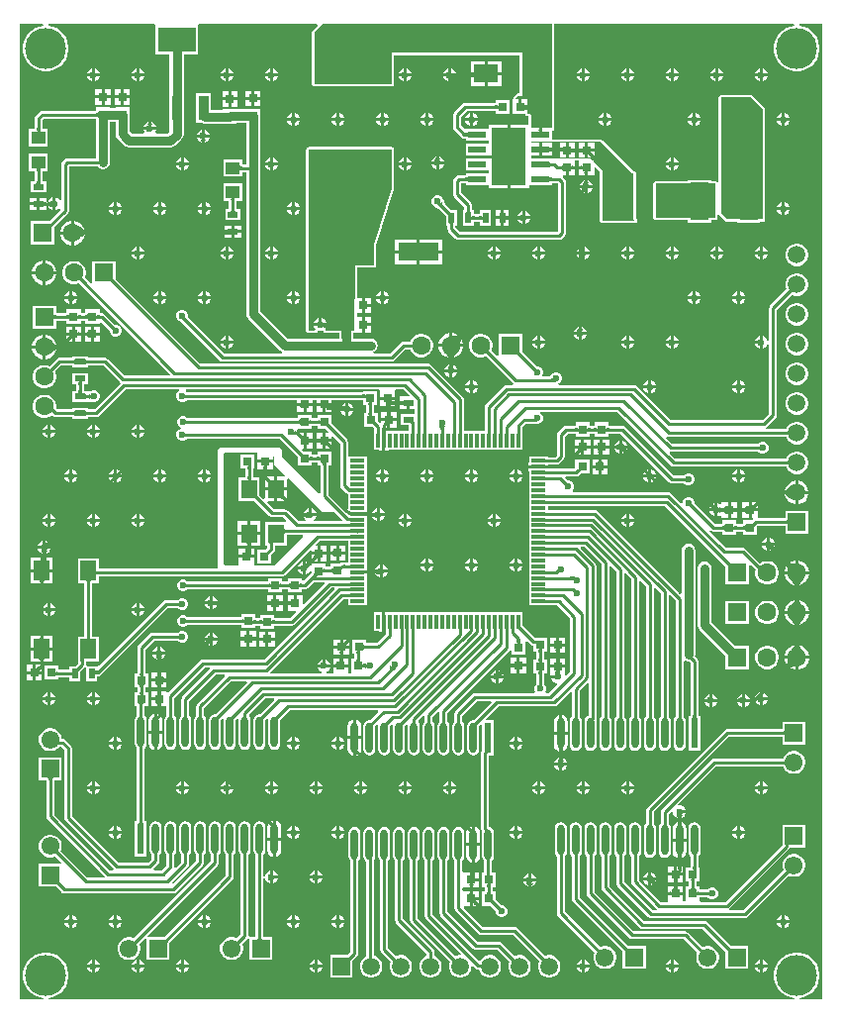
<source format=gbr>
G04*
G04 #@! TF.GenerationSoftware,Altium Limited,Altium Designer,22.9.1 (49)*
G04*
G04 Layer_Physical_Order=1*
G04 Layer_Color=255*
%FSTAX24Y24*%
%MOIN*%
G70*
G04*
G04 #@! TF.SameCoordinates,D3726A14-7932-4F0B-9928-97F3702F6CAB*
G04*
G04*
G04 #@! TF.FilePolarity,Positive*
G04*
G01*
G75*
%ADD16C,0.0100*%
%ADD18R,0.0827X0.0610*%
%ADD19R,0.0315X0.0315*%
%ADD20R,0.0118X0.0472*%
%ADD21R,0.0472X0.0118*%
%ADD22R,0.0610X0.0236*%
%ADD23R,0.0315X0.0315*%
%ADD24R,0.0217X0.0354*%
G04:AMPARAMS|DCode=25|XSize=102.5mil|YSize=24.5mil|CornerRadius=12.2mil|HoleSize=0mil|Usage=FLASHONLY|Rotation=90.000|XOffset=0mil|YOffset=0mil|HoleType=Round|Shape=RoundedRectangle|*
%AMROUNDEDRECTD25*
21,1,0.1025,0.0000,0,0,90.0*
21,1,0.0780,0.0245,0,0,90.0*
1,1,0.0245,0.0000,0.0390*
1,1,0.0245,0.0000,-0.0390*
1,1,0.0245,0.0000,-0.0390*
1,1,0.0245,0.0000,0.0390*
%
%ADD25ROUNDEDRECTD25*%
%ADD26R,0.0245X0.1025*%
%ADD27R,0.0354X0.0217*%
%ADD28R,0.0610X0.1264*%
%ADD29R,0.2126X0.1142*%
%ADD30R,0.1378X0.0630*%
%ADD31R,0.0472X0.0433*%
%ADD32R,0.1280X0.0846*%
%ADD33R,0.0354X0.0846*%
%ADD34R,0.0551X0.0630*%
%ADD35R,0.0551X0.0669*%
%ADD53C,0.0610*%
%ADD54R,0.0610X0.0610*%
%ADD55R,0.0610X0.0610*%
%ADD62C,0.0197*%
%ADD63R,0.1161X0.1929*%
%ADD64C,0.0300*%
G04:AMPARAMS|DCode=65|XSize=59.1mil|YSize=59.1mil|CornerRadius=14.8mil|HoleSize=0mil|Usage=FLASHONLY|Rotation=0.000|XOffset=0mil|YOffset=0mil|HoleType=Round|Shape=RoundedRectangle|*
%AMROUNDEDRECTD65*
21,1,0.0591,0.0295,0,0,0.0*
21,1,0.0295,0.0591,0,0,0.0*
1,1,0.0295,0.0148,-0.0148*
1,1,0.0295,-0.0148,-0.0148*
1,1,0.0295,-0.0148,0.0148*
1,1,0.0295,0.0148,0.0148*
%
%ADD65ROUNDEDRECTD65*%
%ADD66C,0.0591*%
%ADD67C,0.1380*%
%ADD68R,0.0630X0.0630*%
%ADD69C,0.0630*%
%ADD70C,0.0598*%
%ADD71R,0.0598X0.0598*%
%ADD72R,0.0598X0.0598*%
%ADD73R,0.0630X0.0630*%
%ADD74C,0.0236*%
G36*
X027167Y000133D02*
X026394D01*
X026389Y000183D01*
X026525Y00021D01*
X026665Y000268D01*
X026791Y000352D01*
X026898Y000459D01*
X026982Y000585D01*
X02704Y000725D01*
X02707Y000874D01*
Y001026D01*
X02704Y001175D01*
X026982Y001315D01*
X026898Y001441D01*
X026791Y001548D01*
X026665Y001632D01*
X026525Y00169D01*
X026376Y00172D01*
X026224D01*
X026075Y00169D01*
X025935Y001632D01*
X025809Y001548D01*
X025702Y001441D01*
X025618Y001315D01*
X02556Y001175D01*
X02553Y001026D01*
Y000874D01*
X02556Y000725D01*
X025618Y000585D01*
X025702Y000459D01*
X025809Y000352D01*
X025935Y000268D01*
X026075Y00021D01*
X026211Y000183D01*
X026206Y000133D01*
X001094Y000133D01*
X001089Y000183D01*
X001225Y00021D01*
X001365Y000268D01*
X001491Y000352D01*
X001598Y000459D01*
X001682Y000585D01*
X00174Y000725D01*
X00177Y000874D01*
Y001026D01*
X00174Y001175D01*
X001682Y001315D01*
X001598Y001441D01*
X001491Y001548D01*
X001365Y001632D01*
X001225Y00169D01*
X001076Y00172D01*
X000924D01*
X000775Y00169D01*
X000635Y001632D01*
X000509Y001548D01*
X000402Y001441D01*
X000318Y001315D01*
X00026Y001175D01*
X00023Y001026D01*
Y000874D01*
X00026Y000725D01*
X000318Y000585D01*
X000402Y000459D01*
X000509Y000352D01*
X000635Y000268D01*
X000775Y00021D01*
X000911Y000183D01*
X000906Y000133D01*
X000133D01*
Y032967D01*
X000906D01*
X000911Y032917D01*
X000775Y03289D01*
X000635Y032832D01*
X000509Y032748D01*
X000402Y032641D01*
X000318Y032515D01*
X00026Y032375D01*
X00023Y032226D01*
Y032074D01*
X00026Y031925D01*
X000318Y031785D01*
X000402Y031659D01*
X000509Y031552D01*
X000635Y031468D01*
X000775Y03141D01*
X000924Y03138D01*
X001076D01*
X001225Y03141D01*
X001365Y031468D01*
X001491Y031552D01*
X001598Y031659D01*
X001682Y031785D01*
X00174Y031925D01*
X00177Y032074D01*
Y032226D01*
X00174Y032375D01*
X001682Y032515D01*
X001598Y032641D01*
X001491Y032748D01*
X001365Y032832D01*
X001225Y03289D01*
X001089Y032917D01*
X001094Y032967D01*
X004642D01*
X004687Y032957D01*
X004687Y032917D01*
Y03195D01*
X005172D01*
Y03065D01*
X00515D01*
Y029643D01*
X005172D01*
Y029354D01*
X005103Y029285D01*
X004708D01*
X004689Y029331D01*
X00469Y029332D01*
X004721Y029405D01*
X00429D01*
X004321Y029332D01*
X004322Y029331D01*
X004303Y029285D01*
X003897D01*
X003815Y029367D01*
Y029687D01*
X003817D01*
Y030162D01*
X003343D01*
Y030159D01*
X003167D01*
Y030162D01*
X002693D01*
Y030057D01*
X000875D01*
X000824Y030047D01*
X000781Y030018D01*
X000656Y029894D01*
X000628Y029851D01*
X000617Y0298D01*
Y029447D01*
X000434D01*
Y028853D01*
X001066D01*
Y029447D01*
X000883D01*
Y029745D01*
X00093Y029792D01*
X002693D01*
Y029687D01*
X002695D01*
Y028453D01*
X00172D01*
X001669Y028442D01*
X001626Y028414D01*
X001556Y028344D01*
X001528Y028301D01*
X001517Y02825D01*
Y027055D01*
X001482Y027042D01*
X001467Y027041D01*
X001409Y027099D01*
X001335Y02713D01*
Y026915D01*
Y026699D01*
X001409Y02673D01*
X001447Y026768D01*
X0015Y02675D01*
X001503Y026727D01*
X001108Y026331D01*
X000505D01*
Y025541D01*
X001295D01*
Y026144D01*
X001744Y026593D01*
X001772Y026636D01*
X001783Y026686D01*
Y028187D01*
X002742D01*
X002764Y028154D01*
X00284Y028103D01*
X00293Y028085D01*
X00302Y028103D01*
X003096Y028154D01*
X003147Y02823D01*
X003165Y02832D01*
Y029687D01*
X003167D01*
Y02969D01*
X003343D01*
Y029687D01*
X003345D01*
Y02927D01*
X003363Y02918D01*
X003414Y029104D01*
X003634Y028884D01*
X00371Y028833D01*
X0038Y028815D01*
X0052D01*
X00529Y028833D01*
X005366Y028884D01*
X005573Y029091D01*
X005624Y029167D01*
X005641Y029257D01*
Y029643D01*
X005664D01*
Y03065D01*
X005641D01*
Y03195D01*
X006127D01*
Y032917D01*
X006127Y032957D01*
X006172Y032967D01*
X010137D01*
X010156Y032921D01*
X009992Y032758D01*
X009975Y032731D01*
X009968Y0327D01*
X009968Y0327D01*
Y03095D01*
X009975Y030919D01*
X009992Y030892D01*
X010019Y030875D01*
X01005Y030868D01*
X01265D01*
X012681Y030875D01*
X012708Y030892D01*
X012725Y030919D01*
X012732Y03095D01*
Y031918D01*
X016968D01*
Y030632D01*
X0169D01*
X0169Y030632D01*
X016869Y030625D01*
X016842Y030608D01*
X016842Y030608D01*
X01678Y030545D01*
X016762Y030519D01*
X016756Y030487D01*
X01676Y030467D01*
X016738Y030417D01*
X016738D01*
Y029943D01*
X017153D01*
X017157Y029919D01*
X017175Y029892D01*
X017202Y029875D01*
X017233Y029868D01*
X017266D01*
X017268Y029866D01*
Y029565D01*
X01665D01*
Y0285D01*
Y027435D01*
X017281D01*
Y027552D01*
X018048D01*
Y027617D01*
X018245D01*
X018267Y027595D01*
Y026005D01*
X018245Y025983D01*
X014955D01*
X014797Y02614D01*
Y026193D01*
X014853D01*
Y026707D01*
X014701D01*
X014699Y026708D01*
X014697Y026707D01*
X014669D01*
X014665Y026711D01*
X014638Y026733D01*
X014449Y026922D01*
X014448Y026923D01*
X014445Y026929D01*
X014442Y026934D01*
X014439Y02694D01*
X014438Y026946D01*
X014436Y026953D01*
X014435Y026961D01*
X014435Y02697D01*
X014436Y026983D01*
X014434Y026997D01*
X014432Y027012D01*
X014431Y027013D01*
X014431Y027014D01*
X014424Y027027D01*
X014416Y02704D01*
X014415Y027041D01*
X014415Y027041D01*
X014403Y02705D01*
X014391Y02706D01*
X01439Y02706D01*
X014389Y02706D01*
X014368Y027112D01*
X014312Y027168D01*
X014239Y027198D01*
X014161D01*
X014088Y027168D01*
X014032Y027112D01*
X014002Y027039D01*
Y026961D01*
X014032Y026888D01*
X014088Y026832D01*
X014112Y026822D01*
X014112Y026821D01*
X014112Y026821D01*
X014112Y02682D01*
X01412Y026807D01*
X014127Y026793D01*
X014128Y026793D01*
X014128Y026792D01*
X01414Y026783D01*
X014152Y026773D01*
X014152Y026773D01*
X014153Y026773D01*
X014168Y026768D01*
X014182Y026764D01*
X014196Y026763D01*
X014207Y026761D01*
X014216Y026759D01*
X014225Y026756D01*
X014233Y026753D01*
X014241Y02675D01*
X014247Y026746D01*
X014254Y026742D01*
X014255Y026741D01*
X014446Y02655D01*
X014462Y026533D01*
X014472Y02652D01*
X014476Y026514D01*
Y026486D01*
X014476Y026485D01*
X014476Y026483D01*
Y026193D01*
X014532D01*
Y026085D01*
X014542Y026035D01*
X014571Y025992D01*
X014806Y025756D01*
X014849Y025728D01*
X0149Y025717D01*
X0183D01*
X018351Y025728D01*
X018394Y025756D01*
X018494Y025856D01*
X018522Y025899D01*
X018533Y02595D01*
Y02765D01*
X018522Y027701D01*
X018494Y027744D01*
X01841Y027827D01*
X018431Y027877D01*
X01852D01*
Y028135D01*
X01857D01*
Y028185D01*
X018726D01*
Y028235D01*
X018727Y028225D01*
X01873Y028217D01*
X018735Y028209D01*
X018742Y028203D01*
X018751Y028197D01*
X018762Y028193D01*
X018775Y028189D01*
X01879Y028187D01*
X018807Y028185D01*
X018826Y028185D01*
X018827D01*
Y028368D01*
X018963D01*
Y028185D01*
X018964D01*
D01*
X018983Y028185D01*
X019Y028187D01*
X019015Y028189D01*
X019028Y028193D01*
X01904Y028197D01*
X019049Y028203D01*
X019056Y028209D01*
X019061Y028217D01*
X019064Y028225D01*
X019065Y028235D01*
Y028185D01*
X01922D01*
Y028135D01*
X01927D01*
Y02798D01*
X0193D01*
X01929Y027979D01*
X019282Y027976D01*
X019274Y027971D01*
X01927Y027966D01*
Y027877D01*
X019477D01*
Y028142D01*
X019524Y028161D01*
X019668Y028016D01*
X019668Y02635D01*
X019675Y026319D01*
X019692Y026292D01*
X019719Y026275D01*
X01975Y026268D01*
X02085D01*
X02085Y026268D01*
X020881Y026275D01*
X020908Y026292D01*
X020925Y026319D01*
X020932Y02635D01*
X020925Y026381D01*
X020908Y026408D01*
X020908Y026408D01*
X020882Y026434D01*
Y02795D01*
X020875Y027981D01*
X020858Y028008D01*
X020831Y028025D01*
X0208Y028032D01*
X020784D01*
X019758Y029058D01*
X019731Y029075D01*
X0197Y029082D01*
X0197Y029082D01*
X018048D01*
Y029387D01*
X01805D01*
X018081Y029393D01*
X018108Y02941D01*
X018125Y029437D01*
X018132Y029468D01*
Y032967D01*
X026206D01*
X026211Y032917D01*
X026075Y03289D01*
X025935Y032832D01*
X025809Y032748D01*
X025702Y032641D01*
X025618Y032515D01*
X02556Y032375D01*
X02553Y032226D01*
Y032074D01*
X02556Y031925D01*
X025618Y031785D01*
X025702Y031659D01*
X025809Y031552D01*
X025935Y031468D01*
X026075Y03141D01*
X026224Y03138D01*
X026376D01*
X026525Y03141D01*
X026665Y031468D01*
X026791Y031552D01*
X026898Y031659D01*
X026982Y031785D01*
X02704Y031925D01*
X02707Y032074D01*
Y032226D01*
X02704Y032375D01*
X026982Y032515D01*
X026898Y032641D01*
X026791Y032748D01*
X026665Y032832D01*
X026525Y03289D01*
X026389Y032917D01*
X026394Y032967D01*
X027167D01*
X027167Y000133D01*
D02*
G37*
G36*
X002774Y029825D02*
X002773Y029834D01*
X00277Y029843D01*
X002765Y02985D01*
X002758Y029857D01*
X002749Y029862D01*
X002738Y029867D01*
X002725Y02987D01*
X00271Y029873D01*
X002693Y029874D01*
X002674Y029875D01*
Y029975D01*
X002693Y029975D01*
X00271Y029977D01*
X002725Y029979D01*
X002738Y029983D01*
X002749Y029987D01*
X002758Y029993D01*
X002765Y029999D01*
X00277Y030007D01*
X002773Y030015D01*
X002774Y030025D01*
Y029825D01*
D02*
G37*
G36*
X0008Y029446D02*
X000802Y029429D01*
X000804Y029414D01*
X000808Y029401D01*
X000812Y029389D01*
X000818Y02938D01*
X000825Y029373D01*
X000832Y029368D01*
X00084Y029365D01*
X00085Y029364D01*
X00065D01*
X000659Y029365D01*
X000668Y029368D01*
X000676Y029373D01*
X000682Y02938D01*
X000688Y029389D01*
X000692Y029401D01*
X000696Y029414D01*
X000698Y029429D01*
X000699Y029446D01*
X0007Y029465D01*
X0008D01*
X0008Y029446D01*
D02*
G37*
G36*
X01805Y029468D02*
X017713D01*
Y029467D01*
X017713Y029448D01*
X017715Y02943D01*
X017717Y029415D01*
X017721Y029402D01*
X017725Y029391D01*
X017731Y029382D01*
X017737Y029375D01*
X017745Y02937D01*
X017753Y029367D01*
X017763Y029366D01*
X017713D01*
Y02925D01*
X017613D01*
Y029366D01*
X017563D01*
X017572Y029367D01*
X017581Y02937D01*
X017588Y029375D01*
X017595Y029382D01*
X0176Y029391D01*
X017605Y029402D01*
X017608Y029415D01*
X017611Y02943D01*
X017612Y029448D01*
X017613Y029467D01*
Y029468D01*
X01735D01*
Y0299D01*
X0173Y02995D01*
X017233D01*
Y03013D01*
X017232D01*
Y0301D01*
X017212Y030099D01*
X017195Y030098D01*
X01718Y030096D01*
X017167Y030092D01*
X017156Y030087D01*
X017147Y030082D01*
X017139Y030076D01*
X017134Y030068D01*
X017131Y030059D01*
X01713Y03005D01*
Y03013D01*
X016975D01*
Y03018D01*
X016925D01*
Y030437D01*
X016858D01*
X016837Y030487D01*
X0169Y03055D01*
X01705D01*
Y032D01*
X01265D01*
Y03095D01*
X01005D01*
Y0327D01*
X010317Y032967D01*
X01805D01*
Y029468D01*
D02*
G37*
G36*
X017967Y028321D02*
X01797Y028313D01*
X017975Y028305D01*
X017982Y028299D01*
X017991Y028293D01*
X018002Y028289D01*
X018015Y028285D01*
X018031Y028283D01*
X018048Y028281D01*
X018067Y028281D01*
Y028181D01*
X018048Y02818D01*
X018031Y028179D01*
X018016Y028176D01*
X018003Y028173D01*
X017992Y028169D01*
X017983Y028163D01*
X017976Y028157D01*
X017971Y02815D01*
X017968Y028142D01*
X017967Y028133D01*
X017966Y028331D01*
X017967Y028321D01*
D02*
G37*
G36*
X018415Y028035D02*
X018414Y028044D01*
X018411Y028053D01*
X018406Y02806D01*
X018399Y028067D01*
X01839Y028072D01*
X018378Y028077D01*
X018365Y02808D01*
X01835Y028083D01*
X018333Y028084D01*
X018314Y028085D01*
Y028185D01*
X018333Y028185D01*
X01835Y028187D01*
X018365Y028189D01*
X018378Y028193D01*
X01839Y028197D01*
X018399Y028203D01*
X018406Y028209D01*
X018411Y028217D01*
X018414Y028225D01*
X018415Y028235D01*
Y028035D01*
D02*
G37*
G36*
X017967Y02784D02*
X01797Y027832D01*
X017975Y027824D01*
X017982Y027818D01*
X017991Y027812D01*
X018002Y027808D01*
X018015Y027805D01*
X01803Y027802D01*
X018048Y027801D01*
X018067Y0278D01*
Y0277D01*
X018048Y027699D01*
X01803Y027698D01*
X018015Y027696D01*
X018002Y027692D01*
X017991Y027687D01*
X017982Y027682D01*
X017975Y027675D01*
X01797Y027668D01*
X017967Y027659D01*
X017966Y02765D01*
Y02785D01*
X017967Y02784D01*
D02*
G37*
G36*
X014354Y026971D02*
X014354Y026956D01*
X014356Y026941D01*
X014358Y026927D01*
X014362Y026914D01*
X014367Y026901D01*
X014373Y026889D01*
X014381Y026877D01*
X014389Y026866D01*
X014399Y026855D01*
X014323Y02679D01*
X014312Y0268D01*
X014301Y026808D01*
X01429Y026816D01*
X014278Y026823D01*
X014265Y026829D01*
X014251Y026834D01*
X014237Y026838D01*
X014222Y026841D01*
X014206Y026844D01*
X01419Y026845D01*
X014354Y026987D01*
X014354Y026971D01*
D02*
G37*
G36*
X014578Y026677D02*
X014615Y026646D01*
X014631Y026634D01*
X014646Y026626D01*
X014659Y02662D01*
X014671Y026617D01*
X014682D01*
X014691Y02662D01*
X014699Y026626D01*
X014558Y026485D01*
X014563Y026492D01*
X014566Y026502D01*
Y026512D01*
X014563Y026524D01*
X014558Y026538D01*
X014549Y026552D01*
X014538Y026569D01*
X014524Y026586D01*
X014487Y026626D01*
X014558Y026697D01*
X014578Y026677D01*
D02*
G37*
G36*
X02075Y02795D02*
X0208D01*
Y0264D01*
X02085Y02635D01*
X01975D01*
X01975Y02805D01*
X019457Y028343D01*
Y028372D01*
X019428D01*
X01935Y02845D01*
X01735D01*
Y028532D01*
X017613D01*
Y02875D01*
Y028968D01*
X01735D01*
Y029D01*
X0197D01*
X02075Y02795D01*
D02*
G37*
G36*
X014755Y026274D02*
X014747Y026271D01*
X014739Y026266D01*
X014733Y026259D01*
X014727Y02625D01*
X014723Y026239D01*
X014719Y026226D01*
X014717Y02621D01*
X014715Y026193D01*
X014715Y026174D01*
X014615D01*
X014614Y026193D01*
X014613Y02621D01*
X01461Y026226D01*
X014607Y026239D01*
X014602Y02625D01*
X014597Y026259D01*
X01459Y026266D01*
X014583Y026271D01*
X014574Y026274D01*
X014565Y026275D01*
X014765D01*
X014755Y026274D01*
D02*
G37*
%LPC*%
G36*
X016347Y031705D02*
X015884D01*
Y03135D01*
X016347D01*
Y031705D01*
D02*
G37*
G36*
X015784D02*
X01532D01*
Y03135D01*
X015784D01*
Y031705D01*
D02*
G37*
G36*
X02515Y031465D02*
Y0313D01*
X025315D01*
X025285Y031374D01*
X025224Y031435D01*
X02515Y031465D01*
D02*
G37*
G36*
X02505D02*
X024976Y031435D01*
X024915Y031374D01*
X024885Y0313D01*
X02505D01*
Y031465D01*
D02*
G37*
G36*
X02365D02*
Y0313D01*
X023815D01*
X023785Y031374D01*
X023724Y031435D01*
X02365Y031465D01*
D02*
G37*
G36*
X02355D02*
X023476Y031435D01*
X023415Y031374D01*
X023385Y0313D01*
X02355D01*
Y031465D01*
D02*
G37*
G36*
X02215D02*
Y0313D01*
X022315D01*
X022285Y031374D01*
X022224Y031435D01*
X02215Y031465D01*
D02*
G37*
G36*
X02205D02*
X021976Y031435D01*
X021915Y031374D01*
X021885Y0313D01*
X02205D01*
Y031465D01*
D02*
G37*
G36*
X02065D02*
Y0313D01*
X020815D01*
X020785Y031374D01*
X020724Y031435D01*
X02065Y031465D01*
D02*
G37*
G36*
X02055D02*
X020476Y031435D01*
X020415Y031374D01*
X020385Y0313D01*
X02055D01*
Y031465D01*
D02*
G37*
G36*
X01915D02*
Y0313D01*
X019315D01*
X019285Y031374D01*
X019224Y031435D01*
X01915Y031465D01*
D02*
G37*
G36*
X01905D02*
X018976Y031435D01*
X018915Y031374D01*
X018885Y0313D01*
X01905D01*
Y031465D01*
D02*
G37*
G36*
X01465D02*
Y0313D01*
X014815D01*
X014785Y031374D01*
X014724Y031435D01*
X01465Y031465D01*
D02*
G37*
G36*
X01455D02*
X014476Y031435D01*
X014415Y031374D01*
X014385Y0313D01*
X01455D01*
Y031465D01*
D02*
G37*
G36*
X01315D02*
Y0313D01*
X013315D01*
X013285Y031374D01*
X013224Y031435D01*
X01315Y031465D01*
D02*
G37*
G36*
X01305D02*
X012976Y031435D01*
X012915Y031374D01*
X012885Y0313D01*
X01305D01*
Y031465D01*
D02*
G37*
G36*
X00865D02*
Y0313D01*
X008815D01*
X008785Y031374D01*
X008724Y031435D01*
X00865Y031465D01*
D02*
G37*
G36*
X00855D02*
X008476Y031435D01*
X008415Y031374D01*
X008385Y0313D01*
X00855D01*
Y031465D01*
D02*
G37*
G36*
X00715D02*
Y0313D01*
X007315D01*
X007285Y031374D01*
X007224Y031435D01*
X00715Y031465D01*
D02*
G37*
G36*
X00705D02*
X006976Y031435D01*
X006915Y031374D01*
X006885Y0313D01*
X00705D01*
Y031465D01*
D02*
G37*
G36*
X00415D02*
Y0313D01*
X004315D01*
X004285Y031374D01*
X004224Y031435D01*
X00415Y031465D01*
D02*
G37*
G36*
X00405D02*
X003976Y031435D01*
X003915Y031374D01*
X003885Y0313D01*
X00405D01*
Y031465D01*
D02*
G37*
G36*
X00265D02*
Y0313D01*
X002815D01*
X002785Y031374D01*
X002724Y031435D01*
X00265Y031465D01*
D02*
G37*
G36*
X00255D02*
X002476Y031435D01*
X002415Y031374D01*
X002385Y0313D01*
X00255D01*
Y031465D01*
D02*
G37*
G36*
X015784Y03125D02*
X015423D01*
Y03115D01*
X015422Y03116D01*
X015419Y031168D01*
X015414Y031175D01*
X015407Y031182D01*
X015398Y031188D01*
X015386Y031192D01*
X015373Y031195D01*
X015358Y031198D01*
X015341Y0312D01*
X015322Y0312D01*
Y03125D01*
X01532D01*
Y030895D01*
X015784D01*
Y03125D01*
D02*
G37*
G36*
X025315Y0312D02*
X02515D01*
Y031035D01*
X025224Y031065D01*
X025285Y031126D01*
X025315Y0312D01*
D02*
G37*
G36*
X02505D02*
X024885D01*
X024915Y031126D01*
X024976Y031065D01*
X02505Y031035D01*
Y0312D01*
D02*
G37*
G36*
X023815D02*
X02365D01*
Y031035D01*
X023724Y031065D01*
X023785Y031126D01*
X023815Y0312D01*
D02*
G37*
G36*
X02355D02*
X023385D01*
X023415Y031126D01*
X023476Y031065D01*
X02355Y031035D01*
Y0312D01*
D02*
G37*
G36*
X022315D02*
X02215D01*
Y031035D01*
X022224Y031065D01*
X022285Y031126D01*
X022315Y0312D01*
D02*
G37*
G36*
X02205D02*
X021885D01*
X021915Y031126D01*
X021976Y031065D01*
X02205Y031035D01*
Y0312D01*
D02*
G37*
G36*
X020815D02*
X02065D01*
Y031035D01*
X020724Y031065D01*
X020785Y031126D01*
X020815Y0312D01*
D02*
G37*
G36*
X02055D02*
X020385D01*
X020415Y031126D01*
X020476Y031065D01*
X02055Y031035D01*
Y0312D01*
D02*
G37*
G36*
X019315D02*
X01915D01*
Y031035D01*
X019224Y031065D01*
X019285Y031126D01*
X019315Y0312D01*
D02*
G37*
G36*
X01905D02*
X018885D01*
X018915Y031126D01*
X018976Y031065D01*
X01905Y031035D01*
Y0312D01*
D02*
G37*
G36*
X014815D02*
X01465D01*
Y031035D01*
X014724Y031065D01*
X014785Y031126D01*
X014815Y0312D01*
D02*
G37*
G36*
X01455D02*
X014385D01*
X014415Y031126D01*
X014476Y031065D01*
X01455Y031035D01*
Y0312D01*
D02*
G37*
G36*
X013315D02*
X01315D01*
Y031035D01*
X013224Y031065D01*
X013285Y031126D01*
X013315Y0312D01*
D02*
G37*
G36*
X01305D02*
X012885D01*
X012915Y031126D01*
X012976Y031065D01*
X01305Y031035D01*
Y0312D01*
D02*
G37*
G36*
X008815D02*
X00865D01*
Y031035D01*
X008724Y031065D01*
X008785Y031126D01*
X008815Y0312D01*
D02*
G37*
G36*
X00855D02*
X008385D01*
X008415Y031126D01*
X008476Y031065D01*
X00855Y031035D01*
Y0312D01*
D02*
G37*
G36*
X007315D02*
X00715D01*
Y031035D01*
X007224Y031065D01*
X007285Y031126D01*
X007315Y0312D01*
D02*
G37*
G36*
X00705D02*
X006885D01*
X006915Y031126D01*
X006976Y031065D01*
X00705Y031035D01*
Y0312D01*
D02*
G37*
G36*
X004315D02*
X00415D01*
Y031035D01*
X004224Y031065D01*
X004285Y031126D01*
X004315Y0312D01*
D02*
G37*
G36*
X00405D02*
X003885D01*
X003915Y031126D01*
X003976Y031065D01*
X00405Y031035D01*
Y0312D01*
D02*
G37*
G36*
X002815D02*
X00265D01*
Y031035D01*
X002724Y031065D01*
X002785Y031126D01*
X002815Y0312D01*
D02*
G37*
G36*
X00255D02*
X002385D01*
X002415Y031126D01*
X002476Y031065D01*
X00255Y031035D01*
Y0312D01*
D02*
G37*
G36*
X016347Y03125D02*
X015884D01*
Y030895D01*
X016347D01*
Y03125D01*
D02*
G37*
G36*
X003837Y030773D02*
X00363D01*
Y030565D01*
X003837D01*
Y030773D01*
D02*
G37*
G36*
X003187D02*
X00298D01*
Y030565D01*
X003187D01*
Y030773D01*
D02*
G37*
G36*
X00353D02*
X003323D01*
Y030565D01*
X00353D01*
Y030773D01*
D02*
G37*
G36*
X00288D02*
X002673D01*
Y030565D01*
X00288D01*
Y030773D01*
D02*
G37*
G36*
X008237Y030723D02*
X00803D01*
Y030515D01*
X008237D01*
Y030723D01*
D02*
G37*
G36*
X00793D02*
X007723D01*
Y030515D01*
X00793D01*
Y030723D01*
D02*
G37*
G36*
X007457Y030707D02*
X00725D01*
Y0305D01*
X007457D01*
Y030707D01*
D02*
G37*
G36*
X00715D02*
X006943D01*
Y0305D01*
X00715D01*
Y030707D01*
D02*
G37*
G36*
X003837Y030465D02*
X00363D01*
Y030258D01*
X003837D01*
Y030465D01*
D02*
G37*
G36*
X00353D02*
X003323D01*
Y030258D01*
X00353D01*
Y030465D01*
D02*
G37*
G36*
X003187D02*
X00298D01*
Y030258D01*
X003187D01*
Y030465D01*
D02*
G37*
G36*
X00288D02*
X002673D01*
Y030258D01*
X00288D01*
Y030465D01*
D02*
G37*
G36*
X008237Y030415D02*
X00803D01*
Y030208D01*
X008237D01*
Y030415D01*
D02*
G37*
G36*
X00793D02*
X007723D01*
Y030208D01*
X00793D01*
Y030415D01*
D02*
G37*
G36*
X007457Y0304D02*
X00725D01*
Y030193D01*
X007457D01*
Y0304D01*
D02*
G37*
G36*
X00715D02*
X006943D01*
Y030193D01*
X00715D01*
Y0304D01*
D02*
G37*
G36*
X016622Y030417D02*
X016147D01*
Y030313D01*
X01513D01*
X015079Y030302D01*
X015036Y030274D01*
X014756Y029994D01*
X014728Y029951D01*
X014717Y0299D01*
Y0295D01*
X014728Y029449D01*
X014756Y029406D01*
X015006Y029156D01*
X015049Y029128D01*
X0151Y029117D01*
X015152D01*
Y029052D01*
X015919D01*
Y028948D01*
X015152D01*
Y028552D01*
X015919D01*
Y02855D01*
X01655D01*
Y029565D01*
X015919D01*
Y029448D01*
X015152D01*
Y029448D01*
X015108Y02943D01*
X014983Y029555D01*
Y029845D01*
X015185Y030047D01*
X016147D01*
Y029943D01*
X016622D01*
Y030417D01*
D02*
G37*
G36*
X0259Y029965D02*
Y0298D01*
X026065D01*
X026035Y029874D01*
X025974Y029935D01*
X0259Y029965D01*
D02*
G37*
G36*
X0258D02*
X025726Y029935D01*
X025665Y029874D01*
X025635Y0298D01*
X0258D01*
Y029965D01*
D02*
G37*
G36*
X0229D02*
Y0298D01*
X023065D01*
X023035Y029874D01*
X022974Y029935D01*
X0229Y029965D01*
D02*
G37*
G36*
X0228D02*
X022726Y029935D01*
X022665Y029874D01*
X022635Y0298D01*
X0228D01*
Y029965D01*
D02*
G37*
G36*
X0199D02*
Y0298D01*
X020065D01*
X020035Y029874D01*
X019974Y029935D01*
X0199Y029965D01*
D02*
G37*
G36*
X0198D02*
X019726Y029935D01*
X019665Y029874D01*
X019635Y0298D01*
X0198D01*
Y029965D01*
D02*
G37*
G36*
X0154D02*
Y0298D01*
X015565D01*
X015535Y029874D01*
X015474Y029935D01*
X0154Y029965D01*
D02*
G37*
G36*
X0153D02*
X015226Y029935D01*
X015165Y029874D01*
X015135Y0298D01*
X0153D01*
Y029965D01*
D02*
G37*
G36*
X0139D02*
Y0298D01*
X014065D01*
X014035Y029874D01*
X013974Y029935D01*
X0139Y029965D01*
D02*
G37*
G36*
X0138D02*
X013726Y029935D01*
X013665Y029874D01*
X013635Y0298D01*
X0138D01*
Y029965D01*
D02*
G37*
G36*
X0124D02*
Y0298D01*
X012565D01*
X012535Y029874D01*
X012474Y029935D01*
X0124Y029965D01*
D02*
G37*
G36*
X0123D02*
X012226Y029935D01*
X012165Y029874D01*
X012135Y0298D01*
X0123D01*
Y029965D01*
D02*
G37*
G36*
X0109D02*
Y0298D01*
X011065D01*
X011035Y029874D01*
X010974Y029935D01*
X0109Y029965D01*
D02*
G37*
G36*
X0108D02*
X010726Y029935D01*
X010665Y029874D01*
X010635Y0298D01*
X0108D01*
Y029965D01*
D02*
G37*
G36*
X0094D02*
Y0298D01*
X009565D01*
X009535Y029874D01*
X009474Y029935D01*
X0094Y029965D01*
D02*
G37*
G36*
X0093D02*
X009226Y029935D01*
X009165Y029874D01*
X009135Y0298D01*
X0093D01*
Y029965D01*
D02*
G37*
G36*
X026065Y0297D02*
X0259D01*
Y029535D01*
X025974Y029565D01*
X026035Y029626D01*
X026065Y0297D01*
D02*
G37*
G36*
X0258D02*
X025635D01*
X025665Y029626D01*
X025726Y029565D01*
X0258Y029535D01*
Y0297D01*
D02*
G37*
G36*
X023065D02*
X0229D01*
Y029535D01*
X022974Y029565D01*
X023035Y029626D01*
X023065Y0297D01*
D02*
G37*
G36*
X0228D02*
X022635D01*
X022665Y029626D01*
X022726Y029565D01*
X0228Y029535D01*
Y0297D01*
D02*
G37*
G36*
X020065D02*
X0199D01*
Y029535D01*
X019974Y029565D01*
X020035Y029626D01*
X020065Y0297D01*
D02*
G37*
G36*
X0198D02*
X019635D01*
X019665Y029626D01*
X019726Y029565D01*
X0198Y029535D01*
Y0297D01*
D02*
G37*
G36*
X015565D02*
X0154D01*
Y029535D01*
X015474Y029565D01*
X015535Y029626D01*
X015565Y0297D01*
D02*
G37*
G36*
X0153D02*
X015135D01*
X015165Y029626D01*
X015226Y029565D01*
X0153Y029535D01*
Y0297D01*
D02*
G37*
G36*
X014065D02*
X0139D01*
Y029535D01*
X013974Y029565D01*
X014035Y029626D01*
X014065Y0297D01*
D02*
G37*
G36*
X0138D02*
X013635D01*
X013665Y029626D01*
X013726Y029565D01*
X0138Y029535D01*
Y0297D01*
D02*
G37*
G36*
X012565D02*
X0124D01*
Y029535D01*
X012474Y029565D01*
X012535Y029626D01*
X012565Y0297D01*
D02*
G37*
G36*
X0123D02*
X012135D01*
X012165Y029626D01*
X012226Y029565D01*
X0123Y029535D01*
Y0297D01*
D02*
G37*
G36*
X011065D02*
X0109D01*
Y029535D01*
X010974Y029565D01*
X011035Y029626D01*
X011065Y0297D01*
D02*
G37*
G36*
X0108D02*
X010635D01*
X010665Y029626D01*
X010726Y029565D01*
X0108Y029535D01*
Y0297D01*
D02*
G37*
G36*
X009565D02*
X0094D01*
Y029535D01*
X009474Y029565D01*
X009535Y029626D01*
X009565Y0297D01*
D02*
G37*
G36*
X0093D02*
X009135D01*
X009165Y029626D01*
X009226Y029565D01*
X0093Y029535D01*
Y0297D01*
D02*
G37*
G36*
X004559Y029669D02*
X004558Y029665D01*
X004561Y029653D01*
X004565Y02964D01*
X00457Y029627D01*
X004576Y029614D01*
X004584Y029602D01*
X004593Y02959D01*
X004603Y029578D01*
X004614Y029566D01*
X004555D01*
Y029505D01*
X004721D01*
X00469Y029579D01*
X004629Y02964D01*
X004559Y029669D01*
D02*
G37*
G36*
X004452D02*
X004382Y02964D01*
X004321Y029579D01*
X00429Y029505D01*
X004455D01*
Y029566D01*
X004397D01*
X004408Y029578D01*
X004418Y02959D01*
X004427Y029602D01*
X004434Y029614D01*
X004441Y029627D01*
X004446Y02964D01*
X00445Y029653D01*
X004453Y029665D01*
X004452Y029669D01*
D02*
G37*
G36*
X00635Y029415D02*
Y02925D01*
X006515D01*
X006485Y029324D01*
X006424Y029385D01*
X00635Y029415D01*
D02*
G37*
G36*
X00625D02*
X006176Y029385D01*
X006115Y029324D01*
X006085Y02925D01*
X00625D01*
Y029415D01*
D02*
G37*
G36*
X006515Y02915D02*
X00635D01*
Y029089D01*
X006409D01*
X006397Y029078D01*
X006387Y029066D01*
X006379Y029054D01*
X006371Y029041D01*
X006365Y029028D01*
X006359Y029015D01*
X006355Y029002D01*
X006352Y028988D01*
X006352Y028985D01*
X006424Y029015D01*
X006485Y029076D01*
X006515Y02915D01*
D02*
G37*
G36*
X00625D02*
X006085D01*
X006115Y029076D01*
X006176Y029015D01*
X006248Y028985D01*
X006248Y028988D01*
X006245Y029002D01*
X006241Y029015D01*
X006235Y029028D01*
X006229Y029041D01*
X006221Y029054D01*
X006213Y029066D01*
X006203Y029078D01*
X006191Y029089D01*
X00625D01*
Y02915D01*
D02*
G37*
G36*
X014252Y028515D02*
X014252Y028512D01*
X014255Y028498D01*
X014259Y028485D01*
X014265Y028472D01*
X014271Y028459D01*
X014279Y028446D01*
X014287Y028434D01*
X014297Y028422D01*
X014309Y028411D01*
X01425D01*
Y02835D01*
X014415D01*
X014385Y028424D01*
X014324Y028485D01*
X014252Y028515D01*
D02*
G37*
G36*
X014148D02*
X014076Y028485D01*
X014015Y028424D01*
X013985Y02835D01*
X01415D01*
Y028411D01*
X014092D01*
X014103Y028422D01*
X014113Y028434D01*
X014121Y028446D01*
X014129Y028459D01*
X014135Y028472D01*
X014141Y028485D01*
X014145Y028498D01*
X014148Y028512D01*
X014148Y028515D01*
D02*
G37*
G36*
X02215Y028465D02*
Y0283D01*
X022315D01*
X022285Y028374D01*
X022224Y028435D01*
X02215Y028465D01*
D02*
G37*
G36*
X02205D02*
X021976Y028435D01*
X021915Y028374D01*
X021885Y0283D01*
X02205D01*
Y028465D01*
D02*
G37*
G36*
X01315D02*
Y0283D01*
X013315D01*
X013285Y028374D01*
X013224Y028435D01*
X01315Y028465D01*
D02*
G37*
G36*
X01305D02*
X012976Y028435D01*
X012915Y028374D01*
X012885Y0283D01*
X01305D01*
Y028465D01*
D02*
G37*
G36*
X00865D02*
Y0283D01*
X008815D01*
X008785Y028374D01*
X008724Y028435D01*
X00865Y028465D01*
D02*
G37*
G36*
X00855D02*
X008476Y028435D01*
X008415Y028374D01*
X008385Y0283D01*
X00855D01*
Y028465D01*
D02*
G37*
G36*
X00565D02*
Y0283D01*
X005815D01*
X005785Y028374D01*
X005724Y028435D01*
X00565Y028465D01*
D02*
G37*
G36*
X00555D02*
X005476Y028435D01*
X005415Y028374D01*
X005385Y0283D01*
X00555D01*
Y028465D01*
D02*
G37*
G36*
X006566Y03065D02*
X006051D01*
Y029643D01*
X006259D01*
X00626Y029643D01*
X00635Y029625D01*
X006963D01*
Y029622D01*
X007437D01*
Y02964D01*
X007743D01*
Y029637D01*
X007745D01*
Y028259D01*
X007616D01*
Y028423D01*
X006984D01*
Y02783D01*
X007616D01*
Y027994D01*
X007745D01*
Y02322D01*
X007763Y02313D01*
X007814Y023054D01*
X008884Y021984D01*
X008884Y021984D01*
X00896Y021933D01*
X008964Y021933D01*
X008959Y021883D01*
X007005D01*
X005792Y023096D01*
X005798Y023111D01*
Y023189D01*
X005768Y023262D01*
X005712Y023318D01*
X005639Y023348D01*
X005561D01*
X005488Y023318D01*
X005432Y023262D01*
X005402Y023189D01*
Y023111D01*
X005432Y023038D01*
X005488Y022982D01*
X005561Y022952D01*
X005561D01*
X006856Y021656D01*
X006899Y021628D01*
X00695Y021617D01*
X01265D01*
X012701Y021628D01*
X012744Y021656D01*
X013105Y022017D01*
X013277D01*
X013282Y021998D01*
X013334Y021907D01*
X013407Y021834D01*
X013498Y021782D01*
X013598Y021755D01*
X013702D01*
X013802Y021782D01*
X013893Y021834D01*
X013966Y021907D01*
X014018Y021998D01*
X014045Y022098D01*
Y022202D01*
X014018Y022302D01*
X013966Y022393D01*
X013893Y022466D01*
X013802Y022518D01*
X013702Y022545D01*
X013598D01*
X013498Y022518D01*
X013407Y022466D01*
X013334Y022393D01*
X013282Y022302D01*
X013277Y022283D01*
X01305D01*
X012999Y022272D01*
X012956Y022244D01*
X012595Y021883D01*
X012041D01*
X012036Y021933D01*
X01204Y021933D01*
X012116Y021984D01*
X012167Y02206D01*
X012185Y02215D01*
X012167Y02224D01*
X012116Y022316D01*
X01204Y022367D01*
X01195Y022385D01*
X011344D01*
Y022568D01*
X0114D01*
X011431Y022575D01*
X011458Y022592D01*
X011458Y022593D01*
X01165D01*
Y02285D01*
Y023107D01*
X011482D01*
Y023243D01*
X011641D01*
Y0235D01*
Y023757D01*
X011482D01*
Y024768D01*
X01205D01*
X012081Y024775D01*
X012108Y024792D01*
X012125Y024819D01*
X012132Y02485D01*
X012132Y025521D01*
X012728Y027409D01*
X012729Y027421D01*
X012732Y027433D01*
Y02875D01*
X012725Y028781D01*
X012708Y028808D01*
X012681Y028825D01*
X01265Y028832D01*
X00985D01*
X009819Y028825D01*
X009792Y028808D01*
X009775Y028781D01*
X009768Y02875D01*
Y02265D01*
X009775Y022619D01*
X009792Y022592D01*
X009819Y022575D01*
X00985Y022568D01*
X010071D01*
X010102Y022575D01*
X010129Y022592D01*
X010146Y022619D01*
X010167Y022669D01*
X010168Y022669D01*
X010211Y022652D01*
X010289D01*
X010327Y022667D01*
X010328Y022667D01*
X010329Y022667D01*
X010329Y022666D01*
X010335Y022665D01*
X010354Y022619D01*
X010371Y022592D01*
X010398Y022575D01*
X010429Y022568D01*
X010874D01*
X010875Y022533D01*
Y022385D01*
X009147D01*
X008215Y023317D01*
Y02815D01*
Y029637D01*
X008217D01*
Y030112D01*
X007743D01*
Y030109D01*
X007215D01*
X007215Y030109D01*
X007153Y030097D01*
X006963D01*
Y030094D01*
X006566D01*
Y03065D01*
D02*
G37*
G36*
X014415Y02825D02*
X01425D01*
Y028085D01*
X014324Y028115D01*
X014385Y028176D01*
X014415Y02825D01*
D02*
G37*
G36*
X01415D02*
X013985D01*
X014015Y028176D01*
X014076Y028115D01*
X01415Y028085D01*
Y02825D01*
D02*
G37*
G36*
X01917Y028085D02*
X019065D01*
Y028035D01*
X019064Y028044D01*
X019061Y028053D01*
X019056Y02806D01*
X019049Y028067D01*
X01904Y028072D01*
X019028Y028077D01*
X019015Y02808D01*
X019Y028083D01*
X018983Y028084D01*
X018964Y028085D01*
X018963D01*
Y027877D01*
X01917D01*
Y027878D01*
X01915D01*
X01915Y027898D01*
X019148Y027915D01*
X019145Y02793D01*
X019142Y027943D01*
X019138Y027954D01*
X019132Y027963D01*
X019125Y027971D01*
X019118Y027976D01*
X019109Y027979D01*
X0191Y02798D01*
X01917D01*
Y028085D01*
D02*
G37*
G36*
X018827D02*
X018826D01*
D01*
X018807Y028084D01*
X01879Y028083D01*
X018775Y02808D01*
X018762Y028077D01*
X018751Y028072D01*
X018742Y028067D01*
X018735Y02806D01*
X01873Y028053D01*
X018727Y028044D01*
X018726Y028035D01*
Y028085D01*
X01862D01*
Y027877D01*
X018827D01*
Y028085D01*
D02*
G37*
G36*
X022315Y0282D02*
X02215D01*
Y028035D01*
X022224Y028065D01*
X022285Y028126D01*
X022315Y0282D01*
D02*
G37*
G36*
X02205D02*
X021885D01*
X021915Y028126D01*
X021976Y028065D01*
X02205Y028035D01*
Y0282D01*
D02*
G37*
G36*
X013315D02*
X01315D01*
Y028035D01*
X013224Y028065D01*
X013285Y028126D01*
X013315Y0282D01*
D02*
G37*
G36*
X01305D02*
X012885D01*
X012915Y028126D01*
X012976Y028065D01*
X01305Y028035D01*
Y0282D01*
D02*
G37*
G36*
X008815D02*
X00865D01*
Y028035D01*
X008724Y028065D01*
X008785Y028126D01*
X008815Y0282D01*
D02*
G37*
G36*
X00855D02*
X008385D01*
X008415Y028126D01*
X008476Y028065D01*
X00855Y028035D01*
Y0282D01*
D02*
G37*
G36*
X005815D02*
X00565D01*
Y028035D01*
X005724Y028065D01*
X005785Y028126D01*
X005815Y0282D01*
D02*
G37*
G36*
X00555D02*
X005385D01*
X005415Y028126D01*
X005476Y028065D01*
X00555Y028035D01*
Y0282D01*
D02*
G37*
G36*
X02475Y030582D02*
X02475Y030582D01*
X02375D01*
X023719Y030575D01*
X023692Y030558D01*
X023675Y030531D01*
X023668Y0305D01*
Y027651D01*
X023618Y027642D01*
X023608Y027658D01*
X023581Y027675D01*
X02355Y027682D01*
X023408D01*
Y027712D01*
X022638D01*
Y027682D01*
X02155D01*
X021519Y027675D01*
X021492Y027658D01*
X021475Y027631D01*
X021468Y0276D01*
Y02645D01*
X021475Y026419D01*
X021492Y026392D01*
X021519Y026375D01*
X02155Y026368D01*
X022638D01*
Y026288D01*
X023408D01*
Y026368D01*
X02355D01*
X023581Y026375D01*
X023608Y026392D01*
X023625Y026419D01*
X023632Y02645D01*
Y026549D01*
X023682Y026558D01*
X023692Y026542D01*
X023692Y026542D01*
X023892Y026342D01*
X023919Y026325D01*
X02395Y026318D01*
X02395Y026318D01*
X024292D01*
Y026288D01*
X025062D01*
Y026318D01*
X02515D01*
X025181Y026325D01*
X025208Y026342D01*
X025225Y026369D01*
X025232Y0264D01*
Y0301D01*
X025225Y030131D01*
X025208Y030158D01*
X025208Y030158D01*
X024808Y030558D01*
X024781Y030575D01*
X02475Y030582D01*
D02*
G37*
G36*
X019252Y027715D02*
X019252Y027712D01*
X019255Y027698D01*
X019259Y027685D01*
X019265Y027672D01*
X019271Y027659D01*
X019279Y027646D01*
X019287Y027634D01*
X019297Y027622D01*
X019309Y027611D01*
X01925D01*
Y02755D01*
X019415D01*
X019385Y027624D01*
X019324Y027685D01*
X019252Y027715D01*
D02*
G37*
G36*
X019148D02*
X019076Y027685D01*
X019015Y027624D01*
X018985Y02755D01*
X01915D01*
Y027611D01*
X019092D01*
X019103Y027622D01*
X019113Y027634D01*
X019121Y027646D01*
X019129Y027659D01*
X019135Y027672D01*
X019141Y027685D01*
X019145Y027698D01*
X019148Y027712D01*
X019148Y027715D01*
D02*
G37*
G36*
X01655Y02845D02*
X015919D01*
Y028448D01*
X015152D01*
Y028052D01*
X015919D01*
Y027948D01*
X015152D01*
Y027883D01*
X014909D01*
X014858Y027872D01*
X014815Y027844D01*
X014756Y027785D01*
X014728Y027742D01*
X014717Y027691D01*
Y02725D01*
X014728Y027199D01*
X014756Y027156D01*
X015103Y02681D01*
Y026707D01*
X015047D01*
Y026193D01*
X015424D01*
Y026317D01*
X015619D01*
Y026193D01*
X015995D01*
Y026707D01*
X015619D01*
Y026583D01*
X015424D01*
Y026707D01*
X015368D01*
Y026865D01*
X015358Y026915D01*
X015329Y026958D01*
X014983Y027305D01*
Y027617D01*
X015152D01*
Y027552D01*
X015919D01*
Y027435D01*
X01655D01*
Y02845D01*
D02*
G37*
G36*
X01915Y02745D02*
X019082D01*
X01915Y027399D01*
Y02745D01*
D02*
G37*
G36*
X019049D02*
X018985D01*
X019015Y027376D01*
X019024Y027367D01*
X019025Y027368D01*
X019032Y02738D01*
X019038Y027392D01*
X019043Y027405D01*
X019046Y027418D01*
X019048Y027432D01*
X019049Y027446D01*
X019049Y02745D01*
D02*
G37*
G36*
X001066Y02862D02*
X000434D01*
Y028027D01*
X000617D01*
Y027674D01*
X000493D01*
Y027297D01*
X001007D01*
Y027674D01*
X000883D01*
Y028027D01*
X001066D01*
Y02862D01*
D02*
G37*
G36*
X019415Y02745D02*
X01925D01*
Y027285D01*
X019324Y027315D01*
X019385Y027376D01*
X019415Y02745D01*
D02*
G37*
G36*
X01915Y027327D02*
X019146Y027326D01*
X019133Y027319D01*
X019121Y027312D01*
X019109Y027304D01*
X019107Y027302D01*
X01915Y027285D01*
Y027327D01*
D02*
G37*
G36*
X001235Y02713D02*
X001162Y027099D01*
X001101Y027038D01*
X001077Y026982D01*
X001027Y026992D01*
Y027123D01*
X0008D01*
Y026915D01*
Y026706D01*
X001027D01*
Y026837D01*
X001077Y026847D01*
X001101Y026791D01*
X001162Y02673D01*
X001235Y026699D01*
Y026915D01*
Y02713D01*
D02*
G37*
G36*
X0007Y027123D02*
X000473D01*
Y026965D01*
X0007D01*
Y027123D01*
D02*
G37*
G36*
X0259Y026965D02*
Y0268D01*
X026065D01*
X026035Y026874D01*
X025974Y026935D01*
X0259Y026965D01*
D02*
G37*
G36*
X0258D02*
X025726Y026935D01*
X025665Y026874D01*
X025635Y0268D01*
X0258D01*
Y026965D01*
D02*
G37*
G36*
X0094D02*
Y0268D01*
X009565D01*
X009535Y026874D01*
X009474Y026935D01*
X0094Y026965D01*
D02*
G37*
G36*
X0093D02*
X009226Y026935D01*
X009165Y026874D01*
X009135Y0268D01*
X0093D01*
Y026965D01*
D02*
G37*
G36*
X0064D02*
Y0268D01*
X006565D01*
X006535Y026874D01*
X006474Y026935D01*
X0064Y026965D01*
D02*
G37*
G36*
X0063D02*
X006226Y026935D01*
X006165Y026874D01*
X006135Y0268D01*
X006265D01*
X00625Y026858D01*
X0063Y026867D01*
Y026965D01*
D02*
G37*
G36*
X0049D02*
Y0268D01*
X005065D01*
X005035Y026874D01*
X004974Y026935D01*
X0049Y026965D01*
D02*
G37*
G36*
X0048D02*
X004726Y026935D01*
X004665Y026874D01*
X004635Y0268D01*
X0048D01*
Y026965D01*
D02*
G37*
G36*
X0034D02*
Y0268D01*
X003565D01*
X003535Y026874D01*
X003474Y026935D01*
X0034Y026965D01*
D02*
G37*
G36*
X0033D02*
X003226Y026935D01*
X003165Y026874D01*
X003135Y0268D01*
X0033D01*
Y026965D01*
D02*
G37*
G36*
X0007Y026865D02*
X000473D01*
Y026706D01*
X0007D01*
Y026865D01*
D02*
G37*
G36*
X026065Y0267D02*
X0259D01*
Y026535D01*
X025974Y026565D01*
X026035Y026626D01*
X026065Y0267D01*
D02*
G37*
G36*
X0258D02*
X025635D01*
X025665Y026626D01*
X025726Y026565D01*
X0258Y026535D01*
Y0267D01*
D02*
G37*
G36*
X009565D02*
X0094D01*
Y026535D01*
X009474Y026565D01*
X009535Y026626D01*
X009565Y0267D01*
D02*
G37*
G36*
X0093D02*
X009135D01*
X009165Y026626D01*
X009226Y026565D01*
X0093Y026535D01*
Y0267D01*
D02*
G37*
G36*
X006565D02*
X0064D01*
Y026535D01*
X006474Y026565D01*
X006535Y026626D01*
X006565Y0267D01*
D02*
G37*
G36*
X006265D02*
X006135D01*
X006165Y026626D01*
X006226Y026565D01*
X0063Y026535D01*
Y026633D01*
X00625Y026642D01*
X006265Y0267D01*
D02*
G37*
G36*
X005065D02*
X0049D01*
Y026535D01*
X004974Y026565D01*
X005035Y026626D01*
X005065Y0267D01*
D02*
G37*
G36*
X0048D02*
X004635D01*
X004665Y026626D01*
X004726Y026565D01*
X0048Y026535D01*
Y0267D01*
D02*
G37*
G36*
X003565D02*
X0034D01*
Y026535D01*
X003474Y026565D01*
X003535Y026626D01*
X003565Y0267D01*
D02*
G37*
G36*
X0033D02*
X003135D01*
X003165Y026626D01*
X003226Y026565D01*
X0033Y026535D01*
Y0267D01*
D02*
G37*
G36*
X016586Y026727D02*
X016428D01*
Y0265D01*
X016484D01*
Y02655D01*
X016485Y026541D01*
X016488Y026532D01*
X016493Y026525D01*
X0165Y026518D01*
X016509Y026512D01*
X01652Y026508D01*
X016533Y026504D01*
X016548Y026502D01*
X016566Y0265D01*
X016585Y0265D01*
X016586D01*
Y026727D01*
D02*
G37*
G36*
X01715Y026665D02*
Y0265D01*
X017315D01*
X017285Y026574D01*
X017224Y026635D01*
X01715Y026665D01*
D02*
G37*
G36*
X01705D02*
X016976Y026635D01*
X016915Y026574D01*
X016885Y026502D01*
X016888Y026502D01*
X016902Y026505D01*
X016915Y026509D01*
X016928Y026515D01*
X016941Y026521D01*
X016954Y026529D01*
X016966Y026537D01*
X016978Y026547D01*
X016989Y026558D01*
Y0265D01*
X01705D01*
Y026665D01*
D02*
G37*
G36*
X016328Y026727D02*
X016169D01*
Y0265D01*
X016328D01*
Y026727D01*
D02*
G37*
G36*
X007616Y027597D02*
X006984D01*
Y027003D01*
X007167D01*
Y026742D01*
X007043D01*
Y026365D01*
X007557D01*
Y026742D01*
X007433D01*
Y027003D01*
X007616D01*
Y027597D01*
D02*
G37*
G36*
X016586Y0264D02*
X016585D01*
D01*
X016566Y0264D01*
X016548Y026398D01*
X016533Y026395D01*
X01652Y026392D01*
X016509Y026388D01*
X0165Y026382D01*
X016493Y026376D01*
X016488Y026368D01*
X016485Y02636D01*
X016484Y02635D01*
Y0264D01*
X016428D01*
Y026173D01*
X016586D01*
Y0264D01*
D02*
G37*
G36*
X01705D02*
X016989D01*
Y026342D01*
X016978Y026353D01*
X016966Y026363D01*
X016954Y026371D01*
X016941Y026379D01*
X016928Y026385D01*
X016915Y026391D01*
X016902Y026395D01*
X016888Y026398D01*
X016885Y026398D01*
X016915Y026326D01*
X016976Y026265D01*
X01705Y026235D01*
Y0264D01*
D02*
G37*
G36*
X017315D02*
X01715D01*
Y026235D01*
X017224Y026265D01*
X017285Y026326D01*
X017315Y0264D01*
D02*
G37*
G36*
X016328D02*
X016169D01*
Y026173D01*
X016328D01*
Y0264D01*
D02*
G37*
G36*
X001955Y026351D02*
X00195D01*
Y025986D01*
X002122D01*
X002108Y026173D01*
X002144Y026142D01*
X002243Y026068D01*
X002273Y02605D01*
X002301Y026036D01*
X002303Y026034D01*
X002287Y026096D01*
X002232Y026191D01*
X002155Y026268D01*
X00206Y026323D01*
X001955Y026351D01*
D02*
G37*
G36*
X007577Y026191D02*
X00735D01*
Y026033D01*
X007577D01*
Y026191D01*
D02*
G37*
G36*
X00725D02*
X007023D01*
Y026033D01*
X007115D01*
X007116Y026034D01*
X007121Y026042D01*
X007124Y02605D01*
X007125Y02606D01*
X007125Y026033D01*
X00725D01*
Y026191D01*
D02*
G37*
G36*
X00185Y026351D02*
X001845D01*
X00174Y026323D01*
X001645Y026268D01*
X001568Y026191D01*
X001513Y026096D01*
X001485Y025991D01*
Y025986D01*
X00185D01*
Y026351D01*
D02*
G37*
G36*
X00725Y025933D02*
X007124D01*
X007124Y025876D01*
X007123Y025882D01*
X00712Y025888D01*
X007115Y025893D01*
X007108Y025897D01*
X007099Y025901D01*
X007088Y025904D01*
X007075Y025907D01*
X00706Y025908D01*
X007043Y025909D01*
X007024Y02591D01*
Y025933D01*
X007023D01*
Y025775D01*
X00725D01*
Y025933D01*
D02*
G37*
G36*
X007577D02*
X00735D01*
Y025775D01*
X007577D01*
Y025933D01*
D02*
G37*
G36*
X002129Y025886D02*
X00195D01*
Y025521D01*
X001955D01*
X00206Y02555D01*
X002155Y025604D01*
X002232Y025682D01*
X002287Y025776D01*
X002315Y025882D01*
Y025885D01*
X002307Y025881D01*
X002281Y025865D01*
X002254Y025846D01*
X002227Y025823D01*
X002199Y025797D01*
X002141Y025733D01*
X002129Y025886D01*
D02*
G37*
G36*
X00185D02*
X001485D01*
Y025882D01*
X001513Y025776D01*
X001568Y025682D01*
X001645Y025604D01*
X00174Y02555D01*
X001845Y025521D01*
X00185D01*
Y025886D01*
D02*
G37*
G36*
X014341Y025715D02*
X013602D01*
Y02535D01*
X014341D01*
Y025715D01*
D02*
G37*
G36*
X013502D02*
X012763D01*
Y02535D01*
X013502D01*
Y025715D01*
D02*
G37*
G36*
X02515Y025465D02*
Y0253D01*
X025315D01*
X025285Y025374D01*
X025224Y025435D01*
X02515Y025465D01*
D02*
G37*
G36*
X02505D02*
X024976Y025435D01*
X024915Y025374D01*
X024885Y0253D01*
X02505D01*
Y025465D01*
D02*
G37*
G36*
X02365D02*
Y0253D01*
X023815D01*
X023785Y025374D01*
X023724Y025435D01*
X02365Y025465D01*
D02*
G37*
G36*
X02355D02*
X023476Y025435D01*
X023415Y025374D01*
X023385Y0253D01*
X02355D01*
Y025465D01*
D02*
G37*
G36*
X02215D02*
Y0253D01*
X022315D01*
X022285Y025374D01*
X022224Y025435D01*
X02215Y025465D01*
D02*
G37*
G36*
X02205D02*
X021976Y025435D01*
X021915Y025374D01*
X021885Y0253D01*
X02205D01*
Y025465D01*
D02*
G37*
G36*
X02065D02*
Y0253D01*
X020815D01*
X020785Y025374D01*
X020724Y025435D01*
X02065Y025465D01*
D02*
G37*
G36*
X02055D02*
X020476Y025435D01*
X020415Y025374D01*
X020385Y0253D01*
X02055D01*
Y025465D01*
D02*
G37*
G36*
X01915D02*
Y0253D01*
X019315D01*
X019285Y025374D01*
X019224Y025435D01*
X01915Y025465D01*
D02*
G37*
G36*
X01905D02*
X018976Y025435D01*
X018915Y025374D01*
X018885Y0253D01*
X01905D01*
Y025465D01*
D02*
G37*
G36*
X01765D02*
Y0253D01*
X017815D01*
X017785Y025374D01*
X017724Y025435D01*
X01765Y025465D01*
D02*
G37*
G36*
X01755D02*
X017476Y025435D01*
X017415Y025374D01*
X017385Y0253D01*
X01755D01*
Y025465D01*
D02*
G37*
G36*
X01615D02*
Y0253D01*
X016315D01*
X016285Y025374D01*
X016224Y025435D01*
X01615Y025465D01*
D02*
G37*
G36*
X01605D02*
X015976Y025435D01*
X015915Y025374D01*
X015885Y0253D01*
X01605D01*
Y025465D01*
D02*
G37*
G36*
X00865D02*
Y0253D01*
X008815D01*
X008785Y025374D01*
X008724Y025435D01*
X00865Y025465D01*
D02*
G37*
G36*
X00855D02*
X008476Y025435D01*
X008415Y025374D01*
X008385Y0253D01*
X00855D01*
Y025465D01*
D02*
G37*
G36*
X00715D02*
Y0253D01*
X007315D01*
X007285Y025374D01*
X007224Y025435D01*
X00715Y025465D01*
D02*
G37*
G36*
X00705D02*
X006976Y025435D01*
X006915Y025374D01*
X006885Y0253D01*
X00705D01*
Y025465D01*
D02*
G37*
G36*
X00415D02*
Y0253D01*
X004315D01*
X004285Y025374D01*
X004224Y025435D01*
X00415Y025465D01*
D02*
G37*
G36*
X00405D02*
X003976Y025435D01*
X003915Y025374D01*
X003885Y0253D01*
X00405D01*
Y025465D01*
D02*
G37*
G36*
X025315Y0252D02*
X02515D01*
Y025035D01*
X025224Y025065D01*
X025285Y025126D01*
X025315Y0252D01*
D02*
G37*
G36*
X02505D02*
X024885D01*
X024915Y025126D01*
X024976Y025065D01*
X02505Y025035D01*
Y0252D01*
D02*
G37*
G36*
X023815D02*
X02365D01*
Y025035D01*
X023724Y025065D01*
X023785Y025126D01*
X023815Y0252D01*
D02*
G37*
G36*
X02355D02*
X023385D01*
X023415Y025126D01*
X023476Y025065D01*
X02355Y025035D01*
Y0252D01*
D02*
G37*
G36*
X022315D02*
X02215D01*
Y025035D01*
X022224Y025065D01*
X022285Y025126D01*
X022315Y0252D01*
D02*
G37*
G36*
X02205D02*
X021885D01*
X021915Y025126D01*
X021976Y025065D01*
X02205Y025035D01*
Y0252D01*
D02*
G37*
G36*
X020815D02*
X02065D01*
Y025035D01*
X020724Y025065D01*
X020785Y025126D01*
X020815Y0252D01*
D02*
G37*
G36*
X02055D02*
X020385D01*
X020415Y025126D01*
X020476Y025065D01*
X02055Y025035D01*
Y0252D01*
D02*
G37*
G36*
X019315D02*
X01915D01*
Y025035D01*
X019224Y025065D01*
X019285Y025126D01*
X019315Y0252D01*
D02*
G37*
G36*
X01905D02*
X018885D01*
X018915Y025126D01*
X018976Y025065D01*
X01905Y025035D01*
Y0252D01*
D02*
G37*
G36*
X017815D02*
X01765D01*
Y025035D01*
X017724Y025065D01*
X017785Y025126D01*
X017815Y0252D01*
D02*
G37*
G36*
X01755D02*
X017385D01*
X017415Y025126D01*
X017476Y025065D01*
X01755Y025035D01*
Y0252D01*
D02*
G37*
G36*
X016315D02*
X01615D01*
Y025035D01*
X016224Y025065D01*
X016285Y025126D01*
X016315Y0252D01*
D02*
G37*
G36*
X01605D02*
X015885D01*
X015915Y025126D01*
X015976Y025065D01*
X01605Y025035D01*
Y0252D01*
D02*
G37*
G36*
X008815D02*
X00865D01*
Y025035D01*
X008724Y025065D01*
X008785Y025126D01*
X008815Y0252D01*
D02*
G37*
G36*
X00855D02*
X008385D01*
X008415Y025126D01*
X008476Y025065D01*
X00855Y025035D01*
Y0252D01*
D02*
G37*
G36*
X007315D02*
X00715D01*
Y025035D01*
X007224Y025065D01*
X007285Y025126D01*
X007315Y0252D01*
D02*
G37*
G36*
X00705D02*
X006885D01*
X006915Y025126D01*
X006976Y025065D01*
X00705Y025035D01*
Y0252D01*
D02*
G37*
G36*
X004315D02*
X00415D01*
Y025035D01*
X004224Y025065D01*
X004285Y025126D01*
X004315Y0252D01*
D02*
G37*
G36*
X00405D02*
X003885D01*
X003915Y025126D01*
X003976Y025065D01*
X00405Y025035D01*
Y0252D01*
D02*
G37*
G36*
X014341Y02525D02*
X013602D01*
Y024885D01*
X014341D01*
Y02525D01*
D02*
G37*
G36*
X013502D02*
X012763D01*
Y024885D01*
X013502D01*
Y02525D01*
D02*
G37*
G36*
X02635Y025584D02*
X02625D01*
X026154Y025558D01*
X026067Y025508D01*
X025997Y025437D01*
X025947Y025351D01*
X025921Y025254D01*
Y025155D01*
X025947Y025058D01*
X025997Y024972D01*
X026067Y024901D01*
X026154Y024851D01*
X02625Y024825D01*
X02635D01*
X026446Y024851D01*
X026533Y024901D01*
X026603Y024972D01*
X026653Y025058D01*
X026679Y025155D01*
Y025254D01*
X026653Y025351D01*
X026603Y025437D01*
X026533Y025508D01*
X026446Y025558D01*
X02635Y025584D01*
D02*
G37*
G36*
X001005Y025015D02*
X001D01*
Y02465D01*
X001365D01*
Y024655D01*
X001337Y02476D01*
X001282Y024855D01*
X001205Y024932D01*
X00111Y024987D01*
X001005Y025015D01*
D02*
G37*
G36*
X0009D02*
X000895D01*
X00079Y024987D01*
X000695Y024932D01*
X000618Y024855D01*
X000563Y02476D01*
X000535Y024655D01*
Y02465D01*
X0009D01*
Y025015D01*
D02*
G37*
G36*
X00095Y0246D02*
D01*
D01*
D01*
D02*
G37*
G36*
X003345Y024995D02*
X002555D01*
Y024253D01*
X002505Y024232D01*
X002308Y02443D01*
X002318Y024448D01*
X002345Y024548D01*
Y024652D01*
X002318Y024752D01*
X002266Y024843D01*
X002193Y024916D01*
X002102Y024968D01*
X002002Y024995D01*
X001898D01*
X001798Y024968D01*
X001707Y024916D01*
X001634Y024843D01*
X001582Y024752D01*
X001555Y024652D01*
Y024548D01*
X001582Y024448D01*
X001634Y024357D01*
X001707Y024284D01*
X001798Y024232D01*
X001898Y024205D01*
X002002D01*
X002102Y024232D01*
X00212Y024242D01*
X005184Y021179D01*
X005165Y021133D01*
X003655D01*
X003094Y021694D01*
X003051Y021722D01*
X003Y021733D01*
X002407D01*
Y021788D01*
X001893D01*
Y021733D01*
X00145D01*
X001399Y021722D01*
X001356Y021694D01*
X00112Y021458D01*
X001102Y021468D01*
X001002Y021495D01*
X000898D01*
X000798Y021468D01*
X000707Y021416D01*
X000634Y021343D01*
X000582Y021252D01*
X000555Y021152D01*
Y021048D01*
X000582Y020948D01*
X000634Y020857D01*
X000707Y020784D01*
X000798Y020732D01*
X000898Y020705D01*
X001002D01*
X001102Y020732D01*
X001193Y020784D01*
X001266Y020857D01*
X001318Y020948D01*
X001345Y021048D01*
Y021152D01*
X001318Y021252D01*
X001308Y02127D01*
X001505Y021467D01*
X001893D01*
Y021412D01*
X002407D01*
Y021467D01*
X002945D01*
X003506Y020906D01*
X00351Y020864D01*
X002643Y019997D01*
X002407D01*
Y020053D01*
X001893D01*
Y019997D01*
X001384D01*
X001342Y020038D01*
X001345Y020048D01*
Y020152D01*
X001318Y020252D01*
X001266Y020343D01*
X001193Y020416D01*
X001102Y020468D01*
X001002Y020495D01*
X000898D01*
X000798Y020468D01*
X000707Y020416D01*
X000634Y020343D01*
X000582Y020252D01*
X000555Y020152D01*
Y020048D01*
X000582Y019948D01*
X000634Y019857D01*
X000707Y019784D01*
X000798Y019732D01*
X000898Y019705D01*
X001002D01*
X001102Y019732D01*
X001193Y019784D01*
X001207Y019799D01*
X001235Y019771D01*
X001278Y019742D01*
X001329Y019732D01*
X001893D01*
Y019676D01*
X002407D01*
Y019732D01*
X002698D01*
X002749Y019742D01*
X002792Y019771D01*
X003688Y020667D01*
X005477D01*
X005487Y02062D01*
X005487Y020617D01*
X005432Y020562D01*
X005402Y020489D01*
Y020411D01*
X005432Y020338D01*
X005488Y020282D01*
X005561Y020252D01*
X005639D01*
X005712Y020282D01*
X00575Y02032D01*
X009473D01*
Y020215D01*
X009474D01*
D01*
X009493Y020216D01*
X00951Y020217D01*
X009525Y02022D01*
X009538Y020223D01*
X009549Y020228D01*
X009558Y020233D01*
X009565Y02024D01*
X00957Y020247D01*
X009573Y020256D01*
X009574Y020265D01*
Y020215D01*
X00973D01*
X009885D01*
Y020265D01*
X009886Y020256D01*
X009889Y020247D01*
X009894Y02024D01*
X009901Y020233D01*
X00991Y020228D01*
X009922Y020223D01*
X009935Y02022D01*
X00995Y020217D01*
X009967Y020216D01*
X009986Y020215D01*
X009987D01*
Y02032D01*
X010123D01*
Y020215D01*
X010124D01*
D01*
X010143Y020216D01*
X01016Y020217D01*
X010175Y02022D01*
X010188Y020223D01*
X010199Y020228D01*
X010208Y020233D01*
X010215Y02024D01*
X01022Y020247D01*
X010223Y020256D01*
X010224Y020265D01*
Y020215D01*
X01038D01*
X010637D01*
Y02032D01*
X011687D01*
Y020133D01*
X011792D01*
Y019887D01*
X011722D01*
Y019413D01*
X012009D01*
X012055Y019367D01*
Y019267D01*
X012049D01*
Y018635D01*
X012226D01*
Y018615D01*
X012335D01*
Y018951D01*
Y019287D01*
X01232D01*
Y019393D01*
X0125D01*
Y0196D01*
X012293D01*
Y019575D01*
X012243Y019554D01*
X012197Y0196D01*
Y019887D01*
X012057D01*
Y020133D01*
X012162D01*
Y020607D01*
X01177D01*
X011768Y020608D01*
X011766Y020607D01*
X011687D01*
Y020585D01*
X005749D01*
X005713Y02062D01*
X005723Y020667D01*
X012234D01*
X012258Y020627D01*
X012258Y020617D01*
Y02042D01*
X012515D01*
X012773D01*
Y020617D01*
X012773Y020627D01*
X012797Y020667D01*
X013049D01*
X013241Y020475D01*
X013222Y020429D01*
X012937D01*
Y020271D01*
X012938D01*
X012957Y020271D01*
X012975Y020273D01*
X01299Y020275D01*
X013003Y020279D01*
X013014Y020283D01*
X013023Y020289D01*
X01303Y020295D01*
X013035Y020303D01*
X013038Y020311D01*
X013039Y020321D01*
Y020271D01*
X013214D01*
Y020221D01*
X013264D01*
Y020013D01*
X013433D01*
Y019838D01*
X012957D01*
Y019462D01*
X013236D01*
Y019267D01*
X012544D01*
Y019287D01*
X012435D01*
Y018951D01*
Y018615D01*
X012544D01*
Y018635D01*
X017051D01*
Y019267D01*
X017045D01*
Y019407D01*
X017165Y019527D01*
X017449D01*
X017511Y019502D01*
X017589D01*
X017662Y019532D01*
X017718Y019588D01*
X017748Y019661D01*
Y019739D01*
X017718Y019812D01*
X017663Y019867D01*
X017663Y01987D01*
X017673Y019917D01*
X020245D01*
X022052Y018111D01*
X022095Y018082D01*
X022146Y018072D01*
X025943D01*
X025947Y018058D01*
X025997Y017972D01*
X026067Y017901D01*
X026154Y017851D01*
X02625Y017825D01*
X02635D01*
X026446Y017851D01*
X026533Y017901D01*
X026603Y017972D01*
X026653Y018058D01*
X026679Y018155D01*
Y018254D01*
X026653Y018351D01*
X026603Y018437D01*
X026533Y018508D01*
X026446Y018558D01*
X02635Y018584D01*
X02625D01*
X026154Y018558D01*
X026067Y018508D01*
X025997Y018437D01*
X025947Y018351D01*
X025943Y018337D01*
X0222D01*
X022014Y018524D01*
X022038Y01857D01*
X02205Y018567D01*
X025002D01*
X025038Y018532D01*
X025111Y018502D01*
X025189D01*
X025262Y018532D01*
X025318Y018588D01*
X025348Y018661D01*
Y018739D01*
X025318Y018812D01*
X025262Y018868D01*
X025189Y018898D01*
X025111D01*
X025038Y018868D01*
X025002Y018833D01*
X022105D01*
X021882Y019056D01*
X021914Y019094D01*
X021932Y019082D01*
X021983Y019072D01*
X025943D01*
X025947Y019058D01*
X025997Y018972D01*
X026067Y018901D01*
X026154Y018851D01*
X02625Y018825D01*
X02635D01*
X026446Y018851D01*
X026533Y018901D01*
X026603Y018972D01*
X026653Y019058D01*
X026679Y019155D01*
Y019254D01*
X026653Y019351D01*
X026603Y019437D01*
X026533Y019508D01*
X026446Y019558D01*
X02635Y019584D01*
X02625D01*
X026154Y019558D01*
X026067Y019508D01*
X025997Y019437D01*
X025947Y019351D01*
X025943Y019337D01*
X02528D01*
X025265Y019387D01*
X025294Y019406D01*
X025594Y019706D01*
X025622Y019749D01*
X025633Y0198D01*
Y02335D01*
X026141Y023858D01*
X026154Y023851D01*
X02625Y023825D01*
X02635D01*
X026446Y023851D01*
X026533Y023901D01*
X026603Y023972D01*
X026653Y024058D01*
X026679Y024155D01*
Y024254D01*
X026653Y024351D01*
X026603Y024437D01*
X026533Y024508D01*
X026446Y024558D01*
X02635Y024584D01*
X02625D01*
X026154Y024558D01*
X026067Y024508D01*
X025997Y024437D01*
X025947Y024351D01*
X025921Y024254D01*
Y024155D01*
X025947Y024058D01*
X025954Y024046D01*
X025406Y023498D01*
X025378Y023455D01*
X025367Y023404D01*
Y022295D01*
X025318Y022293D01*
X025285Y022374D01*
X025224Y022435D01*
X02515Y022465D01*
Y02225D01*
Y022035D01*
X025224Y022065D01*
X025285Y022126D01*
X025318Y022207D01*
X025367Y022205D01*
Y019855D01*
X025145Y019633D01*
X022055D01*
X020914Y020774D01*
X020871Y020802D01*
X02082Y020813D01*
X018275D01*
X018265Y020863D01*
X018312Y020882D01*
X018368Y020938D01*
X018398Y021011D01*
Y021089D01*
X018368Y021162D01*
X018312Y021218D01*
X018239Y021248D01*
X018161D01*
X018088Y021218D01*
X018032Y021162D01*
X018031Y021159D01*
X018021Y021155D01*
X018007Y02115D01*
X018006Y02115D01*
X018005Y02115D01*
X017994Y021139D01*
X017983Y021129D01*
X017983Y021129D01*
X017982Y021128D01*
X017976Y021114D01*
X017969Y021101D01*
X017968Y021098D01*
X017968Y021098D01*
X017743D01*
X017722Y021148D01*
X017748Y021211D01*
Y021289D01*
X017718Y021362D01*
X017662Y021418D01*
X017589Y021448D01*
X017539D01*
X017045Y021942D01*
Y022545D01*
X016255D01*
Y021803D01*
X016205Y021782D01*
X016008Y02198D01*
X016018Y021998D01*
X016045Y022098D01*
Y022202D01*
X016018Y022302D01*
X015966Y022393D01*
X015893Y022466D01*
X015802Y022518D01*
X015702Y022545D01*
X015598D01*
X015498Y022518D01*
X015407Y022466D01*
X015334Y022393D01*
X015282Y022302D01*
X015255Y022202D01*
Y022098D01*
X015282Y021998D01*
X015334Y021907D01*
X015407Y021834D01*
X015498Y021782D01*
X015598Y021755D01*
X015702D01*
X015802Y021782D01*
X01582Y021792D01*
X016741Y020871D01*
X016754Y020863D01*
X016739Y020813D01*
X016525D01*
X016475Y020802D01*
X016432Y020774D01*
X015834Y020176D01*
X015805Y020133D01*
X015795Y020083D01*
Y019267D01*
X015076D01*
Y020356D01*
X015066Y020407D01*
X015037Y02045D01*
X013994Y021494D01*
X013951Y021522D01*
X0139Y021533D01*
X006205D01*
X003345Y024392D01*
Y024995D01*
D02*
G37*
G36*
X001365Y02455D02*
X001D01*
Y024185D01*
X001005D01*
X00111Y024213D01*
X001205Y024268D01*
X001282Y024345D01*
X001337Y02444D01*
X001365Y024545D01*
Y02455D01*
D02*
G37*
G36*
X0009D02*
X000535D01*
Y024545D01*
X000563Y02444D01*
X000618Y024345D01*
X000695Y024268D01*
X00079Y024213D01*
X000895Y024185D01*
X0009D01*
Y02455D01*
D02*
G37*
G36*
X0244Y023965D02*
Y0238D01*
X024565D01*
X024535Y023874D01*
X024474Y023935D01*
X0244Y023965D01*
D02*
G37*
G36*
X0243D02*
X024226Y023935D01*
X024165Y023874D01*
X024135Y0238D01*
X0243D01*
Y023965D01*
D02*
G37*
G36*
X0229D02*
Y0238D01*
X023065D01*
X023035Y023874D01*
X022974Y023935D01*
X0229Y023965D01*
D02*
G37*
G36*
X0228D02*
X022726Y023935D01*
X022665Y023874D01*
X022635Y0238D01*
X0228D01*
Y023965D01*
D02*
G37*
G36*
X0124D02*
Y0238D01*
X012565D01*
X012535Y023874D01*
X012474Y023935D01*
X0124Y023965D01*
D02*
G37*
G36*
X0123D02*
X012226Y023935D01*
X012165Y023874D01*
X012135Y0238D01*
X0123D01*
Y023965D01*
D02*
G37*
G36*
X0094D02*
Y0238D01*
X009565D01*
X009535Y023874D01*
X009474Y023935D01*
X0094Y023965D01*
D02*
G37*
G36*
X0093D02*
X009226Y023935D01*
X009165Y023874D01*
X009135Y0238D01*
X0093D01*
Y023965D01*
D02*
G37*
G36*
X0064D02*
Y0238D01*
X006565D01*
X006535Y023874D01*
X006474Y023935D01*
X0064Y023965D01*
D02*
G37*
G36*
X0063D02*
X006226Y023935D01*
X006165Y023874D01*
X006135Y0238D01*
X0063D01*
Y023965D01*
D02*
G37*
G36*
X0049D02*
Y0238D01*
X005065D01*
X005035Y023874D01*
X004974Y023935D01*
X0049Y023965D01*
D02*
G37*
G36*
X0048D02*
X004726Y023935D01*
X004665Y023874D01*
X004635Y0238D01*
X0048D01*
Y023965D01*
D02*
G37*
G36*
X0019D02*
Y0238D01*
X002065D01*
X002035Y023874D01*
X001974Y023935D01*
X0019Y023965D01*
D02*
G37*
G36*
X0018D02*
X001726Y023935D01*
X001665Y023874D01*
X001635Y0238D01*
X0018D01*
Y023965D01*
D02*
G37*
G36*
X011948Y023757D02*
X011741D01*
Y02355D01*
X011948D01*
Y023757D01*
D02*
G37*
G36*
X024565Y0237D02*
X0244D01*
Y023535D01*
X024474Y023565D01*
X024535Y023626D01*
X024565Y0237D01*
D02*
G37*
G36*
X0243D02*
X024135D01*
X024165Y023626D01*
X024226Y023565D01*
X0243Y023535D01*
Y0237D01*
D02*
G37*
G36*
X023065D02*
X0229D01*
Y023535D01*
X022974Y023565D01*
X023035Y023626D01*
X023065Y0237D01*
D02*
G37*
G36*
X0228D02*
X022635D01*
X022665Y023626D01*
X022726Y023565D01*
X0228Y023535D01*
Y0237D01*
D02*
G37*
G36*
X012565D02*
X0124D01*
Y023535D01*
X012474Y023565D01*
X012535Y023626D01*
X012565Y0237D01*
D02*
G37*
G36*
X0123D02*
X012135D01*
X012165Y023626D01*
X012226Y023565D01*
X0123Y023535D01*
Y0237D01*
D02*
G37*
G36*
X009565D02*
X0094D01*
Y023535D01*
X009474Y023565D01*
X009535Y023626D01*
X009565Y0237D01*
D02*
G37*
G36*
X0093D02*
X009135D01*
X009165Y023626D01*
X009226Y023565D01*
X0093Y023535D01*
Y0237D01*
D02*
G37*
G36*
X006565D02*
X0064D01*
Y023535D01*
X006474Y023565D01*
X006535Y023626D01*
X006565Y0237D01*
D02*
G37*
G36*
X0063D02*
X006135D01*
X006165Y023626D01*
X006226Y023565D01*
X0063Y023535D01*
Y0237D01*
D02*
G37*
G36*
X005065D02*
X0049D01*
Y023535D01*
X004974Y023565D01*
X005035Y023626D01*
X005065Y0237D01*
D02*
G37*
G36*
X0048D02*
X004635D01*
X004665Y023626D01*
X004726Y023565D01*
X0048Y023535D01*
Y0237D01*
D02*
G37*
G36*
X002065D02*
X0019D01*
Y023535D01*
X001974Y023565D01*
X002035Y023626D01*
X002065Y0237D01*
D02*
G37*
G36*
X0018D02*
X001635D01*
X001665Y023626D01*
X001726Y023565D01*
X0018Y023535D01*
Y0237D01*
D02*
G37*
G36*
X011948Y02345D02*
X011741D01*
Y023243D01*
X011948D01*
Y02345D01*
D02*
G37*
G36*
X011957Y023107D02*
X01175D01*
Y0229D01*
X011957D01*
Y023107D01*
D02*
G37*
G36*
X02635Y023584D02*
X02625D01*
X026154Y023558D01*
X026067Y023508D01*
X025997Y023437D01*
X025947Y023351D01*
X025921Y023254D01*
Y023155D01*
X025947Y023058D01*
X025997Y022972D01*
X026067Y022901D01*
X026154Y022851D01*
X02625Y022825D01*
X02635D01*
X026446Y022851D01*
X026533Y022901D01*
X026603Y022972D01*
X026653Y023058D01*
X026679Y023155D01*
Y023254D01*
X026653Y023351D01*
X026603Y023437D01*
X026533Y023508D01*
X026446Y023558D01*
X02635Y023584D01*
D02*
G37*
G36*
X019052Y022765D02*
X019052Y022762D01*
X019055Y022748D01*
X019059Y022735D01*
X019065Y022722D01*
X019071Y022709D01*
X019079Y022696D01*
X019087Y022684D01*
X019097Y022672D01*
X019109Y022661D01*
X01905D01*
Y0226D01*
X019215D01*
X019185Y022674D01*
X019124Y022735D01*
X019052Y022765D01*
D02*
G37*
G36*
X018948D02*
X018876Y022735D01*
X018815Y022674D01*
X018785Y0226D01*
X01895D01*
Y022661D01*
X018892D01*
X018903Y022672D01*
X018913Y022684D01*
X018921Y022696D01*
X018929Y022709D01*
X018935Y022722D01*
X018941Y022735D01*
X018945Y022748D01*
X018948Y022762D01*
X018948Y022765D01*
D02*
G37*
G36*
X011957Y0228D02*
X01175D01*
Y022593D01*
X011957D01*
Y0228D01*
D02*
G37*
G36*
X002827Y022792D02*
X00262D01*
Y022585D01*
X002827D01*
Y022792D01*
D02*
G37*
G36*
X00252D02*
X002313D01*
Y022585D01*
X002314D01*
D01*
X002333Y022585D01*
X00235Y022587D01*
X002365Y022589D01*
X002378Y022593D01*
X00239Y022597D01*
X002399Y022603D01*
X002406Y022609D01*
X002411Y022617D01*
X002414Y022625D01*
X002415Y022635D01*
Y022585D01*
X00252D01*
Y022792D01*
D02*
G37*
G36*
X002196D02*
X001988D01*
Y022585D01*
X002095D01*
Y022635D01*
X002096Y022625D01*
X002099Y022617D01*
X002104Y022609D01*
X002111Y022603D01*
X00212Y022597D01*
X002131Y022593D01*
X002144Y022589D01*
X002159Y022587D01*
X002176Y022585D01*
X002195Y022585D01*
Y022585D01*
X002196D01*
Y022792D01*
D02*
G37*
G36*
X001888D02*
X001681D01*
Y022585D01*
X001888D01*
Y022792D01*
D02*
G37*
G36*
X014705Y022565D02*
X0147D01*
Y022465D01*
X014782Y022471D01*
X014818Y022476D01*
X014851Y022482D01*
X014881Y02249D01*
X014887Y022492D01*
X01481Y022537D01*
X014705Y022565D01*
D02*
G37*
G36*
X001345Y023495D02*
X000555D01*
Y022705D01*
X001345D01*
Y022993D01*
X001701D01*
Y022888D01*
X002176D01*
Y022993D01*
X002333D01*
Y022888D01*
X002807D01*
Y022934D01*
X002857Y022955D01*
X003152Y022661D01*
Y022611D01*
X003182Y022538D01*
X003238Y022482D01*
X003311Y022452D01*
X003389D01*
X003462Y022482D01*
X003518Y022538D01*
X003548Y022611D01*
Y022689D01*
X003518Y022762D01*
X003462Y022818D01*
X003389Y022848D01*
X003339D01*
X002968Y023219D01*
X002925Y023248D01*
X002875Y023258D01*
X002807D01*
Y023363D01*
X002333D01*
Y023258D01*
X002176D01*
Y023363D01*
X001701D01*
Y023258D01*
X001345D01*
Y023495D01*
D02*
G37*
G36*
X00252Y022485D02*
X002415D01*
Y022435D01*
X002414Y022444D01*
X002411Y022453D01*
X002406Y02246D01*
X002399Y022467D01*
X00239Y022472D01*
X002378Y022477D01*
X002365Y02248D01*
X00235Y022483D01*
X002333Y022484D01*
X002314Y022485D01*
X002313D01*
Y022277D01*
X00252D01*
Y022485D01*
D02*
G37*
G36*
X002196Y022485D02*
X002195D01*
X002176Y022484D01*
X002159Y022483D01*
X002144Y02248D01*
X002131Y022477D01*
X00212Y022472D01*
X002111Y022467D01*
X002104Y02246D01*
X002099Y022453D01*
X002096Y022444D01*
X002095Y022435D01*
Y022485D01*
X001988D01*
Y022277D01*
X002196D01*
Y022485D01*
D02*
G37*
G36*
X001888D02*
X001818D01*
X001888Y022415D01*
Y022485D01*
D02*
G37*
G36*
X019215Y0225D02*
X01905D01*
Y022335D01*
X019124Y022365D01*
X019185Y022426D01*
X019215Y0225D01*
D02*
G37*
G36*
X01895D02*
X018785D01*
X018815Y022426D01*
X018876Y022365D01*
X01895Y022335D01*
Y0225D01*
D02*
G37*
G36*
X02505Y022465D02*
X024976Y022435D01*
X024915Y022374D01*
X024885Y0223D01*
X02505D01*
Y022465D01*
D02*
G37*
G36*
X02215D02*
Y0223D01*
X022315D01*
X022285Y022374D01*
X022224Y022435D01*
X02215Y022465D01*
D02*
G37*
G36*
X02205D02*
X021976Y022435D01*
X021915Y022374D01*
X021885Y0223D01*
X02205D01*
Y022465D01*
D02*
G37*
G36*
X02065D02*
Y0223D01*
X020815D01*
X020785Y022374D01*
X020724Y022435D01*
X02065Y022465D01*
D02*
G37*
G36*
X02055D02*
X020476Y022435D01*
X020415Y022374D01*
X020385Y0223D01*
X02055D01*
Y022465D01*
D02*
G37*
G36*
X01765D02*
Y0223D01*
X017815D01*
X017785Y022374D01*
X017724Y022435D01*
X01765Y022465D01*
D02*
G37*
G36*
X01755D02*
X017476Y022435D01*
X017415Y022374D01*
X017385Y0223D01*
X01755D01*
Y022465D01*
D02*
G37*
G36*
X00715D02*
Y0223D01*
X007315D01*
X007285Y022374D01*
X007224Y022435D01*
X00715Y022465D01*
D02*
G37*
G36*
X00705D02*
X006976Y022435D01*
X006915Y022374D01*
X006885Y0223D01*
X00705D01*
Y022465D01*
D02*
G37*
G36*
X002827Y022485D02*
X00262D01*
Y022277D01*
X002827D01*
Y022485D01*
D02*
G37*
G36*
X00179Y022485D02*
X001681D01*
Y022277D01*
X001888D01*
Y022386D01*
X001884Y022385D01*
X001871Y022379D01*
X001856Y02237D01*
X00184Y022359D01*
X001822Y022345D01*
X001782Y022308D01*
X001711Y022378D01*
X001731Y022399D01*
X001763Y022436D01*
X001774Y022452D01*
X001783Y022467D01*
X001788Y022481D01*
X00179Y022485D01*
D02*
G37*
G36*
X014992Y022387D02*
X01499Y022381D01*
X014982Y022351D01*
X014976Y022318D01*
X014971Y022282D01*
X014965Y0222D01*
X015065D01*
Y022205D01*
X015037Y02231D01*
X014992Y022387D01*
D02*
G37*
G36*
X0147Y022418D02*
Y0222D01*
X014918D01*
X0147Y022418D01*
D02*
G37*
G36*
X0146Y022565D02*
X014595D01*
X01449Y022537D01*
X014395Y022482D01*
X014318Y022405D01*
X014263Y02231D01*
X014235Y022205D01*
Y0222D01*
X0146D01*
Y022565D01*
D02*
G37*
G36*
X001005Y022515D02*
X001D01*
Y02215D01*
X001175D01*
Y02232D01*
X001208Y022288D01*
X00127Y022234D01*
X001299Y022211D01*
X001327Y022193D01*
X001354Y022177D01*
X00136Y022175D01*
X001337Y02226D01*
X001282Y022355D01*
X001205Y022432D01*
X00111Y022487D01*
X001005Y022515D01*
D02*
G37*
G36*
X0009D02*
X000895D01*
X00079Y022487D01*
X000695Y022432D01*
X000618Y022355D01*
X000563Y02226D01*
X000535Y022155D01*
Y02215D01*
X0009D01*
Y022515D01*
D02*
G37*
G36*
X02505Y0222D02*
X024885D01*
X024915Y022126D01*
X024976Y022065D01*
X02505Y022035D01*
Y0222D01*
D02*
G37*
G36*
X022315D02*
X02215D01*
Y022035D01*
X022224Y022065D01*
X022285Y022126D01*
X022315Y0222D01*
D02*
G37*
G36*
X02205D02*
X021885D01*
X021915Y022126D01*
X021976Y022065D01*
X02205Y022035D01*
Y0222D01*
D02*
G37*
G36*
X020815D02*
X02065D01*
Y022035D01*
X020724Y022065D01*
X020785Y022126D01*
X020815Y0222D01*
D02*
G37*
G36*
X02055D02*
X020385D01*
X020415Y022126D01*
X020476Y022065D01*
X02055Y022035D01*
Y0222D01*
D02*
G37*
G36*
X017815D02*
X01765D01*
Y022035D01*
X017724Y022065D01*
X017785Y022126D01*
X017815Y0222D01*
D02*
G37*
G36*
X01755D02*
X017385D01*
X017415Y022126D01*
X017476Y022065D01*
X01755Y022035D01*
Y0222D01*
D02*
G37*
G36*
X007315D02*
X00715D01*
Y022035D01*
X007224Y022065D01*
X007285Y022126D01*
X007315Y0222D01*
D02*
G37*
G36*
X00705D02*
X006885D01*
X006915Y022126D01*
X006976Y022065D01*
X00705Y022035D01*
Y0222D01*
D02*
G37*
G36*
X02635Y022584D02*
X02625D01*
X026154Y022558D01*
X026067Y022508D01*
X025997Y022437D01*
X025947Y022351D01*
X025921Y022254D01*
Y022155D01*
X025947Y022058D01*
X025997Y021972D01*
X026067Y021901D01*
X026154Y021851D01*
X02625Y021825D01*
X02635D01*
X026446Y021851D01*
X026533Y021901D01*
X026603Y021972D01*
X026653Y022058D01*
X026679Y022155D01*
Y022254D01*
X026653Y022351D01*
X026603Y022437D01*
X026533Y022508D01*
X026446Y022558D01*
X02635Y022584D01*
D02*
G37*
G36*
X015065Y0221D02*
X0147D01*
Y021925D01*
X01487D01*
X014838Y021892D01*
X014784Y02183D01*
X014761Y021801D01*
X014743Y021773D01*
X014727Y021746D01*
X014725Y02174D01*
X01481Y021763D01*
X014905Y021818D01*
X014982Y021895D01*
X015037Y02199D01*
X015065Y022095D01*
Y0221D01*
D02*
G37*
G36*
X0146D02*
X014235D01*
Y022095D01*
X014263Y02199D01*
X014318Y021895D01*
X014395Y021818D01*
X01449Y021763D01*
X014575Y02174D01*
X014573Y021746D01*
X014557Y021773D01*
X014539Y021801D01*
X014516Y02183D01*
X014462Y021892D01*
X01443Y021925D01*
X0146D01*
Y0221D01*
D02*
G37*
G36*
X001175Y02205D02*
X001D01*
Y021685D01*
X001005D01*
X00111Y021713D01*
X001205Y021768D01*
X001282Y021845D01*
X001337Y02194D01*
X00136Y022025D01*
X001354Y022023D01*
X001327Y022007D01*
X001299Y021989D01*
X00127Y021966D01*
X001208Y021912D01*
X001175Y02188D01*
Y02205D01*
D02*
G37*
G36*
X0009D02*
X000535D01*
Y022045D01*
X000563Y02194D01*
X000618Y021845D01*
X000695Y021768D01*
X00079Y021713D01*
X000895Y021685D01*
X0009D01*
Y02205D01*
D02*
G37*
G36*
X014702Y021515D02*
X014702Y021512D01*
X014705Y021498D01*
X014709Y021485D01*
X014715Y021472D01*
X014721Y021459D01*
X014729Y021446D01*
X014737Y021434D01*
X014747Y021422D01*
X014758Y021411D01*
X0147D01*
Y02135D01*
X014865D01*
X014835Y021424D01*
X014774Y021485D01*
X014702Y021515D01*
D02*
G37*
G36*
X014598D02*
X014526Y021485D01*
X014465Y021424D01*
X014435Y02135D01*
X0146D01*
Y021411D01*
X014541D01*
X014553Y021422D01*
X014563Y021434D01*
X014571Y021446D01*
X014579Y021459D01*
X014585Y021472D01*
X014591Y021485D01*
X014595Y021498D01*
X014598Y021512D01*
X014598Y021515D01*
D02*
G37*
G36*
X014865Y02125D02*
X0147D01*
Y021085D01*
X014774Y021115D01*
X014835Y021176D01*
X014865Y02125D01*
D02*
G37*
G36*
X0146D02*
X014435D01*
X014465Y021176D01*
X014526Y021115D01*
X0146Y021085D01*
Y02125D01*
D02*
G37*
G36*
X02635Y021584D02*
X02625D01*
X026154Y021558D01*
X026067Y021508D01*
X025997Y021437D01*
X025947Y021351D01*
X025921Y021254D01*
Y021155D01*
X025947Y021058D01*
X025997Y020972D01*
X026067Y020901D01*
X026154Y020851D01*
X02625Y020825D01*
X02635D01*
X026446Y020851D01*
X026533Y020901D01*
X026603Y020972D01*
X026653Y021058D01*
X026679Y021155D01*
Y021254D01*
X026653Y021351D01*
X026603Y021437D01*
X026533Y021508D01*
X026446Y021558D01*
X02635Y021584D01*
D02*
G37*
G36*
X0244Y020965D02*
Y0208D01*
X024565D01*
X024535Y020874D01*
X024474Y020935D01*
X0244Y020965D01*
D02*
G37*
G36*
X0243D02*
X024226Y020935D01*
X024165Y020874D01*
X024135Y0208D01*
X0243D01*
Y020965D01*
D02*
G37*
G36*
X0214D02*
Y0208D01*
X021565D01*
X021535Y020874D01*
X021474Y020935D01*
X0214Y020965D01*
D02*
G37*
G36*
X0213D02*
X021226Y020935D01*
X021165Y020874D01*
X021135Y0208D01*
X0213D01*
Y020965D01*
D02*
G37*
G36*
X0154D02*
Y0208D01*
X015565D01*
X015535Y020874D01*
X015474Y020935D01*
X0154Y020965D01*
D02*
G37*
G36*
X0153D02*
X015226Y020935D01*
X015165Y020874D01*
X015135Y0208D01*
X0153D01*
Y020965D01*
D02*
G37*
G36*
X024565Y0207D02*
X0244D01*
Y020535D01*
X024474Y020565D01*
X024535Y020626D01*
X024565Y0207D01*
D02*
G37*
G36*
X0243D02*
X024135D01*
X024165Y020626D01*
X024226Y020565D01*
X0243Y020535D01*
Y0207D01*
D02*
G37*
G36*
X021565D02*
X0214D01*
Y020535D01*
X021474Y020565D01*
X021535Y020626D01*
X021565Y0207D01*
D02*
G37*
G36*
X0213D02*
X021135D01*
X021165Y020626D01*
X021226Y020565D01*
X0213Y020535D01*
Y0207D01*
D02*
G37*
G36*
X015565D02*
X0154D01*
Y020535D01*
X015474Y020565D01*
X015535Y020626D01*
X015565Y0207D01*
D02*
G37*
G36*
X0153D02*
X015135D01*
X015165Y020626D01*
X015226Y020565D01*
X0153Y020535D01*
Y0207D01*
D02*
G37*
G36*
X002407Y021217D02*
X001893D01*
Y020841D01*
X002017D01*
Y020624D01*
X001893D01*
Y020247D01*
X002407D01*
Y020247D01*
X002457Y020262D01*
X00246Y02026D01*
X002473Y020252D01*
X002474Y020251D01*
X002474Y020251D01*
X002489Y020248D01*
X002504Y020245D01*
X002505Y020246D01*
X002506Y020245D01*
X00252Y020249D01*
X002535Y020252D01*
X002536Y020252D01*
X002537Y020252D01*
X002538Y020253D01*
X002575Y020237D01*
X002654D01*
X002727Y020267D01*
X002783Y020323D01*
X002813Y020396D01*
Y020475D01*
X002783Y020548D01*
X002727Y020603D01*
X002654Y020634D01*
X002575D01*
X002538Y020618D01*
X002537Y020619D01*
X002536Y020619D01*
X002535Y020619D01*
X00252Y020622D01*
X002506Y020625D01*
X002505Y020625D01*
X002504Y020626D01*
X002489Y020623D01*
X002474Y02062D01*
X002474Y020619D01*
X002473Y020619D01*
X00246Y020611D01*
X002457Y020609D01*
X002407Y020624D01*
Y020624D01*
X002283D01*
Y020841D01*
X002407D01*
Y021217D01*
D02*
G37*
G36*
X012773Y02032D02*
X01267D01*
X012671Y020311D01*
X012675Y020303D01*
X01268Y020295D01*
X012687Y020289D01*
X012696Y020283D01*
X012707Y020279D01*
X01272Y020275D01*
X012735Y020273D01*
X012752Y020271D01*
X012772Y020271D01*
Y020171D01*
X012672Y020214D01*
X01267Y02032D01*
X012565D01*
Y020215D01*
X01265D01*
X012641Y020214D01*
X012632Y020211D01*
X012624Y020206D01*
X012618Y020199D01*
X012613Y02019D01*
X012608Y020178D01*
X012605Y020165D01*
X012602Y02015D01*
X012601Y020133D01*
X0126Y020114D01*
X012565D01*
Y020113D01*
X012773D01*
Y02032D01*
D02*
G37*
G36*
X013164Y020171D02*
X013039D01*
Y020121D01*
X013038Y02013D01*
X013035Y020139D01*
X01303Y020146D01*
X013023Y020153D01*
X013014Y020158D01*
X013003Y020163D01*
X01299Y020166D01*
X012975Y020169D01*
X012957Y02017D01*
X012938Y020171D01*
X012937D01*
Y020013D01*
X013164D01*
Y020171D01*
D02*
G37*
G36*
X012465Y02032D02*
X012258D01*
Y020113D01*
X012465D01*
Y020212D01*
X012459Y020214D01*
X01245Y020215D01*
X012465D01*
Y02032D01*
D02*
G37*
G36*
X01033Y020115D02*
X010224D01*
Y020065D01*
X010223Y020075D01*
X01022Y020083D01*
X010215Y020091D01*
X010208Y020097D01*
X010199Y020103D01*
X010188Y020107D01*
X010175Y020111D01*
X01016Y020113D01*
X010143Y020115D01*
X010124Y020115D01*
X010123D01*
Y019908D01*
X01033D01*
Y020115D01*
D02*
G37*
G36*
X009987D02*
X009986D01*
D01*
X009967Y020115D01*
X00995Y020113D01*
X009935Y020111D01*
X009922Y020107D01*
X00991Y020103D01*
X009901Y020097D01*
X009894Y020091D01*
X009889Y020083D01*
X009886Y020075D01*
X009885Y020065D01*
Y020115D01*
X00978D01*
Y019908D01*
X009987D01*
Y020115D01*
D02*
G37*
G36*
X00968D02*
X009574D01*
Y020065D01*
X009573Y020075D01*
X00957Y020083D01*
X009565Y020091D01*
X009558Y020097D01*
X009549Y020103D01*
X009538Y020107D01*
X009525Y020111D01*
X00951Y020113D01*
X009493Y020115D01*
X009474Y020115D01*
X009473D01*
Y019908D01*
X00968D01*
Y020115D01*
D02*
G37*
G36*
X0112Y020215D02*
Y02005D01*
X011365D01*
X011335Y020124D01*
X011274Y020185D01*
X0112Y020215D01*
D02*
G37*
G36*
X0111D02*
X011026Y020185D01*
X010965Y020124D01*
X01096Y02011D01*
X01097Y020111D01*
X010988Y020113D01*
X011022Y02012D01*
X011039Y020125D01*
X011072Y020135D01*
X011088Y020142D01*
X011051Y02005D01*
X0111D01*
Y020215D01*
D02*
G37*
G36*
X010637Y020115D02*
X010574D01*
X010585Y020112D01*
X0106Y02011D01*
X010617Y020108D01*
X010636Y020108D01*
Y020008D01*
X010536Y020009D01*
X010535Y020115D01*
X01043D01*
Y019908D01*
X010637D01*
Y020115D01*
D02*
G37*
G36*
X0111Y01995D02*
X011011D01*
X011007Y019941D01*
X011002Y01995D01*
X010935D01*
X010965Y019876D01*
X011026Y019815D01*
X0111Y019785D01*
Y01995D01*
D02*
G37*
G36*
X02635Y020584D02*
X02625D01*
X026154Y020558D01*
X026067Y020508D01*
X025997Y020437D01*
X025947Y020351D01*
X025921Y020254D01*
Y020155D01*
X025947Y020058D01*
X025997Y019972D01*
X026067Y019901D01*
X026154Y019851D01*
X02625Y019825D01*
X02635D01*
X026446Y019851D01*
X026533Y019901D01*
X026603Y019972D01*
X026653Y020058D01*
X026679Y020155D01*
Y020254D01*
X026653Y020351D01*
X026603Y020437D01*
X026533Y020508D01*
X026446Y020558D01*
X02635Y020584D01*
D02*
G37*
G36*
X011365Y01995D02*
X0112D01*
Y019785D01*
X011274Y019815D01*
X011335Y019876D01*
X011365Y01995D01*
D02*
G37*
G36*
X010617Y019812D02*
X010143D01*
Y019707D01*
X009967D01*
Y019812D01*
X009493D01*
Y019707D01*
X005772D01*
X005737Y019743D01*
X005664Y019773D01*
X005585D01*
X005512Y019743D01*
X005457Y019687D01*
X005427Y019614D01*
Y019535D01*
X005457Y019463D01*
X005512Y019407D01*
X005543Y019394D01*
X005542Y01934D01*
X005488Y019318D01*
X005432Y019262D01*
X005402Y019189D01*
Y019111D01*
X005432Y019038D01*
X005488Y018982D01*
X005561Y018952D01*
X005639D01*
X005712Y018982D01*
X005748Y019017D01*
X00888D01*
X009493Y018405D01*
Y018118D01*
X009967D01*
Y018223D01*
X010143D01*
Y018118D01*
X010247D01*
Y017168D01*
X010201Y017149D01*
X00895Y0184D01*
Y01865D01*
X0089Y0187D01*
X00685D01*
X0068Y01865D01*
Y01465D01*
X006793Y014633D01*
X002793D01*
Y014984D01*
X002082D01*
Y014154D01*
X002305D01*
Y012346D01*
X002082D01*
Y011718D01*
X002079Y011706D01*
Y011459D01*
X00198Y011359D01*
X001791D01*
Y011235D01*
X001437D01*
Y011379D01*
X000963D01*
Y010905D01*
X001437D01*
Y01097D01*
X001791D01*
Y010845D01*
X002167D01*
Y011172D01*
X002306Y01131D01*
X002312Y011319D01*
X002362Y011304D01*
Y010845D01*
X002738D01*
Y011017D01*
X00275D01*
X0028Y011027D01*
X002843Y011056D01*
X005105Y013317D01*
X005452D01*
X005488Y013282D01*
X005561Y013252D01*
X005639D01*
X005712Y013282D01*
X005768Y013338D01*
X005798Y013411D01*
Y013489D01*
X005768Y013562D01*
X005712Y013618D01*
X005639Y013648D01*
X005561D01*
X005488Y013618D01*
X005452Y013583D01*
X00505D01*
X004999Y013572D01*
X004956Y013544D01*
X002785Y011373D01*
X002738Y011359D01*
Y011359D01*
X002738Y011359D01*
X002386D01*
X002344Y011402D01*
X002344Y011404D01*
Y011516D01*
X002793D01*
Y012346D01*
X00257D01*
Y014154D01*
X002793D01*
Y014367D01*
X00895D01*
X009001Y014378D01*
X009044Y014406D01*
X009896Y015259D01*
X009943Y01524D01*
Y0152D01*
X01015D01*
Y015407D01*
X01011D01*
X010091Y015454D01*
X010208Y015571D01*
X011183D01*
Y01517D01*
Y014851D01*
X010976D01*
X010925Y014841D01*
X010882Y014813D01*
X010882Y014812D01*
X010594D01*
Y014707D01*
X010437D01*
Y014797D01*
X009963D01*
Y014717D01*
X009913Y014707D01*
X009888Y014765D01*
X009887Y014763D01*
X009879Y014751D01*
X009873Y014739D01*
X009867Y014726D01*
X009863Y014712D01*
X009859Y014698D01*
X009857Y014683D01*
X009855Y014668D01*
X009855Y014652D01*
X00975Y014757D01*
Y01465D01*
Y014435D01*
X009824Y014465D01*
X009885Y014526D01*
X009897Y014556D01*
X009953Y01456D01*
X009962Y014545D01*
X009963Y014543D01*
Y014515D01*
X009959Y01451D01*
X009936Y014483D01*
X009689Y014236D01*
X009639Y014257D01*
Y014313D01*
X009164D01*
Y014208D01*
X008957D01*
Y014313D01*
X008483D01*
Y014208D01*
X005772D01*
X005737Y014243D01*
X005664Y014273D01*
X005585D01*
X005512Y014243D01*
X005457Y014187D01*
X005427Y014115D01*
Y014036D01*
X005457Y013963D01*
X005512Y013907D01*
X005585Y013877D01*
X005664D01*
X005737Y013907D01*
X005772Y013943D01*
X008483D01*
Y013838D01*
X008957D01*
Y013943D01*
X009164D01*
Y013838D01*
X009639D01*
Y013943D01*
X009716D01*
X009767Y013953D01*
X00981Y013982D01*
X010021Y014193D01*
X010384D01*
X010403Y014146D01*
X009705Y013449D01*
X009659Y013468D01*
Y013742D01*
X009452D01*
Y013485D01*
X009402D01*
Y013435D01*
X009247D01*
Y013385D01*
X009246Y013394D01*
X009242Y013403D01*
X009237Y01341D01*
X00923Y013417D01*
X009221Y013422D01*
X00921Y013427D01*
X009197Y01343D01*
X009182Y013433D01*
X009165Y013434D01*
X009145Y013435D01*
Y013435D01*
X009144D01*
Y013227D01*
X009418D01*
X009437Y013181D01*
X009245Y012988D01*
X008689D01*
Y013093D01*
X008214D01*
Y012988D01*
X008057D01*
Y013113D01*
X007583D01*
Y013008D01*
X005772D01*
X005737Y013043D01*
X005664Y013073D01*
X005585D01*
X005512Y013043D01*
X005457Y012987D01*
X005427Y012915D01*
Y012836D01*
X005457Y012763D01*
X005512Y012707D01*
X005585Y012677D01*
X005664D01*
X005737Y012707D01*
X005772Y012743D01*
X007583D01*
Y012638D01*
X008057D01*
Y012723D01*
X008214D01*
Y012618D01*
X008689D01*
Y012723D01*
X0093D01*
X00935Y012733D01*
X009393Y012762D01*
X010627Y013996D01*
X010713D01*
X010732Y01395D01*
X008365Y011583D01*
X0063D01*
X006249Y011572D01*
X006206Y011544D01*
X005123Y01046D01*
X005073Y010481D01*
Y010512D01*
X004865D01*
Y010511D01*
D01*
X004866Y010492D01*
X004867Y010475D01*
X00487Y01046D01*
X004873Y010447D01*
X004878Y010436D01*
X004883Y010427D01*
X00489Y01042D01*
X004897Y010415D01*
X004906Y010412D01*
X004915Y010411D01*
X004865D01*
Y010255D01*
Y0101D01*
X004915D01*
X004906Y010099D01*
X004897Y010096D01*
X00489Y010091D01*
X004883Y010083D01*
X004878Y010074D01*
X004873Y010063D01*
X00487Y01005D01*
X004867Y010035D01*
X004866Y010018D01*
X004865Y009998D01*
Y009997D01*
X005067D01*
Y009685D01*
X005054Y009676D01*
X005009Y009609D01*
X004994Y00953D01*
Y00875D01*
X005009Y008671D01*
X005054Y008604D01*
X005121Y00856D01*
X0052Y008544D01*
X005279Y00856D01*
X005346Y008604D01*
X005391Y008671D01*
X005406Y00875D01*
Y00953D01*
X005391Y009609D01*
X005346Y009676D01*
X005333Y009685D01*
Y010295D01*
X006355Y011317D01*
X006518D01*
X006539Y011267D01*
X005606Y010335D01*
X005578Y010292D01*
X005567Y010241D01*
Y009685D01*
X005554Y009676D01*
X005509Y009609D01*
X005494Y00953D01*
Y00875D01*
X005509Y008671D01*
X005554Y008604D01*
X005621Y00856D01*
X0057Y008544D01*
X005779Y00856D01*
X005846Y008604D01*
X005891Y008671D01*
X005906Y00875D01*
Y00953D01*
X005891Y009609D01*
X005846Y009676D01*
X005833Y009685D01*
Y010187D01*
X006713Y011067D01*
X007015D01*
X007034Y011021D01*
X006106Y010094D01*
X006078Y010051D01*
X006067Y01D01*
Y009685D01*
X006054Y009676D01*
X006009Y009609D01*
X005994Y00953D01*
Y00875D01*
X006009Y008671D01*
X006054Y008604D01*
X006121Y00856D01*
X0062Y008544D01*
X006279Y00856D01*
X006346Y008604D01*
X006391Y008671D01*
X006406Y00875D01*
Y00953D01*
X006391Y009609D01*
X006346Y009676D01*
X006333Y009685D01*
Y009945D01*
X007235Y010847D01*
X007764D01*
X007784Y010801D01*
X006716Y009733D01*
X0067Y009737D01*
X006621Y009721D01*
X006554Y009676D01*
X006509Y009609D01*
X006494Y00953D01*
Y00875D01*
X006509Y008671D01*
X006554Y008604D01*
X006621Y00856D01*
X0067Y008544D01*
X006779Y00856D01*
X006846Y008604D01*
X006891Y008671D01*
X006906Y00875D01*
Y00953D01*
X006903Y009546D01*
X006956Y009599D01*
X007002Y009574D01*
X006994Y00953D01*
Y00875D01*
X007009Y008671D01*
X007054Y008604D01*
X007121Y00856D01*
X0072Y008544D01*
X007279Y00856D01*
X007346Y008604D01*
X007391Y008671D01*
X007406Y00875D01*
Y00953D01*
X007403Y009546D01*
X007456Y009599D01*
X007502Y009574D01*
X007494Y00953D01*
Y00875D01*
X007509Y008671D01*
X007554Y008604D01*
X007621Y00856D01*
X0077Y008544D01*
X007779Y00856D01*
X007846Y008604D01*
X007891Y008671D01*
X007906Y00875D01*
Y00953D01*
X007891Y009609D01*
X007846Y009676D01*
X007846Y009676D01*
X007841Y009729D01*
X008379Y010267D01*
X008684D01*
X008704Y010221D01*
X008216Y009733D01*
X0082Y009737D01*
X008121Y009721D01*
X008054Y009676D01*
X008009Y009609D01*
X007994Y00953D01*
Y00875D01*
X008009Y008671D01*
X008054Y008604D01*
X008121Y00856D01*
X0082Y008544D01*
X008279Y00856D01*
X008346Y008604D01*
X008391Y008671D01*
X008406Y00875D01*
Y00953D01*
X008403Y009546D01*
X008456Y009599D01*
X008502Y009574D01*
X008494Y00953D01*
Y00875D01*
X008509Y008671D01*
X008554Y008604D01*
X008621Y00856D01*
X0087Y008544D01*
X008779Y00856D01*
X008846Y008604D01*
X008891Y008671D01*
X008906Y00875D01*
Y00953D01*
X008903Y009546D01*
X009225Y009867D01*
X012177D01*
X012196Y009821D01*
X011916Y009541D01*
X0119Y009544D01*
X011821Y009528D01*
X011754Y009483D01*
X011709Y009416D01*
X011694Y009337D01*
Y008558D01*
X011709Y008479D01*
X011754Y008412D01*
X011821Y008367D01*
X0119Y008351D01*
X011979Y008367D01*
X012046Y008412D01*
X012091Y008479D01*
X012106Y008558D01*
Y009337D01*
X012103Y009353D01*
X012156Y009406D01*
X012202Y009382D01*
X012194Y009337D01*
Y008558D01*
X012209Y008479D01*
X012254Y008412D01*
X012321Y008367D01*
X0124Y008351D01*
X012479Y008367D01*
X012546Y008412D01*
X012591Y008479D01*
X012606Y008558D01*
Y009337D01*
X012603Y009353D01*
X012656Y009406D01*
X012702Y009382D01*
X012694Y009337D01*
Y008558D01*
X012709Y008479D01*
X012754Y008412D01*
X012821Y008367D01*
X0129Y008351D01*
X012979Y008367D01*
X013046Y008412D01*
X013091Y008479D01*
X013106Y008558D01*
Y009337D01*
X013103Y009353D01*
X013156Y009406D01*
X013202Y009382D01*
X013194Y009337D01*
Y008558D01*
X013209Y008479D01*
X013254Y008412D01*
X013321Y008367D01*
X0134Y008351D01*
X013479Y008367D01*
X013546Y008412D01*
X013591Y008479D01*
X013606Y008558D01*
Y009337D01*
X013591Y009416D01*
X013546Y009483D01*
X013546Y009483D01*
X013541Y009537D01*
X013719Y009715D01*
X013749Y009706D01*
X013767Y009692D01*
Y009492D01*
X013754Y009483D01*
X013709Y009416D01*
X013694Y009337D01*
Y008558D01*
X013709Y008479D01*
X013754Y008412D01*
X013821Y008367D01*
X0139Y008351D01*
X013979Y008367D01*
X014046Y008412D01*
X014091Y008479D01*
X014106Y008558D01*
Y009337D01*
X014091Y009416D01*
X014046Y009483D01*
X014033Y009492D01*
Y009645D01*
X014217Y00983D01*
X014267Y009809D01*
Y009492D01*
X014254Y009483D01*
X014209Y009416D01*
X014194Y009337D01*
Y008558D01*
X014209Y008479D01*
X014254Y008412D01*
X014321Y008367D01*
X0144Y008351D01*
X014479Y008367D01*
X014546Y008412D01*
X014591Y008479D01*
X014606Y008558D01*
Y009337D01*
X014591Y009416D01*
X014546Y009483D01*
X014533Y009492D01*
Y009795D01*
X016612Y011875D01*
X016633Y011905D01*
X016683Y01189D01*
Y011738D01*
X017157D01*
X017157Y012176D01*
Y01218D01*
D01*
X017157Y012181D01*
X017163Y012183D01*
X017207Y012201D01*
X017331Y012078D01*
X017374Y012049D01*
X017413Y012041D01*
Y011833D01*
X017518D01*
Y011587D01*
X017413D01*
Y011113D01*
X017518D01*
Y010748D01*
X017483Y010713D01*
X017452Y01064D01*
Y010561D01*
X017479Y010498D01*
X017458Y010448D01*
X015466D01*
X015415Y010438D01*
X015372Y010409D01*
X014806Y009844D01*
X014778Y009801D01*
X014767Y00975D01*
Y009492D01*
X014754Y009483D01*
X014709Y009416D01*
X014694Y009337D01*
Y008558D01*
X014709Y008479D01*
X014754Y008412D01*
X014821Y008367D01*
X0149Y008351D01*
X014979Y008367D01*
X015046Y008412D01*
X015091Y008479D01*
X015106Y008558D01*
Y009337D01*
X015091Y009416D01*
X015046Y009483D01*
X015033Y009492D01*
Y009695D01*
X01552Y010183D01*
X015993D01*
X016012Y010137D01*
X015416Y009541D01*
X0154Y009544D01*
X015321Y009528D01*
X015254Y009483D01*
X015209Y009416D01*
X015194Y009337D01*
Y008558D01*
X015209Y008479D01*
X015254Y008412D01*
X015321Y008367D01*
X0154Y008351D01*
X015479Y008367D01*
X015546Y008412D01*
X015591Y008479D01*
X015606Y008558D01*
Y009337D01*
X015603Y009353D01*
X015651Y009401D01*
X015698Y009382D01*
Y008538D01*
X015678Y008508D01*
X015667Y008458D01*
Y005874D01*
X015678Y005823D01*
X015702Y005786D01*
X015694Y005742D01*
Y004963D01*
X015709Y004884D01*
X015754Y004817D01*
X015767Y004808D01*
Y004399D01*
X015688D01*
Y003924D01*
X015793D01*
Y003767D01*
X015688D01*
Y003293D01*
X015975D01*
X016157Y003111D01*
Y003061D01*
X016187Y002988D01*
X016243Y002932D01*
X016316Y002902D01*
X016395D01*
X016467Y002932D01*
X016523Y002988D01*
X016553Y003061D01*
Y003139D01*
X016523Y003212D01*
X016467Y003268D01*
X016395Y003298D01*
X016345D01*
X016163Y00348D01*
Y003767D01*
X016058D01*
Y003924D01*
X016163D01*
Y004399D01*
X016033D01*
Y004808D01*
X016046Y004817D01*
X016091Y004884D01*
X016106Y004963D01*
Y005742D01*
X016091Y005821D01*
X016046Y005888D01*
X015979Y005933D01*
X015933Y005942D01*
Y008355D01*
X016102D01*
Y00954D01*
X015855D01*
X015836Y009586D01*
X016253Y010003D01*
X018136D01*
X018186Y010013D01*
X018229Y010042D01*
X018671Y010484D01*
X018717Y010465D01*
Y009642D01*
X018704Y009633D01*
X018659Y009566D01*
X018644Y009487D01*
Y008708D01*
X018659Y008629D01*
X018704Y008562D01*
X018771Y008517D01*
X01885Y008501D01*
X018929Y008517D01*
X018996Y008562D01*
X019041Y008629D01*
X019056Y008708D01*
Y009487D01*
X019041Y009566D01*
X018996Y009633D01*
X018983Y009642D01*
Y010541D01*
X019231Y010789D01*
X019277Y01077D01*
Y009679D01*
X019271Y009678D01*
X019204Y009633D01*
X019159Y009566D01*
X019144Y009487D01*
Y008708D01*
X019159Y008629D01*
X019204Y008562D01*
X019271Y008517D01*
X01935Y008501D01*
X019429Y008517D01*
X019496Y008562D01*
X019541Y008629D01*
X019556Y008708D01*
Y009487D01*
X019541Y009566D01*
X019539Y009569D01*
X019543Y009587D01*
Y014745D01*
X019543Y014745D01*
X019532Y014795D01*
X019504Y014838D01*
X019021Y015321D01*
X01904Y015367D01*
X019145D01*
X019717Y014795D01*
Y009642D01*
X019704Y009633D01*
X019659Y009566D01*
X019644Y009487D01*
Y008708D01*
X019659Y008629D01*
X019704Y008562D01*
X019771Y008517D01*
X01985Y008501D01*
X019929Y008517D01*
X019996Y008562D01*
X020041Y008629D01*
X020056Y008708D01*
Y009487D01*
X020041Y009566D01*
X019996Y009633D01*
X019983Y009642D01*
Y014719D01*
X020029Y014738D01*
X020217Y01455D01*
Y009642D01*
X020204Y009633D01*
X020159Y009566D01*
X020144Y009487D01*
Y008708D01*
X020159Y008629D01*
X020204Y008562D01*
X020271Y008517D01*
X02035Y008501D01*
X020429Y008517D01*
X020496Y008562D01*
X020541Y008629D01*
X020556Y008708D01*
Y009487D01*
X020541Y009566D01*
X020496Y009633D01*
X020483Y009642D01*
Y014474D01*
X020529Y014493D01*
X020717Y014304D01*
Y009642D01*
X020704Y009633D01*
X020659Y009566D01*
X020644Y009487D01*
Y008708D01*
X020659Y008629D01*
X020704Y008562D01*
X020771Y008517D01*
X02085Y008501D01*
X020929Y008517D01*
X020996Y008562D01*
X021041Y008629D01*
X021056Y008708D01*
Y009487D01*
X021041Y009566D01*
X020996Y009633D01*
X020983Y009642D01*
Y014228D01*
X021029Y014247D01*
X021217Y014059D01*
Y009642D01*
X021204Y009633D01*
X021159Y009566D01*
X021144Y009487D01*
Y008708D01*
X021159Y008629D01*
X021204Y008562D01*
X021271Y008517D01*
X02135Y008501D01*
X021429Y008517D01*
X021496Y008562D01*
X021541Y008629D01*
X021556Y008708D01*
Y009487D01*
X021541Y009566D01*
X021496Y009633D01*
X021483Y009642D01*
Y013983D01*
X021529Y014002D01*
X021717Y013813D01*
Y009642D01*
X021704Y009633D01*
X021659Y009566D01*
X021644Y009487D01*
Y008708D01*
X021659Y008629D01*
X021704Y008562D01*
X021771Y008517D01*
X02185Y008501D01*
X021929Y008517D01*
X021996Y008562D01*
X022041Y008629D01*
X022056Y008708D01*
Y009487D01*
X022041Y009566D01*
X021996Y009633D01*
X021983Y009642D01*
Y013737D01*
X022029Y013757D01*
X022217Y013568D01*
Y009642D01*
X022204Y009633D01*
X022159Y009566D01*
X022144Y009487D01*
Y008708D01*
X022159Y008629D01*
X022204Y008562D01*
X022271Y008517D01*
X02235Y008501D01*
X022429Y008517D01*
X022496Y008562D01*
X022541Y008629D01*
X022556Y008708D01*
Y009487D01*
X022541Y009566D01*
X022496Y009633D01*
X022483Y009642D01*
Y011525D01*
X022533Y011552D01*
X02256Y011533D01*
X02265Y011515D01*
X022663Y011518D01*
X022717Y011464D01*
Y00969D01*
X022648D01*
Y008505D01*
X023052D01*
Y00969D01*
X022983D01*
Y011519D01*
X022972Y011569D01*
X022944Y011612D01*
X022873Y011683D01*
X022886Y011752D01*
Y015248D01*
X022869Y015338D01*
X022818Y015414D01*
X022816Y015416D01*
X02274Y015467D01*
X02265Y015485D01*
X02256Y015467D01*
X022484Y015416D01*
X022433Y01534D01*
X022415Y01525D01*
X022417Y01524D01*
Y013808D01*
X022371Y013789D01*
X019576Y016584D01*
X019533Y016613D01*
X019482Y016623D01*
X017917D01*
Y016752D01*
X021861D01*
X023905Y014708D01*
Y014105D01*
X024695D01*
Y014752D01*
X024741Y014771D01*
X024917Y014596D01*
X024905Y014552D01*
Y014448D01*
X024932Y014348D01*
X024984Y014257D01*
X025057Y014184D01*
X025148Y014132D01*
X025248Y014105D01*
X025352D01*
X025452Y014132D01*
X025543Y014184D01*
X025616Y014257D01*
X025668Y014348D01*
X025695Y014448D01*
Y014552D01*
X025668Y014652D01*
X025616Y014743D01*
X025543Y014816D01*
X025452Y014868D01*
X025352Y014895D01*
X025248D01*
X025148Y014868D01*
X025066Y014821D01*
X024594Y015294D01*
X024551Y015322D01*
X0245Y015333D01*
X023909D01*
X023346Y015896D01*
X023382Y015931D01*
X023425Y015902D01*
X023475Y015892D01*
X023793D01*
Y015787D01*
X024267D01*
Y015892D01*
X024493D01*
Y015787D01*
X024967D01*
Y016072D01*
X025921D01*
Y015825D01*
X026679D01*
Y016584D01*
X025921D01*
Y016337D01*
X025029D01*
X024987Y016358D01*
X024987Y016387D01*
Y016565D01*
X02478D01*
Y016358D01*
X024815D01*
X02483Y016308D01*
X024816Y016298D01*
X02478Y016262D01*
X024493D01*
Y016157D01*
X024267D01*
Y016262D01*
X023793D01*
Y016157D01*
X02353D01*
X022848Y016839D01*
Y016889D01*
X022818Y016962D01*
X022762Y017018D01*
X022689Y017048D01*
X022611D01*
X022538Y017018D01*
X022482Y016962D01*
X022452Y016889D01*
Y016861D01*
X022402Y01684D01*
X022067Y017175D01*
X022024Y017204D01*
X021973Y017214D01*
X018765D01*
X018744Y017264D01*
X018768Y017288D01*
X018798Y017361D01*
Y017439D01*
X018768Y017512D01*
X018712Y017568D01*
X018639Y017598D01*
X018589D01*
X018498Y01769D01*
X018517Y017736D01*
X018873D01*
X018924Y017746D01*
X018967Y017775D01*
X019011Y017818D01*
X019016Y017823D01*
X019026Y017833D01*
X019312D01*
Y018307D01*
X018837D01*
Y018023D01*
X018818Y018001D01*
X017937D01*
Y018015D01*
X017601D01*
X017265D01*
Y017906D01*
X017285D01*
Y017729D01*
Y017336D01*
Y016942D01*
Y016548D01*
Y016155D01*
Y015761D01*
Y015367D01*
Y014974D01*
Y01458D01*
Y014186D01*
Y013792D01*
Y013399D01*
X017917D01*
Y013405D01*
X018233D01*
X018667Y012971D01*
Y011179D01*
X01854Y011052D01*
X018494Y011064D01*
X018499Y011093D01*
X018499D01*
Y0113D01*
X018241D01*
X017984D01*
Y011093D01*
X017996D01*
X018019Y011059D01*
X018241D01*
Y010959D01*
X018026D01*
X018056Y010885D01*
X018118Y010824D01*
X018198Y010791D01*
X018213D01*
X018233Y010745D01*
X017936Y010448D01*
X017844D01*
X017823Y010498D01*
X017849Y010561D01*
Y01064D01*
X017819Y010713D01*
X017783Y010748D01*
Y011113D01*
X017888D01*
Y011587D01*
X017783D01*
Y011833D01*
X017888D01*
Y012307D01*
X017495D01*
X017494Y012308D01*
X017492Y012307D01*
X017476D01*
X017051Y012732D01*
Y013165D01*
X012544D01*
Y013185D01*
X012435D01*
Y012849D01*
Y012513D01*
X012441D01*
Y012429D01*
X012145Y012133D01*
X011787D01*
Y012237D01*
X011313D01*
Y011763D01*
X011393D01*
Y011606D01*
X011288D01*
Y011131D01*
X011245Y011113D01*
X011192D01*
Y011318D01*
X01078D01*
Y011268D01*
X010779Y011278D01*
X010776Y011286D01*
X010771Y011294D01*
X010763Y0113D01*
X010754Y011306D01*
X010743Y01131D01*
X01073Y011314D01*
X010715Y011316D01*
X010698Y011318D01*
X010678Y011318D01*
X010677D01*
Y011113D01*
X010451D01*
X010441Y011163D01*
X010492Y011184D01*
X010553Y011245D01*
X010583Y011316D01*
X01058Y011316D01*
X010566Y011313D01*
X010553Y011309D01*
X01054Y011304D01*
X010527Y011297D01*
X010515Y01129D01*
X010503Y011281D01*
X010491Y011271D01*
X010479Y01126D01*
Y011318D01*
X010153D01*
X010184Y011245D01*
X010245Y011184D01*
X010295Y011163D01*
X010285Y011113D01*
X00859D01*
X008571Y011159D01*
X011014Y013602D01*
X011183D01*
Y013399D01*
X011815D01*
Y013596D01*
Y013989D01*
Y014363D01*
X011835D01*
Y014472D01*
X011499D01*
Y014572D01*
X011835D01*
Y014681D01*
X011815D01*
Y01517D01*
Y015564D01*
Y015958D01*
Y016331D01*
X011835D01*
Y016441D01*
X011499D01*
Y016541D01*
X011835D01*
Y01665D01*
X011815D01*
Y017139D01*
Y017533D01*
Y017926D01*
Y018401D01*
X011183D01*
X011183Y018451D01*
Y018905D01*
X011172Y018955D01*
X011144Y018998D01*
X010617Y019525D01*
Y019812D01*
D02*
G37*
G36*
X012807Y019907D02*
X0126D01*
Y019906D01*
D01*
X012601Y019887D01*
X012602Y01987D01*
X012605Y019855D01*
X012608Y019842D01*
X012613Y019831D01*
X012618Y019822D01*
X012624Y019815D01*
X012632Y01981D01*
X012641Y019807D01*
X01265Y019806D01*
X0126D01*
Y0197D01*
X012807D01*
Y019907D01*
D02*
G37*
G36*
X0125D02*
X012293D01*
Y0197D01*
X0125D01*
Y019806D01*
X01245D01*
X012459Y019807D01*
X012468Y01981D01*
X012476Y019815D01*
X012482Y019822D01*
X012487Y019831D01*
X012492Y019842D01*
X012495Y019855D01*
X012498Y01987D01*
X0125Y019887D01*
X0125Y019906D01*
Y019907D01*
D02*
G37*
G36*
X019957Y019563D02*
X019483D01*
Y019458D01*
X019326D01*
Y019563D01*
X018851D01*
Y019458D01*
X018525D01*
X018475Y019448D01*
X018432Y019419D01*
X018256Y019244D01*
X018228Y019201D01*
X018217Y01915D01*
Y018455D01*
X018157Y018395D01*
X017917D01*
Y018401D01*
X017285D01*
Y018224D01*
X017265D01*
Y018115D01*
X017601D01*
X017937D01*
Y01813D01*
X018212D01*
X018263Y01814D01*
X018306Y018168D01*
X018444Y018306D01*
X018472Y018349D01*
X018483Y0184D01*
Y019095D01*
X01858Y019193D01*
X018851D01*
Y019088D01*
X019326D01*
Y019193D01*
X019483D01*
Y019088D01*
X019957D01*
Y019193D01*
X02037D01*
X022006Y017556D01*
X022049Y017528D01*
X0221Y017517D01*
X022502D01*
X022538Y017482D01*
X022611Y017452D01*
X022689D01*
X022762Y017482D01*
X022818Y017538D01*
X022848Y017611D01*
Y017689D01*
X022818Y017762D01*
X022762Y017818D01*
X022689Y017848D01*
X022611D01*
X022538Y017818D01*
X022502Y017783D01*
X022155D01*
X020518Y019419D01*
X020475Y019448D01*
X020425Y019458D01*
X019957D01*
Y019563D01*
D02*
G37*
G36*
X012807Y0196D02*
X0126D01*
Y019393D01*
X012807D01*
Y0196D01*
D02*
G37*
G36*
X00415Y019465D02*
Y0193D01*
X004315D01*
X004285Y019374D01*
X004224Y019435D01*
X00415Y019465D01*
D02*
G37*
G36*
X00405D02*
X003976Y019435D01*
X003915Y019374D01*
X003885Y0193D01*
X00405D01*
Y019465D01*
D02*
G37*
G36*
X00265D02*
Y0193D01*
X002815D01*
X002785Y019374D01*
X002724Y019435D01*
X00265Y019465D01*
D02*
G37*
G36*
X00255D02*
X002476Y019435D01*
X002415Y019374D01*
X002385Y0193D01*
X00255D01*
Y019465D01*
D02*
G37*
G36*
X00115D02*
Y0193D01*
X001315D01*
X001285Y019374D01*
X001224Y019435D01*
X00115Y019465D01*
D02*
G37*
G36*
X00105D02*
X000976Y019435D01*
X000915Y019374D01*
X000885Y0193D01*
X00105D01*
Y019465D01*
D02*
G37*
G36*
X004315Y0192D02*
X00415D01*
Y019035D01*
X004224Y019065D01*
X004285Y019126D01*
X004315Y0192D01*
D02*
G37*
G36*
X00405D02*
X003885D01*
X003915Y019126D01*
X003976Y019065D01*
X00405Y019035D01*
Y0192D01*
D02*
G37*
G36*
X002815D02*
X00265D01*
Y019035D01*
X002724Y019065D01*
X002785Y019126D01*
X002815Y0192D01*
D02*
G37*
G36*
X00255D02*
X002385D01*
X002415Y019126D01*
X002476Y019065D01*
X00255Y019035D01*
Y0192D01*
D02*
G37*
G36*
X001315D02*
X00115D01*
Y019035D01*
X001224Y019065D01*
X001285Y019126D01*
X001315Y0192D01*
D02*
G37*
G36*
X00105D02*
X000885D01*
X000915Y019126D01*
X000976Y019065D01*
X00105Y019035D01*
Y0192D01*
D02*
G37*
G36*
X019977Y018992D02*
X01977D01*
Y018785D01*
X019876D01*
Y018835D01*
X019877Y018825D01*
X01988Y018817D01*
X019885Y018809D01*
X019892Y018803D01*
X019901Y018797D01*
X019912Y018793D01*
X019925Y018789D01*
X01994Y018787D01*
X019957Y018785D01*
X019976Y018785D01*
X019977D01*
Y018992D01*
D02*
G37*
G36*
X020435Y01895D02*
Y018785D01*
X0206D01*
X02057Y018858D01*
X020508Y01892D01*
X020435Y01895D01*
D02*
G37*
G36*
X020335D02*
X020261Y01892D01*
X0202Y018858D01*
X02017Y018787D01*
X020173Y018787D01*
X020187Y01879D01*
X0202Y018794D01*
X020213Y018799D01*
X020226Y018806D01*
X020238Y018813D01*
X020251Y018822D01*
X020262Y018832D01*
X020274Y018843D01*
Y018785D01*
X020335D01*
Y01895D01*
D02*
G37*
G36*
X01967Y018992D02*
X019463D01*
Y018785D01*
X019464D01*
D01*
X019483Y018785D01*
X0195Y018787D01*
X019515Y018789D01*
X019528Y018793D01*
X01954Y018797D01*
X019549Y018803D01*
X019556Y018809D01*
X019561Y018817D01*
X019564Y018825D01*
X019565Y018835D01*
Y018785D01*
X01967D01*
Y018992D01*
D02*
G37*
G36*
X019346D02*
X019138D01*
Y018785D01*
X019245D01*
Y018835D01*
X019246Y018825D01*
X019249Y018817D01*
X019254Y018809D01*
X019261Y018803D01*
X01927Y018797D01*
X019281Y018793D01*
X019294Y018789D01*
X019309Y018787D01*
X019326Y018785D01*
X019345Y018785D01*
Y018785D01*
X019346D01*
Y018992D01*
D02*
G37*
G36*
X019038D02*
X018831D01*
Y018785D01*
X019038D01*
Y018992D01*
D02*
G37*
G36*
X019977Y018685D02*
X019976D01*
D01*
X019957Y018684D01*
X01994Y018683D01*
X019925Y01868D01*
X019912Y018677D01*
X019901Y018672D01*
X019892Y018667D01*
X019885Y01866D01*
X01988Y018653D01*
X019877Y018644D01*
X019876Y018635D01*
Y018685D01*
X01977D01*
Y018477D01*
X019977D01*
Y018685D01*
D02*
G37*
G36*
X01967D02*
X019565D01*
Y018635D01*
X019564Y018644D01*
X019561Y018653D01*
X019556Y01866D01*
X019549Y018667D01*
X01954Y018672D01*
X019528Y018677D01*
X019515Y01868D01*
X0195Y018683D01*
X019483Y018684D01*
X019464Y018685D01*
X019463D01*
Y018477D01*
X01967D01*
Y018478D01*
X019615D01*
X019615Y018498D01*
X019613Y018515D01*
X019611Y01853D01*
X019607Y018543D01*
X019603Y018554D01*
X019597Y018563D01*
X019591Y018571D01*
X019583Y018576D01*
X019575Y018579D01*
X019565Y01858D01*
X01967D01*
Y018685D01*
D02*
G37*
G36*
X019346Y018685D02*
X019345D01*
X019326Y018684D01*
X019309Y018683D01*
X019294Y01868D01*
X019281Y018677D01*
X01927Y018672D01*
X019261Y018667D01*
X019254Y01866D01*
X019249Y018653D01*
X019246Y018644D01*
X019245Y018635D01*
Y018685D01*
X019138D01*
Y018477D01*
X019346D01*
Y018685D01*
D02*
G37*
G36*
X020491Y018685D02*
X020435D01*
Y018628D01*
X020491Y018685D01*
D02*
G37*
G36*
X020335D02*
X020274D01*
Y018626D01*
X020262Y018637D01*
X020251Y018647D01*
X020238Y018656D01*
X020226Y018664D01*
X020213Y01867D01*
X0202Y018675D01*
X020187Y018679D01*
X020173Y018682D01*
X02017Y018683D01*
X0202Y018611D01*
X020261Y01855D01*
X020335Y018519D01*
Y018685D01*
D02*
G37*
G36*
X0206D02*
X020544D01*
X020547Y018673D01*
X020552Y018659D01*
X020557Y018646D01*
X020564Y018634D01*
X020571Y018622D01*
X020573Y01862D01*
X0206Y018685D01*
D02*
G37*
G36*
X019038Y018685D02*
X018968D01*
X019038Y018615D01*
Y018685D01*
D02*
G37*
G36*
X020435Y018575D02*
Y018519D01*
X0205Y018546D01*
X020497Y018548D01*
X020486Y018556D01*
X020473Y018562D01*
X02046Y018568D01*
X020447Y018572D01*
X020435Y018575D01*
D02*
G37*
G36*
X01894Y018685D02*
X018831D01*
Y018477D01*
X019038D01*
Y018586D01*
X019034Y018585D01*
X019021Y018579D01*
X019006Y01857D01*
X01899Y018559D01*
X018972Y018545D01*
X018932Y018508D01*
X018861Y018578D01*
X018881Y018599D01*
X018913Y018636D01*
X018924Y018652D01*
X018933Y018667D01*
X018938Y018681D01*
X01894Y018685D01*
D02*
G37*
G36*
X019923Y018327D02*
X019715D01*
Y018326D01*
D01*
X019716Y018307D01*
X019717Y01829D01*
X01972Y018275D01*
X019723Y018262D01*
X019728Y018251D01*
X019733Y018242D01*
X01974Y018235D01*
X019747Y01823D01*
X019756Y018227D01*
X019765Y018226D01*
X019715D01*
Y01812D01*
X019923D01*
Y018327D01*
D02*
G37*
G36*
X019615D02*
X019408D01*
Y01812D01*
X019615D01*
Y018226D01*
X019565D01*
X019575Y018227D01*
X019583Y01823D01*
X019591Y018235D01*
X019597Y018242D01*
X019603Y018251D01*
X019607Y018262D01*
X019611Y018275D01*
X019613Y01829D01*
X019615Y018307D01*
X019615Y018326D01*
Y018327D01*
D02*
G37*
G36*
X019923Y01802D02*
X019715D01*
Y017813D01*
X019923D01*
Y01802D01*
D02*
G37*
G36*
X019615D02*
X019408D01*
Y017813D01*
X019615D01*
Y01802D01*
D02*
G37*
G36*
X0244Y017965D02*
Y0178D01*
X024565D01*
X024535Y017874D01*
X024474Y017935D01*
X0244Y017965D01*
D02*
G37*
G36*
X0243D02*
X024226Y017935D01*
X024165Y017874D01*
X024135Y0178D01*
X0243D01*
Y017965D01*
D02*
G37*
G36*
X0214D02*
Y0178D01*
X021565D01*
X021535Y017874D01*
X021474Y017935D01*
X0214Y017965D01*
D02*
G37*
G36*
X0213D02*
X021226Y017935D01*
X021165Y017874D01*
X021135Y0178D01*
X021249D01*
X021248Y017801D01*
X021242Y017807D01*
X0213Y017843D01*
Y017965D01*
D02*
G37*
G36*
X0169D02*
Y0178D01*
X017065D01*
X017035Y017874D01*
X016974Y017935D01*
X0169Y017965D01*
D02*
G37*
G36*
X0168D02*
X016726Y017935D01*
X016665Y017874D01*
X016635Y0178D01*
X0168D01*
Y017965D01*
D02*
G37*
G36*
X0154D02*
Y0178D01*
X015565D01*
X015535Y017874D01*
X015474Y017935D01*
X0154Y017965D01*
D02*
G37*
G36*
X0153D02*
X015226Y017935D01*
X015165Y017874D01*
X015135Y0178D01*
X0153D01*
Y017965D01*
D02*
G37*
G36*
X0139D02*
Y0178D01*
X014065D01*
X014035Y017874D01*
X013974Y017935D01*
X0139Y017965D01*
D02*
G37*
G36*
X0138D02*
X013726Y017935D01*
X013665Y017874D01*
X013635Y0178D01*
X0138D01*
Y017965D01*
D02*
G37*
G36*
X0124D02*
Y0178D01*
X012565D01*
X012535Y017874D01*
X012474Y017935D01*
X0124Y017965D01*
D02*
G37*
G36*
X0123D02*
X012226Y017935D01*
X012165Y017874D01*
X012135Y0178D01*
X0123D01*
Y017965D01*
D02*
G37*
G36*
X0064D02*
Y0178D01*
X006565D01*
X006535Y017874D01*
X006474Y017935D01*
X0064Y017965D01*
D02*
G37*
G36*
X0063D02*
X006226Y017935D01*
X006165Y017874D01*
X006135Y0178D01*
X0063D01*
Y017965D01*
D02*
G37*
G36*
X0049D02*
Y0178D01*
X005065D01*
X005035Y017874D01*
X004974Y017935D01*
X0049Y017965D01*
D02*
G37*
G36*
X0048D02*
X004726Y017935D01*
X004665Y017874D01*
X004635Y0178D01*
X0048D01*
Y017965D01*
D02*
G37*
G36*
X0034D02*
Y017853D01*
X003453Y0178D01*
X003565D01*
X003535Y017874D01*
X003474Y017935D01*
X0034Y017965D01*
D02*
G37*
G36*
X0033D02*
X003226Y017935D01*
X003165Y017874D01*
X003135Y0178D01*
X0033D01*
Y017965D01*
D02*
G37*
G36*
X0019D02*
Y0178D01*
X002065D01*
X002035Y017874D01*
X001974Y017935D01*
X0019Y017965D01*
D02*
G37*
G36*
X0018D02*
X001726Y017935D01*
X001665Y017874D01*
X001635Y0178D01*
X0018D01*
Y017965D01*
D02*
G37*
G36*
X021565Y0177D02*
X021443D01*
X021407Y017642D01*
X021401Y017648D01*
X0214Y017649D01*
Y017535D01*
X021474Y017565D01*
X021535Y017626D01*
X021565Y0177D01*
D02*
G37*
G36*
X024565D02*
X0244D01*
Y017535D01*
X024474Y017565D01*
X024535Y017626D01*
X024565Y0177D01*
D02*
G37*
G36*
X0243D02*
X024135D01*
X024165Y017626D01*
X024226Y017565D01*
X0243Y017535D01*
Y0177D01*
D02*
G37*
G36*
X0213D02*
X021135D01*
X021165Y017626D01*
X021226Y017565D01*
X0213Y017535D01*
Y0177D01*
D02*
G37*
G36*
X017065D02*
X0169D01*
Y017535D01*
X016974Y017565D01*
X017035Y017626D01*
X017065Y0177D01*
D02*
G37*
G36*
X0168D02*
X016635D01*
X016665Y017626D01*
X016726Y017565D01*
X0168Y017535D01*
Y0177D01*
D02*
G37*
G36*
X015565D02*
X0154D01*
Y017535D01*
X015474Y017565D01*
X015535Y017626D01*
X015565Y0177D01*
D02*
G37*
G36*
X0153D02*
X015135D01*
X015165Y017626D01*
X015226Y017565D01*
X0153Y017535D01*
Y0177D01*
D02*
G37*
G36*
X014065D02*
X0139D01*
Y017535D01*
X013974Y017565D01*
X014035Y017626D01*
X014065Y0177D01*
D02*
G37*
G36*
X0138D02*
X013635D01*
X013665Y017626D01*
X013726Y017565D01*
X0138Y017535D01*
Y0177D01*
D02*
G37*
G36*
X012565D02*
X0124D01*
Y017535D01*
X012474Y017565D01*
X012535Y017626D01*
X012565Y0177D01*
D02*
G37*
G36*
X0123D02*
X012135D01*
X012165Y017626D01*
X012226Y017565D01*
X0123Y017535D01*
Y0177D01*
D02*
G37*
G36*
X006565D02*
X0064D01*
Y017535D01*
X006474Y017565D01*
X006535Y017626D01*
X006565Y0177D01*
D02*
G37*
G36*
X0063D02*
X006135D01*
X006165Y017626D01*
X006226Y017565D01*
X0063Y017535D01*
Y0177D01*
D02*
G37*
G36*
X005065D02*
X0049D01*
Y017535D01*
X004974Y017565D01*
X005035Y017626D01*
X005065Y0177D01*
D02*
G37*
G36*
X0048D02*
X004635D01*
X004665Y017626D01*
X004726Y017565D01*
X0048Y017535D01*
Y0177D01*
D02*
G37*
G36*
X003565D02*
X0034D01*
Y017535D01*
X003474Y017565D01*
X003535Y017626D01*
X003565Y0177D01*
D02*
G37*
G36*
X003247D02*
X003135D01*
X003165Y017626D01*
X003226Y017565D01*
X0033Y017535D01*
Y017647D01*
X003247Y0177D01*
D02*
G37*
G36*
X002065D02*
X0019D01*
Y017535D01*
X001974Y017565D01*
X002035Y017626D01*
X002065Y0177D01*
D02*
G37*
G36*
X0018D02*
X001635D01*
X001665Y017626D01*
X001726Y017565D01*
X0018Y017535D01*
Y0177D01*
D02*
G37*
G36*
X026353Y017604D02*
X02635D01*
Y017254D01*
X026699D01*
Y017257D01*
X026672Y017359D01*
X026619Y01745D01*
X026545Y017524D01*
X026454Y017576D01*
X026353Y017604D01*
D02*
G37*
G36*
X02625D02*
X026247D01*
X026146Y017576D01*
X026055Y017524D01*
X025981Y01745D01*
X025928Y017359D01*
X025905Y017275D01*
X025917Y01728D01*
X025943Y017294D01*
X02597Y017312D01*
X025997Y017333D01*
X026056Y017384D01*
X026086Y017414D01*
Y017254D01*
X02625D01*
Y017604D01*
D02*
G37*
G36*
Y017154D02*
X026086D01*
Y016995D01*
X026056Y017025D01*
X025997Y017076D01*
X02597Y017097D01*
X025943Y017115D01*
X025917Y017129D01*
X025905Y017134D01*
X025928Y01705D01*
X025981Y016959D01*
X026055Y016885D01*
X026146Y016832D01*
X026247Y016805D01*
X02625D01*
Y017154D01*
D02*
G37*
G36*
X026699D02*
X02635D01*
Y016805D01*
X026353D01*
X026454Y016832D01*
X026545Y016885D01*
X026619Y016959D01*
X026672Y01705D01*
X026699Y017152D01*
Y017154D01*
D02*
G37*
G36*
X02398Y016873D02*
X023773D01*
Y016807D01*
X023723Y016786D01*
X023709Y0168D01*
X023635Y016831D01*
Y016615D01*
Y0164D01*
X023709Y01643D01*
X023723Y016444D01*
X023773Y016424D01*
Y016358D01*
X02398D01*
Y016615D01*
Y016873D01*
D02*
G37*
G36*
X023535Y016831D02*
X02347Y016804D01*
X023472Y016802D01*
X023484Y016794D01*
X023496Y016788D01*
X023509Y016782D01*
X023523Y016778D01*
X023535Y016775D01*
Y016831D01*
D02*
G37*
G36*
X024287Y016873D02*
X02408D01*
Y016665D01*
X024185D01*
Y016715D01*
X024186Y016706D01*
X024189Y016697D01*
X024194Y01669D01*
X024201Y016683D01*
X02421Y016678D01*
X024222Y016673D01*
X024235Y01667D01*
X02425Y016667D01*
X024267Y016666D01*
X024286Y016665D01*
X024287D01*
Y016873D01*
D02*
G37*
G36*
X024987D02*
X02478D01*
Y016764D01*
X024784Y016765D01*
X024798Y016771D01*
X024812Y01678D01*
X024829Y016791D01*
X024846Y016805D01*
X024886Y016842D01*
X024957Y016772D01*
X024937Y016751D01*
X024906Y016714D01*
X024894Y016698D01*
X024886Y016683D01*
X02488Y016669D01*
X024879Y016665D01*
X024987D01*
Y016873D01*
D02*
G37*
G36*
X02478Y016735D02*
Y016665D01*
X02485D01*
X02478Y016735D01*
D02*
G37*
G36*
X023535Y016722D02*
X023478Y016665D01*
X023535D01*
Y016722D01*
D02*
G37*
G36*
X023397Y01673D02*
X02337Y016665D01*
X023425D01*
X023422Y016677D01*
X023418Y016691D01*
X023412Y016704D01*
X023406Y016716D01*
X023398Y016728D01*
X023397Y01673D01*
D02*
G37*
G36*
X02468Y016873D02*
X024473D01*
Y016665D01*
X024474D01*
D01*
X024493Y016666D01*
X02451Y016667D01*
X024525Y01667D01*
X024538Y016673D01*
X024549Y016678D01*
X024558Y016683D01*
X024565Y01669D01*
X02457Y016697D01*
X024573Y016706D01*
X024574Y016715D01*
Y016665D01*
X02468D01*
Y016873D01*
D02*
G37*
G36*
Y016565D02*
X024574D01*
Y016515D01*
X024573Y016525D01*
X02457Y016533D01*
X024565Y016541D01*
X024558Y016547D01*
X024549Y016553D01*
X024538Y016557D01*
X024525Y016561D01*
X02451Y016563D01*
X024493Y016565D01*
X024474Y016565D01*
X024473D01*
Y016358D01*
X02468D01*
Y016565D01*
D02*
G37*
G36*
X024287D02*
X024286D01*
D01*
X024267Y016565D01*
X02425Y016563D01*
X024235Y016561D01*
X024222Y016557D01*
X02421Y016553D01*
X024201Y016547D01*
X024194Y016541D01*
X024189Y016533D01*
X024186Y016525D01*
X024185Y016515D01*
Y016565D01*
X02408D01*
Y016358D01*
X024287D01*
Y016565D01*
D02*
G37*
G36*
X01225Y016665D02*
Y0165D01*
X012415D01*
X012385Y016574D01*
X012324Y016635D01*
X01225Y016665D01*
D02*
G37*
G36*
X01215D02*
X012076Y016635D01*
X012015Y016574D01*
X011985Y016502D01*
X011988Y016502D01*
X012002Y016505D01*
X012015Y016509D01*
X012028Y016515D01*
X012041Y016521D01*
X012054Y016529D01*
X012066Y016537D01*
X012078Y016547D01*
X012089Y016559D01*
Y0165D01*
X01215D01*
Y016665D01*
D02*
G37*
G36*
X023535Y016565D02*
X02337D01*
X0234Y016492D01*
X023461Y01643D01*
X023535Y0164D01*
Y016565D01*
D02*
G37*
G36*
X01215Y0164D02*
X012089D01*
Y016342D01*
X012078Y016353D01*
X012066Y016363D01*
X012054Y016371D01*
X012041Y016379D01*
X012028Y016385D01*
X012015Y016391D01*
X012002Y016395D01*
X011988Y016398D01*
X011985Y016398D01*
X012015Y016326D01*
X012076Y016265D01*
X01215Y016235D01*
Y0164D01*
D02*
G37*
G36*
X02065Y016465D02*
Y0163D01*
X020815D01*
X020785Y016374D01*
X020724Y016435D01*
X02065Y016465D01*
D02*
G37*
G36*
X02055D02*
X020476Y016435D01*
X020415Y016374D01*
X020385Y0163D01*
X02055D01*
Y016465D01*
D02*
G37*
G36*
X01615D02*
Y0163D01*
X016315D01*
X016285Y016374D01*
X016224Y016435D01*
X01615Y016465D01*
D02*
G37*
G36*
X01605D02*
X015976Y016435D01*
X015915Y016374D01*
X015885Y0163D01*
X01605D01*
Y016465D01*
D02*
G37*
G36*
X01315D02*
Y0163D01*
X013315D01*
X013285Y016374D01*
X013224Y016435D01*
X01315Y016465D01*
D02*
G37*
G36*
X01305D02*
X012976Y016435D01*
X012915Y016374D01*
X012885Y0163D01*
X01305D01*
Y016465D01*
D02*
G37*
G36*
X00415D02*
Y0163D01*
X004315D01*
X004285Y016374D01*
X004224Y016435D01*
X00415Y016465D01*
D02*
G37*
G36*
X00405D02*
X003976Y016435D01*
X003915Y016374D01*
X003885Y0163D01*
X00405D01*
Y016465D01*
D02*
G37*
G36*
X00265D02*
Y0163D01*
X002815D01*
X002785Y016374D01*
X002724Y016435D01*
X00265Y016465D01*
D02*
G37*
G36*
X00255D02*
X002476Y016435D01*
X002415Y016374D01*
X002385Y0163D01*
X00255D01*
Y016465D01*
D02*
G37*
G36*
X00115D02*
Y0163D01*
X001315D01*
X001285Y016374D01*
X001224Y016435D01*
X00115Y016465D01*
D02*
G37*
G36*
X00105D02*
X000976Y016435D01*
X000915Y016374D01*
X000885Y0163D01*
X00105D01*
Y016465D01*
D02*
G37*
G36*
X012415Y0164D02*
X01225D01*
Y016235D01*
X012324Y016265D01*
X012385Y016326D01*
X012415Y0164D01*
D02*
G37*
G36*
X020815Y0162D02*
X02065D01*
Y016035D01*
X020724Y016065D01*
X020785Y016126D01*
X020815Y0162D01*
D02*
G37*
G36*
X02055D02*
X020385D01*
X020415Y016126D01*
X020476Y016065D01*
X02055Y016035D01*
Y0162D01*
D02*
G37*
G36*
X016315D02*
X01615D01*
Y016035D01*
X016224Y016065D01*
X016285Y016126D01*
X016315Y0162D01*
D02*
G37*
G36*
X01605D02*
X015885D01*
X015915Y016126D01*
X015976Y016065D01*
X01605Y016035D01*
Y0162D01*
D02*
G37*
G36*
X013315D02*
X01315D01*
Y016035D01*
X013224Y016065D01*
X013285Y016126D01*
X013315Y0162D01*
D02*
G37*
G36*
X01305D02*
X012885D01*
X012915Y016126D01*
X012976Y016065D01*
X01305Y016035D01*
Y0162D01*
D02*
G37*
G36*
X004315D02*
X00415D01*
Y016035D01*
X004224Y016065D01*
X004285Y016126D01*
X004315Y0162D01*
D02*
G37*
G36*
X00405D02*
X003885D01*
X003915Y016126D01*
X003976Y016065D01*
X00405Y016035D01*
Y0162D01*
D02*
G37*
G36*
X002815D02*
X00265D01*
Y016035D01*
X002724Y016065D01*
X002785Y016126D01*
X002815Y0162D01*
D02*
G37*
G36*
X00255D02*
X002385D01*
X002415Y016126D01*
X002476Y016065D01*
X00255Y016035D01*
Y0162D01*
D02*
G37*
G36*
X001315D02*
X00115D01*
Y016035D01*
X001224Y016065D01*
X001285Y016126D01*
X001315Y0162D01*
D02*
G37*
G36*
X00105D02*
X000885D01*
X000915Y016126D01*
X000976Y016065D01*
X00105Y016035D01*
Y0162D01*
D02*
G37*
G36*
X001Y015565D02*
Y01551D01*
X001012Y015513D01*
X001026Y015517D01*
X001039Y015523D01*
X001051Y015529D01*
X001063Y015537D01*
X001065Y015538D01*
X001Y015565D01*
D02*
G37*
G36*
X0254Y015665D02*
Y0155D01*
X025565D01*
X025535Y015574D01*
X025474Y015635D01*
X0254Y015665D01*
D02*
G37*
G36*
X0253D02*
X025226Y015635D01*
X025165Y015574D01*
X025135Y0155D01*
X0253D01*
Y015665D01*
D02*
G37*
G36*
X001138Y015465D02*
X001137Y015463D01*
X001129Y015451D01*
X001123Y015439D01*
X001117Y015426D01*
X001113Y015412D01*
X00111Y0154D01*
X001165D01*
X001138Y015465D01*
D02*
G37*
G36*
X001Y015457D02*
Y0154D01*
X001057D01*
X001Y015457D01*
D02*
G37*
G36*
X0009Y015565D02*
X000826Y015535D01*
X000765Y015474D01*
X000735Y0154D01*
X0009D01*
Y015565D01*
D02*
G37*
G36*
X025457Y0154D02*
X0254D01*
Y015343D01*
X025457Y0154D01*
D02*
G37*
G36*
X025565D02*
X02551D01*
X025513Y015388D01*
X025517Y015374D01*
X025523Y015361D01*
X025529Y015349D01*
X025537Y015337D01*
X025538Y015335D01*
X025565Y0154D01*
D02*
G37*
G36*
X0254Y01529D02*
Y015235D01*
X025465Y015262D01*
X025463Y015263D01*
X025451Y015271D01*
X025439Y015277D01*
X025426Y015283D01*
X025412Y015287D01*
X0254Y01529D01*
D02*
G37*
G36*
X0253Y0154D02*
X025135D01*
X025165Y015326D01*
X025226Y015265D01*
X0253Y015235D01*
Y0154D01*
D02*
G37*
G36*
X011089Y015423D02*
X010882D01*
Y015215D01*
X011089D01*
Y015423D01*
D02*
G37*
G36*
X010782D02*
X010574D01*
Y015215D01*
X010575D01*
Y015215D01*
X010594Y015216D01*
X010611Y015217D01*
X010626Y01522D01*
X010639Y015223D01*
X01065Y015228D01*
X010659Y015233D01*
X010666Y01524D01*
X010671Y015247D01*
X010674Y015256D01*
X010675Y015265D01*
Y015215D01*
X010782D01*
Y015423D01*
D02*
G37*
G36*
X010457Y015407D02*
X01025D01*
Y0152D01*
X010355D01*
Y015265D01*
X010356Y015256D01*
X010359Y015247D01*
X010364Y01524D01*
X010371Y015233D01*
X01038Y015228D01*
X010392Y015223D01*
X010405Y01522D01*
X01042Y015217D01*
X010437Y015216D01*
X010456Y015215D01*
Y0152D01*
X010457D01*
Y015407D01*
D02*
G37*
G36*
X001165Y0153D02*
X001D01*
Y015239D01*
X001059D01*
X001047Y015228D01*
X001037Y015216D01*
X001029Y015204D01*
X001021Y015191D01*
X001015Y015178D01*
X001009Y015165D01*
X001005Y015152D01*
X001002Y015138D01*
X001002Y015135D01*
X001074Y015165D01*
X001135Y015226D01*
X001165Y0153D01*
D02*
G37*
G36*
X0009D02*
X000735D01*
X000765Y015226D01*
X000826Y015165D01*
X000898Y015135D01*
X000898Y015138D01*
X000895Y015152D01*
X000891Y015165D01*
X000885Y015178D01*
X000879Y015191D01*
X000871Y015204D01*
X000863Y015216D01*
X000853Y015228D01*
X000842Y015239D01*
X0009D01*
Y0153D01*
D02*
G37*
G36*
X010782Y015115D02*
X010675D01*
Y015065D01*
X010674Y015075D01*
X010671Y015083D01*
X010666Y015091D01*
X010659Y015097D01*
X01065Y015103D01*
X010639Y015107D01*
X010626Y015111D01*
X010611Y015113D01*
X010594Y015115D01*
X010575Y015115D01*
X010574D01*
Y014908D01*
X010782D01*
Y015115D01*
D02*
G37*
G36*
X010457Y0151D02*
X010376D01*
X010371Y015097D01*
X010364Y015091D01*
X010359Y015083D01*
X010356Y015075D01*
X010355Y015065D01*
Y0151D01*
X01025D01*
Y014893D01*
X010457D01*
Y0151D01*
D02*
G37*
G36*
X01015D02*
X010079D01*
X01015Y015029D01*
Y0151D01*
D02*
G37*
G36*
X011089Y015115D02*
X010882D01*
Y014908D01*
X011089D01*
Y015115D01*
D02*
G37*
G36*
X01005Y0151D02*
X009943D01*
Y014893D01*
X01015D01*
Y015D01*
X010146Y014999D01*
X010132Y014994D01*
X010117Y014985D01*
X010101Y014974D01*
X010083Y01496D01*
X010044Y014923D01*
X009973Y014994D01*
X009993Y015014D01*
X010024Y015051D01*
X010035Y015067D01*
X010044Y015082D01*
X010049Y015096D01*
X01005Y0151D01*
D02*
G37*
G36*
X02625Y014915D02*
X026245D01*
X02614Y014887D01*
X026063Y014842D01*
X026069Y01484D01*
X026099Y014832D01*
X026132Y014826D01*
X026168Y014821D01*
X02625Y014815D01*
Y014915D01*
D02*
G37*
G36*
X00975Y014865D02*
Y01481D01*
X009762Y014813D01*
X009776Y014817D01*
X009789Y014823D01*
X009801Y014829D01*
X009813Y014837D01*
X009815Y014838D01*
X00975Y014865D01*
D02*
G37*
G36*
X0169Y014965D02*
Y0148D01*
X017065D01*
X017035Y014874D01*
X016974Y014935D01*
X0169Y014965D01*
D02*
G37*
G36*
X0168D02*
X016726Y014935D01*
X016665Y014874D01*
X016635Y0148D01*
X0168D01*
Y014965D01*
D02*
G37*
G36*
X0154D02*
Y0148D01*
X015565D01*
X015535Y014874D01*
X015474Y014935D01*
X0154Y014965D01*
D02*
G37*
G36*
X0153D02*
X015226Y014935D01*
X015165Y014874D01*
X015135Y0148D01*
X0153D01*
Y014965D01*
D02*
G37*
G36*
X0139D02*
Y0148D01*
X014065D01*
X014035Y014874D01*
X013974Y014935D01*
X0139Y014965D01*
D02*
G37*
G36*
X0138D02*
X013726Y014935D01*
X013665Y014874D01*
X013635Y0148D01*
X0138D01*
Y014965D01*
D02*
G37*
G36*
X00965Y014865D02*
X009576Y014835D01*
X009515Y014774D01*
X009485Y0147D01*
X00965D01*
Y014865D01*
D02*
G37*
G36*
X001238Y015004D02*
X000913D01*
Y015002D01*
X001D01*
X001001Y014983D01*
X001002Y014966D01*
X001005Y014951D01*
X001008Y014938D01*
X001013Y014926D01*
X001018Y014917D01*
X001024Y01491D01*
X001032Y014905D01*
X001041Y014902D01*
X00105Y014901D01*
X000913D01*
Y014619D01*
X001238D01*
Y015004D01*
D02*
G37*
G36*
X000813D02*
X000487D01*
Y014619D01*
X000813D01*
Y015004D01*
D02*
G37*
G36*
X01235Y014765D02*
Y0146D01*
X012515D01*
X012485Y014674D01*
X012424Y014735D01*
X01235Y014765D01*
D02*
G37*
G36*
X01225D02*
X012176Y014735D01*
X012115Y014674D01*
X012085Y0146D01*
X012129D01*
X012134Y014603D01*
X012145Y014611D01*
X012156Y01462D01*
X012166Y014631D01*
X012176Y014643D01*
X012182Y0146D01*
X01225D01*
Y014765D01*
D02*
G37*
G36*
X026355Y014915D02*
X02635D01*
Y01455D01*
X026715D01*
Y014555D01*
X026687Y01466D01*
X026632Y014755D01*
X026555Y014832D01*
X02646Y014887D01*
X026355Y014915D01*
D02*
G37*
G36*
X02625Y014768D02*
X026032Y01455D01*
X02625D01*
Y014768D01*
D02*
G37*
G36*
X025958Y014737D02*
X025913Y01466D01*
X025885Y014555D01*
Y01455D01*
X025985D01*
X025979Y014632D01*
X025974Y014668D01*
X025968Y014701D01*
X02596Y014731D01*
X025958Y014737D01*
D02*
G37*
G36*
X017065Y0147D02*
X0169D01*
Y014535D01*
X016974Y014565D01*
X017035Y014626D01*
X017065Y0147D01*
D02*
G37*
G36*
X0168D02*
X016635D01*
X016665Y014626D01*
X016726Y014565D01*
X0168Y014535D01*
Y0147D01*
D02*
G37*
G36*
X015565D02*
X0154D01*
Y014535D01*
X015474Y014565D01*
X015535Y014626D01*
X015565Y0147D01*
D02*
G37*
G36*
X0153D02*
X015135D01*
X015165Y014626D01*
X015226Y014565D01*
X0153Y014535D01*
Y0147D01*
D02*
G37*
G36*
X014065D02*
X0139D01*
Y014535D01*
X013974Y014565D01*
X014035Y014626D01*
X014065Y0147D01*
D02*
G37*
G36*
X0138D02*
X013635D01*
X013665Y014626D01*
X013726Y014565D01*
X0138Y014535D01*
Y0147D01*
D02*
G37*
G36*
X00965Y0146D02*
X009485D01*
X009515Y014526D01*
X009576Y014465D01*
X00965Y014435D01*
Y0146D01*
D02*
G37*
G36*
X01225Y0145D02*
X012195D01*
X012204Y014428D01*
X012191Y014438D01*
X012178Y014447D01*
X012164Y014454D01*
X012151Y014461D01*
X012137Y014467D01*
X012124Y014472D01*
X01211Y014475D01*
X012096Y014478D01*
X012094Y014478D01*
X012115Y014426D01*
X012176Y014365D01*
X01225Y014335D01*
Y0145D01*
D02*
G37*
G36*
X012515D02*
X01235D01*
Y014335D01*
X012424Y014365D01*
X012485Y014426D01*
X012515Y0145D01*
D02*
G37*
G36*
X001238Y014519D02*
X000913D01*
Y014237D01*
X000963D01*
X000953Y014236D01*
X000945Y014233D01*
X000937Y014228D01*
X000931Y01422D01*
X000925Y014211D01*
X000921Y0142D01*
X000917Y014187D01*
X000915Y014172D01*
X000913Y014155D01*
X000913Y014136D01*
Y014134D01*
X001238D01*
Y014519D01*
D02*
G37*
G36*
X000813D02*
X000487D01*
Y014134D01*
X000813D01*
Y014135D01*
X000813D01*
X000812Y014155D01*
X000811Y014172D01*
X000808Y014187D01*
X000805Y0142D01*
X0008Y014211D01*
X000795Y01422D01*
X000788Y014228D01*
X000781Y014233D01*
X000772Y014236D01*
X000763Y014237D01*
X000813D01*
Y014519D01*
D02*
G37*
G36*
X026715Y01445D02*
X02635D01*
Y014275D01*
X02652D01*
X026488Y014242D01*
X026434Y01418D01*
X026411Y014151D01*
X026393Y014123D01*
X026377Y014096D01*
X026375Y01409D01*
X02646Y014113D01*
X026555Y014168D01*
X026632Y014245D01*
X026687Y01434D01*
X026715Y014445D01*
Y01445D01*
D02*
G37*
G36*
X02625D02*
X025885D01*
Y014445D01*
X025913Y01434D01*
X025968Y014245D01*
X026045Y014168D01*
X02614Y014113D01*
X026225Y01409D01*
X026223Y014096D01*
X026207Y014123D01*
X026189Y014151D01*
X026166Y01418D01*
X026112Y014242D01*
X02608Y014275D01*
X02625D01*
Y01445D01*
D02*
G37*
G36*
X006615Y0137D02*
Y013535D01*
X006676D01*
Y013593D01*
X006688Y013582D01*
X006699Y013572D01*
X006712Y013563D01*
X006724Y013556D01*
X006737Y013549D01*
X00675Y013544D01*
X006763Y01354D01*
X006777Y013537D01*
X00678Y013537D01*
X00675Y013608D01*
X006689Y01367D01*
X006615Y0137D01*
D02*
G37*
G36*
X009352Y013742D02*
X009144D01*
Y013535D01*
X009145D01*
X009165Y013535D01*
X009182Y013537D01*
X009197Y013539D01*
X00921Y013543D01*
X009221Y013547D01*
X00923Y013553D01*
X009237Y013559D01*
X009242Y013567D01*
X009246Y013575D01*
X009247Y013585D01*
Y013535D01*
X009352D01*
Y013742D01*
D02*
G37*
G36*
X008977D02*
X00877D01*
Y013535D01*
X008876D01*
Y013585D01*
X008877Y013575D01*
X00888Y013567D01*
X008885Y013559D01*
X008892Y013553D01*
X008901Y013547D01*
X008912Y013543D01*
X008925Y013539D01*
X00894Y013537D01*
X008957Y013535D01*
X008976Y013535D01*
X008977D01*
Y013742D01*
D02*
G37*
G36*
X006515Y0137D02*
X006442Y01367D01*
X00638Y013608D01*
X00635Y013535D01*
X006515D01*
Y0137D01*
D02*
G37*
G36*
X00867Y013742D02*
X008463D01*
Y013535D01*
X008464D01*
D01*
X008483Y013535D01*
X0085Y013537D01*
X008515Y013539D01*
X008528Y013543D01*
X00854Y013547D01*
X008549Y013553D01*
X008556Y013559D01*
X008561Y013567D01*
X008564Y013575D01*
X008565Y013585D01*
Y013535D01*
X00867D01*
Y013742D01*
D02*
G37*
G36*
X008977Y013435D02*
X008976D01*
D01*
X008957Y013434D01*
X00894Y013433D01*
X008925Y01343D01*
X008912Y013427D01*
X008901Y013422D01*
X008892Y013417D01*
X008885Y01341D01*
X00888Y013403D01*
X008877Y013394D01*
X008876Y013385D01*
Y013435D01*
X00877D01*
Y013227D01*
X008977D01*
Y013435D01*
D02*
G37*
G36*
X00867D02*
X008565D01*
Y013385D01*
X008564Y013394D01*
X008561Y013403D01*
X008556Y01341D01*
X008549Y013417D01*
X00854Y013422D01*
X008528Y013427D01*
X008515Y01343D01*
X0085Y013433D01*
X008483Y013434D01*
X008464Y013435D01*
X008463D01*
Y013227D01*
X00867D01*
Y013435D01*
D02*
G37*
G36*
X00415Y013465D02*
Y0133D01*
X004315D01*
X004285Y013374D01*
X004224Y013435D01*
X00415Y013465D01*
D02*
G37*
G36*
X00405D02*
X003976Y013435D01*
X003915Y013374D01*
X003885Y0133D01*
X00405D01*
Y013465D01*
D02*
G37*
G36*
X00115D02*
Y0133D01*
X001315D01*
X001285Y013374D01*
X001224Y013435D01*
X00115Y013465D01*
D02*
G37*
G36*
X00105D02*
X000976Y013435D01*
X000915Y013374D01*
X000885Y0133D01*
X00105D01*
Y013465D01*
D02*
G37*
G36*
X006676Y013435D02*
X006615D01*
Y013269D01*
X006689Y0133D01*
X00675Y013361D01*
X00678Y013433D01*
X006777Y013432D01*
X006763Y013429D01*
X00675Y013425D01*
X006737Y01342D01*
X006724Y013414D01*
X006712Y013406D01*
X006699Y013397D01*
X006688Y013387D01*
X006676Y013376D01*
Y013435D01*
D02*
G37*
G36*
X006515D02*
X00635D01*
X00638Y013361D01*
X006442Y0133D01*
X006515Y013269D01*
Y013435D01*
D02*
G37*
G36*
X026375Y013573D02*
X026377Y013568D01*
X026393Y013541D01*
X026411Y013513D01*
X026434Y013484D01*
X026488Y013421D01*
X02652Y013389D01*
X02635D01*
Y013214D01*
X026715D01*
Y013218D01*
X026687Y013324D01*
X026632Y013418D01*
X026555Y013496D01*
X02646Y01355D01*
X026375Y013573D01*
D02*
G37*
G36*
X026225D02*
X02614Y01355D01*
X026045Y013496D01*
X025968Y013418D01*
X025913Y013324D01*
X025885Y013218D01*
Y013214D01*
X02625D01*
Y013389D01*
X02608D01*
X026112Y013421D01*
X026166Y013484D01*
X026189Y013513D01*
X026207Y013541D01*
X026223Y013568D01*
X026225Y013573D01*
D02*
G37*
G36*
X004315Y0132D02*
X00415D01*
Y013035D01*
X004224Y013065D01*
X004285Y013126D01*
X004315Y0132D01*
D02*
G37*
G36*
X00405D02*
X003885D01*
X003915Y013126D01*
X003976Y013065D01*
X00405Y013035D01*
Y0132D01*
D02*
G37*
G36*
X001315D02*
X00115D01*
Y013035D01*
X001224Y013065D01*
X001285Y013126D01*
X001315Y0132D01*
D02*
G37*
G36*
X00105D02*
X000885D01*
X000915Y013126D01*
X000976Y013065D01*
X00105Y013035D01*
Y0132D01*
D02*
G37*
G36*
X025352Y013559D02*
X025248D01*
X025148Y013532D01*
X025057Y01348D01*
X024984Y013406D01*
X024932Y013316D01*
X024905Y013216D01*
Y013112D01*
X024932Y013011D01*
X024984Y012921D01*
X025057Y012848D01*
X025148Y012796D01*
X025248Y012769D01*
X025352D01*
X025452Y012796D01*
X025543Y012848D01*
X025616Y012921D01*
X025668Y013011D01*
X025695Y013112D01*
Y013216D01*
X025668Y013316D01*
X025616Y013406D01*
X025543Y01348D01*
X025452Y013532D01*
X025352Y013559D01*
D02*
G37*
G36*
X024695D02*
X023905D01*
Y012769D01*
X024695D01*
Y013559D01*
D02*
G37*
G36*
X026715Y013114D02*
X02635D01*
Y012939D01*
X02652D01*
X026488Y012906D01*
X026434Y012844D01*
X026411Y012815D01*
X026393Y012786D01*
X026377Y01276D01*
X026375Y012754D01*
X02646Y012777D01*
X026555Y012832D01*
X026632Y012909D01*
X026687Y013004D01*
X026715Y013109D01*
Y013114D01*
D02*
G37*
G36*
X02625D02*
X025885D01*
Y013109D01*
X025913Y013004D01*
X025968Y012909D01*
X026045Y012832D01*
X02614Y012777D01*
X026225Y012754D01*
X026223Y01276D01*
X026207Y012786D01*
X026189Y012815D01*
X026166Y012844D01*
X026112Y012906D01*
X02608Y012939D01*
X02625D01*
Y013114D01*
D02*
G37*
G36*
X012335Y013185D02*
X012226D01*
Y013165D01*
X012049D01*
Y012533D01*
X012226D01*
Y012513D01*
X012335D01*
Y012849D01*
Y013185D01*
D02*
G37*
G36*
X008077Y012542D02*
X00787D01*
Y012335D01*
X007976D01*
Y012365D01*
X007977Y012356D01*
X00798Y012347D01*
X007985Y01234D01*
X007991Y012335D01*
X008077D01*
Y012542D01*
D02*
G37*
G36*
X00777D02*
X007563D01*
Y012335D01*
X00765D01*
X007656Y01234D01*
X007661Y012347D01*
X007664Y012356D01*
X007665Y012365D01*
Y012335D01*
X00777D01*
Y012542D01*
D02*
G37*
G36*
X006615Y012481D02*
Y012315D01*
X006676D01*
Y012374D01*
X006688Y012363D01*
X006699Y012353D01*
X006712Y012344D01*
X006724Y012336D01*
X006737Y01233D01*
X00675Y012325D01*
X006763Y012321D01*
X006777Y012318D01*
X00678Y012317D01*
X00675Y012389D01*
X006689Y01245D01*
X006615Y012481D01*
D02*
G37*
G36*
X008709Y012523D02*
X008502D01*
Y012315D01*
X008709D01*
Y012523D01*
D02*
G37*
G36*
X008402D02*
X008194D01*
Y012315D01*
X008195D01*
X008215Y012316D01*
X008232Y012317D01*
X008247Y01232D01*
X00826Y012323D01*
X008271Y012328D01*
X00828Y012333D01*
X008287Y01234D01*
X008292Y012347D01*
X008296Y012356D01*
X008297Y012365D01*
Y012315D01*
X008402D01*
Y012523D01*
D02*
G37*
G36*
X006515Y012481D02*
X006442Y01245D01*
X00638Y012389D01*
X00635Y012315D01*
X006515D01*
Y012481D01*
D02*
G37*
G36*
X008402Y012215D02*
X008297D01*
Y012165D01*
X008296Y012175D01*
X008292Y012183D01*
X008287Y012191D01*
X00828Y012197D01*
X008271Y012203D01*
X00826Y012207D01*
X008247Y012211D01*
X008232Y012213D01*
X008215Y012215D01*
X008195Y012215D01*
Y012215D01*
X008194D01*
Y012008D01*
X008402D01*
Y012215D01*
D02*
G37*
G36*
X008077Y012235D02*
X008076D01*
Y012215D01*
X008057Y012215D01*
X00804Y012213D01*
X008025Y012211D01*
X008012Y012207D01*
X008001Y012203D01*
X007992Y012197D01*
X007985Y012191D01*
X00798Y012183D01*
X007977Y012175D01*
X007976Y012165D01*
Y012235D01*
X00787D01*
Y012027D01*
X008077D01*
Y012235D01*
D02*
G37*
G36*
X00777D02*
X007665D01*
Y012165D01*
X007664Y012175D01*
X007661Y012183D01*
X007656Y012191D01*
X007649Y012197D01*
X00764Y012203D01*
X007628Y012207D01*
X007615Y012211D01*
X0076Y012213D01*
X007583Y012215D01*
X007564Y012215D01*
Y012235D01*
X007563D01*
Y012027D01*
X00777D01*
Y012235D01*
D02*
G37*
G36*
X006515Y012215D02*
X006459D01*
X006515Y012159D01*
Y012215D01*
D02*
G37*
G36*
X005639Y012548D02*
X005561D01*
X005488Y012518D01*
X005452Y012483D01*
X0046D01*
X004549Y012472D01*
X004506Y012444D01*
X004131Y012068D01*
X004102Y012025D01*
X004092Y011975D01*
Y011124D01*
X003987D01*
Y010649D01*
X004092D01*
Y010492D01*
X003987D01*
Y010017D01*
X004067D01*
Y009685D01*
X004054Y009676D01*
X004009Y009609D01*
X003994Y00953D01*
Y00875D01*
X004009Y008671D01*
X004054Y008604D01*
X004067Y008595D01*
Y006138D01*
X003998D01*
Y004953D01*
X004402D01*
Y006138D01*
X004333D01*
Y008595D01*
X004346Y008604D01*
X004391Y008671D01*
X004406Y00875D01*
Y00953D01*
X004391Y009609D01*
X004346Y009676D01*
X004333Y009685D01*
Y010017D01*
X004462D01*
Y010492D01*
X004357D01*
Y010649D01*
X004462D01*
Y011124D01*
X004357D01*
Y01192D01*
X004655Y012217D01*
X005452D01*
X005488Y012182D01*
X005561Y012152D01*
X005639D01*
X005712Y012182D01*
X005768Y012238D01*
X005798Y012311D01*
Y012389D01*
X005768Y012462D01*
X005712Y012518D01*
X005639Y012548D01*
D02*
G37*
G36*
X006406Y012215D02*
X00635D01*
X006377Y01215D01*
X006379Y012153D01*
X006386Y012164D01*
X006393Y012177D01*
X006398Y01219D01*
X006403Y012203D01*
X006406Y012215D01*
D02*
G37*
G36*
X018499Y012327D02*
X018291D01*
Y01212D01*
X018499D01*
Y012327D01*
D02*
G37*
G36*
X018191D02*
X017984D01*
Y01212D01*
X018191D01*
Y012327D01*
D02*
G37*
G36*
X011217Y012257D02*
X011009D01*
Y012149D01*
X011014Y01215D01*
X011027Y012156D01*
X011042Y012164D01*
X011058Y012176D01*
X011076Y01219D01*
X011116Y012227D01*
X011186Y012156D01*
X011167Y012136D01*
X011135Y012099D01*
X011124Y012082D01*
X011115Y012068D01*
X011109Y012054D01*
X011108Y01205D01*
X011217D01*
Y012257D01*
D02*
G37*
G36*
X011009Y01212D02*
Y01205D01*
X011079D01*
X011009Y01212D01*
D02*
G37*
G36*
X010909Y012257D02*
X010702D01*
Y01205D01*
X010909D01*
Y012257D01*
D02*
G37*
G36*
X006676Y012215D02*
X006615D01*
Y01205D01*
X006689Y01208D01*
X00675Y012142D01*
X00678Y012213D01*
X006777Y012213D01*
X006763Y01221D01*
X00675Y012206D01*
X006737Y012201D01*
X006724Y012194D01*
X006712Y012187D01*
X006699Y012178D01*
X006688Y012168D01*
X006676Y012157D01*
Y012215D01*
D02*
G37*
G36*
X006515Y012106D02*
X006503Y012103D01*
X00649Y012098D01*
X006477Y012093D01*
X006464Y012086D01*
X006453Y012079D01*
X00645Y012077D01*
X006515Y01205D01*
Y012106D01*
D02*
G37*
G36*
X008709Y012215D02*
X008502D01*
Y012008D01*
X008709D01*
Y012215D01*
D02*
G37*
G36*
X001238Y012366D02*
X000913D01*
Y012364D01*
X000913Y012345D01*
X000915Y012328D01*
X000917Y012313D01*
X000921Y0123D01*
X000925Y012289D01*
X000931Y01228D01*
X000937Y012272D01*
X000945Y012267D01*
X000953Y012264D01*
X000963Y012263D01*
X000913D01*
Y011981D01*
X001238D01*
Y012366D01*
D02*
G37*
G36*
X000813D02*
X000487D01*
Y011981D01*
X000813D01*
Y012263D01*
X000763D01*
X000772Y012264D01*
X000781Y012267D01*
X000788Y012272D01*
X000795Y01228D01*
X0008Y012289D01*
X000805Y0123D01*
X000808Y012313D01*
X000811Y012328D01*
X000812Y012345D01*
X000813Y012365D01*
X000813D01*
Y012366D01*
D02*
G37*
G36*
X004865Y012D02*
Y011835D01*
X005031D01*
X005Y011908D01*
X004939Y01197D01*
X004865Y012D01*
D02*
G37*
G36*
X004765D02*
X004692Y01197D01*
X00463Y011908D01*
X0046Y011835D01*
X004765D01*
Y012D01*
D02*
G37*
G36*
X018499Y01202D02*
X018291D01*
Y011915D01*
X018341D01*
X018332Y011914D01*
X018323Y011911D01*
X018316Y011906D01*
X018309Y011899D01*
X018304Y01189D01*
X018299Y011878D01*
X018296Y011865D01*
X018293Y01185D01*
X018292Y011833D01*
X018291Y011814D01*
Y011813D01*
X018499D01*
Y01202D01*
D02*
G37*
G36*
X018191D02*
X017984D01*
Y011813D01*
X018191D01*
Y011814D01*
D01*
X018191Y011833D01*
X018189Y01185D01*
X018187Y011865D01*
X018183Y011878D01*
X018179Y01189D01*
X018173Y011899D01*
X018167Y011906D01*
X018159Y011911D01*
X018151Y011914D01*
X018141Y011915D01*
X018191D01*
Y01202D01*
D02*
G37*
G36*
X011217Y01195D02*
X011009D01*
Y011844D01*
X011059D01*
X01105Y011843D01*
X011041Y01184D01*
X011034Y011835D01*
X011027Y011828D01*
X011022Y011819D01*
X011017Y011808D01*
X011014Y011795D01*
X011011Y01178D01*
X01101Y011763D01*
X011009Y011744D01*
Y011743D01*
X011217D01*
Y01195D01*
D02*
G37*
G36*
X010909D02*
X010702D01*
Y011743D01*
X010909D01*
Y011744D01*
X010909Y011763D01*
X010907Y01178D01*
X010905Y011795D01*
X010901Y011808D01*
X010897Y011819D01*
X010891Y011828D01*
X010885Y011835D01*
X010877Y01184D01*
X010869Y011843D01*
X010859Y011844D01*
X010909D01*
Y01195D01*
D02*
G37*
G36*
X026375Y01206D02*
X026377Y012054D01*
X026393Y012027D01*
X026411Y011999D01*
X026434Y01197D01*
X026488Y011908D01*
X02652Y011875D01*
X02635D01*
Y0117D01*
X026715D01*
Y011705D01*
X026687Y01181D01*
X026632Y011905D01*
X026555Y011982D01*
X02646Y012037D01*
X026375Y01206D01*
D02*
G37*
G36*
X026225D02*
X02614Y012037D01*
X026045Y011982D01*
X025968Y011905D01*
X025913Y01181D01*
X025885Y011705D01*
Y0117D01*
X02625D01*
Y011875D01*
X02608D01*
X026112Y011908D01*
X026166Y01197D01*
X026189Y011999D01*
X026207Y012027D01*
X026223Y012054D01*
X026225Y01206D01*
D02*
G37*
G36*
X005031Y011735D02*
X004865D01*
Y011674D01*
X004924D01*
X004913Y011662D01*
X004903Y011651D01*
X004894Y011638D01*
X004886Y011626D01*
X00488Y011613D01*
X004875Y0116D01*
X004871Y011587D01*
X004868Y011573D01*
X004867Y01157D01*
X004939Y0116D01*
X005Y011661D01*
X005031Y011735D01*
D02*
G37*
G36*
X004765D02*
X0046D01*
X00463Y011661D01*
X004692Y0116D01*
X004763Y01157D01*
X004763Y011573D01*
X00476Y011587D01*
X004756Y0116D01*
X004751Y011613D01*
X004744Y011626D01*
X004737Y011638D01*
X004728Y011651D01*
X004718Y011662D01*
X004707Y011674D01*
X004765D01*
Y011735D01*
D02*
G37*
G36*
X001238Y011881D02*
X000913D01*
Y011599D01*
X000963D01*
X000953Y011598D01*
X000945Y011595D01*
X000937Y01159D01*
X000931Y011583D01*
X000925Y011574D01*
X000921Y011562D01*
X000917Y011549D01*
X000915Y011534D01*
X000913Y011517D01*
X000913Y011498D01*
Y011496D01*
X001238D01*
Y011881D01*
D02*
G37*
G36*
X000813D02*
X000487D01*
Y011496D01*
X000813D01*
Y011498D01*
X000813D01*
X000812Y011517D01*
X000811Y011534D01*
X000808Y011549D01*
X000805Y011562D01*
X0008Y011574D01*
X000795Y011583D01*
X000788Y01159D01*
X000781Y011595D01*
X000772Y011598D01*
X000763Y011599D01*
X000813D01*
Y011881D01*
D02*
G37*
G36*
X017177Y011642D02*
X01697D01*
Y011435D01*
X017177D01*
Y011642D01*
D02*
G37*
G36*
X01687D02*
X016663D01*
Y011435D01*
X016664D01*
D01*
X016683Y011435D01*
X0167Y011437D01*
X016715Y011439D01*
X016728Y011443D01*
X01674Y011447D01*
X016749Y011453D01*
X016756Y011459D01*
X016761Y011467D01*
X016764Y011475D01*
X016765Y011485D01*
Y011435D01*
X01687D01*
Y011642D01*
D02*
G37*
G36*
X010418Y011584D02*
Y011418D01*
X010479D01*
Y011477D01*
X010491Y011466D01*
X010503Y011456D01*
X010515Y011447D01*
X010527Y011439D01*
X01054Y011433D01*
X010553Y011428D01*
X010566Y011424D01*
X01058Y011421D01*
X010583Y01142D01*
X010553Y011492D01*
X010492Y011553D01*
X010418Y011584D01*
D02*
G37*
G36*
X011192Y011626D02*
X010985D01*
Y011625D01*
X011009D01*
X01101Y011605D01*
X011011Y011588D01*
X011014Y011573D01*
X011017Y01156D01*
X011022Y011549D01*
X011027Y01154D01*
X011034Y011533D01*
X011041Y011528D01*
X01105Y011524D01*
X011059Y011523D01*
X010985D01*
Y011418D01*
X011192D01*
Y011626D01*
D02*
G37*
G36*
X010885D02*
X010677D01*
Y011418D01*
X010678D01*
X010698Y011419D01*
X010715Y01142D01*
X01073Y011423D01*
X010743Y011426D01*
X010754Y011431D01*
X010763Y011436D01*
X010771Y011443D01*
X010776Y01145D01*
X010779Y011459D01*
X01078Y011468D01*
Y011418D01*
X010885D01*
Y011523D01*
X010859D01*
X010869Y011524D01*
X010877Y011528D01*
X010885Y011532D01*
Y011626D01*
D02*
G37*
G36*
X010318Y011584D02*
X010245Y011553D01*
X010184Y011492D01*
X010153Y011418D01*
X010318D01*
Y011584D01*
D02*
G37*
G36*
X025985Y0116D02*
X025885D01*
Y011595D01*
X025913Y01149D01*
X025958Y011413D01*
X02596Y011419D01*
X025968Y011449D01*
X025974Y011482D01*
X025979Y011518D01*
X025985Y0116D01*
D02*
G37*
G36*
X018499Y011607D02*
X018291D01*
Y011606D01*
D01*
X018292Y011587D01*
X018293Y01157D01*
X018296Y011555D01*
X018299Y011542D01*
X018304Y011531D01*
X018309Y011522D01*
X018316Y011515D01*
X018323Y01151D01*
X018332Y011507D01*
X018341Y011506D01*
X018291D01*
Y0114D01*
X018499D01*
Y011607D01*
D02*
G37*
G36*
X018191D02*
X017984D01*
Y0114D01*
X018191D01*
Y011506D01*
X018141D01*
X018151Y011507D01*
X018159Y01151D01*
X018167Y011515D01*
X018173Y011522D01*
X018179Y011531D01*
X018183Y011542D01*
X018187Y011555D01*
X018189Y01157D01*
X018191Y011587D01*
X018191Y011606D01*
Y011607D01*
D02*
G37*
G36*
X02625Y0116D02*
X026032D01*
X02625Y011382D01*
Y0116D01*
D02*
G37*
G36*
X01687Y011335D02*
X016765D01*
Y011285D01*
X016764Y011294D01*
X016761Y011303D01*
X016756Y01131D01*
X016749Y011317D01*
X01674Y011322D01*
X016728Y011327D01*
X016715Y01133D01*
X0167Y011333D01*
X016683Y011334D01*
X016664Y011335D01*
X016663D01*
Y011127D01*
X01687D01*
Y011335D01*
D02*
G37*
G36*
X025352Y012045D02*
X025248D01*
X025148Y012018D01*
X025057Y011966D01*
X024984Y011893D01*
X024932Y011802D01*
X024905Y011702D01*
Y011598D01*
X024932Y011498D01*
X024984Y011407D01*
X025057Y011334D01*
X025148Y011282D01*
X025248Y011255D01*
X025352D01*
X025452Y011282D01*
X025543Y011334D01*
X025616Y011407D01*
X025668Y011498D01*
X025695Y011598D01*
Y011702D01*
X025668Y011802D01*
X025616Y011893D01*
X025543Y011966D01*
X025452Y012018D01*
X025352Y012045D01*
D02*
G37*
G36*
X0232Y014885D02*
X02311Y014867D01*
X023034Y014816D01*
X022983Y01474D01*
X022965Y01465D01*
Y01275D01*
X022983Y01266D01*
X023034Y012584D01*
X023905Y011713D01*
Y011255D01*
X024695D01*
Y012045D01*
X024237D01*
X023435Y012847D01*
Y01465D01*
X023417Y01474D01*
X023366Y014816D01*
X02329Y014867D01*
X0232Y014885D01*
D02*
G37*
G36*
X026715Y0116D02*
X02635D01*
Y011235D01*
X026355D01*
X02646Y011263D01*
X026555Y011318D01*
X026632Y011395D01*
X026687Y01149D01*
X026715Y011595D01*
Y0116D01*
D02*
G37*
G36*
X02625Y011335D02*
X026168Y011329D01*
X026132Y011324D01*
X026099Y011318D01*
X026069Y01131D01*
X026063Y011308D01*
X02614Y011263D01*
X026245Y011235D01*
X02625D01*
Y011335D01*
D02*
G37*
G36*
X000867Y0114D02*
X000659D01*
Y011291D01*
X000664Y011292D01*
X000677Y011298D01*
X000692Y011306D01*
X000708Y011318D01*
X000726Y011332D01*
X000766Y011369D01*
X000836Y011298D01*
X000817Y011278D01*
X000785Y011241D01*
X000774Y011224D01*
X000765Y01121D01*
X000759Y011196D01*
X000758Y011192D01*
X000867D01*
Y0114D01*
D02*
G37*
G36*
X000659Y011262D02*
Y011192D01*
X000729D01*
X000659Y011262D01*
D02*
G37*
G36*
X000559Y0114D02*
X000352D01*
Y011192D01*
X000559D01*
Y0114D01*
D02*
G37*
G36*
X01625Y011215D02*
Y01116D01*
X016262Y011163D01*
X016276Y011167D01*
X016289Y011173D01*
X016301Y011179D01*
X016313Y011187D01*
X016315Y011188D01*
X01625Y011215D01*
D02*
G37*
G36*
X017177Y011335D02*
X01697D01*
Y011127D01*
X017177D01*
Y011335D01*
D02*
G37*
G36*
X016388Y011115D02*
X016387Y011113D01*
X016379Y011101D01*
X016373Y011089D01*
X016367Y011076D01*
X016363Y011062D01*
X01636Y01105D01*
X016415D01*
X016388Y011115D01*
D02*
G37*
G36*
X01625Y011107D02*
Y01105D01*
X016307D01*
X01625Y011107D01*
D02*
G37*
G36*
X01615Y011215D02*
X016076Y011185D01*
X016015Y011124D01*
X015985Y01105D01*
X01615D01*
Y011215D01*
D02*
G37*
G36*
X005073Y011144D02*
X004865D01*
Y011143D01*
D01*
X004866Y011124D01*
X004867Y011107D01*
X00487Y011092D01*
X004873Y011079D01*
X004878Y011068D01*
X004883Y011059D01*
X00489Y011052D01*
X004897Y011047D01*
X004906Y011044D01*
X004915Y011043D01*
X004865D01*
Y010936D01*
X00497D01*
Y010986D01*
X004971Y010977D01*
X004974Y010968D01*
X004979Y010961D01*
X004987Y010954D01*
X004996Y010949D01*
X005007Y010944D01*
X00502Y010941D01*
X005035Y010938D01*
X005052Y010937D01*
X005071Y010936D01*
X005073D01*
Y011144D01*
D02*
G37*
G36*
X004765D02*
X004558D01*
Y010936D01*
X004765D01*
Y011043D01*
X004715D01*
X004725Y011044D01*
X004733Y011047D01*
X004741Y011052D01*
X004747Y011059D01*
X004753Y011068D01*
X004757Y011079D01*
X004761Y011092D01*
X004763Y011107D01*
X004765Y011124D01*
X004765Y011143D01*
Y011144D01*
D02*
G37*
G36*
X000867Y011092D02*
X000659D01*
Y010885D01*
X000867D01*
Y011092D01*
D02*
G37*
G36*
X000559D02*
X000352D01*
Y010885D01*
X000559D01*
Y011092D01*
D02*
G37*
G36*
X005073Y010836D02*
X005072D01*
Y010836D01*
X005052Y010836D01*
X005035Y010834D01*
X00502Y010832D01*
X005007Y010828D01*
X004996Y010824D01*
X004987Y010818D01*
X004979Y010812D01*
X004974Y010804D01*
X004971Y010796D01*
X00497Y010786D01*
Y010836D01*
X004865D01*
Y010731D01*
X004915D01*
X004906Y01073D01*
X004897Y010727D01*
X00489Y010722D01*
X004883Y010715D01*
X004878Y010706D01*
X004873Y010695D01*
X00487Y010682D01*
X004867Y010666D01*
X004866Y010649D01*
X004865Y01063D01*
Y010629D01*
X005073D01*
Y010836D01*
D02*
G37*
G36*
X016415Y01095D02*
X01625D01*
Y010785D01*
X016324Y010815D01*
X016385Y010876D01*
X016415Y01095D01*
D02*
G37*
G36*
X01615D02*
X015985D01*
X016015Y010876D01*
X016076Y010815D01*
X01615Y010785D01*
Y01095D01*
D02*
G37*
G36*
X004765Y010836D02*
X004558D01*
Y010629D01*
X004765D01*
Y01063D01*
D01*
X004765Y010649D01*
X004763Y010666D01*
X004761Y010682D01*
X004757Y010695D01*
X004753Y010706D01*
X004747Y010715D01*
X004741Y010722D01*
X004733Y010727D01*
X004725Y01073D01*
X004715Y010731D01*
X004765D01*
Y010836D01*
D02*
G37*
G36*
Y010512D02*
X004558D01*
Y010305D01*
X004765D01*
Y010411D01*
X004715D01*
X004725Y010412D01*
X004733Y010415D01*
X004741Y01042D01*
X004747Y010427D01*
X004753Y010436D01*
X004757Y010447D01*
X004761Y01046D01*
X004763Y010475D01*
X004765Y010492D01*
X004765Y010511D01*
Y010512D01*
D02*
G37*
G36*
X02515Y010465D02*
Y0103D01*
X025315D01*
X025285Y010374D01*
X025224Y010435D01*
X02515Y010465D01*
D02*
G37*
G36*
X02505D02*
X024976Y010435D01*
X024915Y010374D01*
X024885Y0103D01*
X02505D01*
Y010465D01*
D02*
G37*
G36*
X00265D02*
Y0103D01*
X002815D01*
X002785Y010374D01*
X002724Y010435D01*
X00265Y010465D01*
D02*
G37*
G36*
X00255D02*
X002476Y010435D01*
X002415Y010374D01*
X002385Y0103D01*
X00255D01*
Y010465D01*
D02*
G37*
G36*
X00115D02*
Y0103D01*
X001315D01*
X001285Y010374D01*
X001224Y010435D01*
X00115Y010465D01*
D02*
G37*
G36*
X00105D02*
X000976Y010435D01*
X000915Y010374D01*
X000885Y0103D01*
X00105D01*
Y010465D01*
D02*
G37*
G36*
X02455Y010415D02*
Y01025D01*
X024611D01*
Y010309D01*
X024622Y010297D01*
X024634Y010287D01*
X024646Y010279D01*
X024659Y010271D01*
X024672Y010265D01*
X024685Y010259D01*
X024698Y010255D01*
X024712Y010252D01*
X024715Y010252D01*
X024685Y010324D01*
X024624Y010385D01*
X02455Y010415D01*
D02*
G37*
G36*
X02345D02*
Y01025D01*
X023511D01*
Y010309D01*
X023522Y010297D01*
X023534Y010287D01*
X023546Y010279D01*
X023559Y010271D01*
X023572Y010265D01*
X023585Y010259D01*
X023598Y010255D01*
X023612Y010252D01*
X023615Y010252D01*
X023585Y010324D01*
X023524Y010385D01*
X02345Y010415D01*
D02*
G37*
G36*
X02445D02*
X024376Y010385D01*
X024315Y010324D01*
X024285Y010252D01*
X024288Y010252D01*
X024302Y010255D01*
X024315Y010259D01*
X024328Y010265D01*
X024341Y010271D01*
X024354Y010279D01*
X024366Y010287D01*
X024378Y010297D01*
X024389Y010309D01*
Y01025D01*
X02445D01*
Y010415D01*
D02*
G37*
G36*
X02335D02*
X023276Y010385D01*
X023215Y010324D01*
X023185Y01025D01*
X02335D01*
Y010415D01*
D02*
G37*
G36*
X02445Y01015D02*
X024389D01*
Y010092D01*
X024378Y010103D01*
X024366Y010113D01*
X024354Y010121D01*
X024341Y010129D01*
X024328Y010135D01*
X024315Y010141D01*
X024302Y010145D01*
X024288Y010148D01*
X024285Y010148D01*
X024315Y010076D01*
X024376Y010015D01*
X02445Y009985D01*
Y01015D01*
D02*
G37*
G36*
X025315Y0102D02*
X02515D01*
Y010035D01*
X025224Y010065D01*
X025285Y010126D01*
X025315Y0102D01*
D02*
G37*
G36*
X02505D02*
X024885D01*
X024915Y010126D01*
X024976Y010065D01*
X02505Y010035D01*
Y0102D01*
D02*
G37*
G36*
X002815D02*
X00265D01*
Y010035D01*
X002724Y010065D01*
X002785Y010126D01*
X002815Y0102D01*
D02*
G37*
G36*
X00255D02*
X002385D01*
X002415Y010126D01*
X002476Y010065D01*
X00255Y010035D01*
Y0102D01*
D02*
G37*
G36*
X001315D02*
X00115D01*
Y010035D01*
X001224Y010065D01*
X001285Y010126D01*
X001315Y0102D01*
D02*
G37*
G36*
X00105D02*
X000885D01*
X000915Y010126D01*
X000976Y010065D01*
X00105Y010035D01*
Y0102D01*
D02*
G37*
G36*
X004765Y010205D02*
X004558D01*
Y009997D01*
X004765D01*
Y009998D01*
D01*
X004765Y010018D01*
X004763Y010035D01*
X004761Y01005D01*
X004757Y010063D01*
X004753Y010074D01*
X004747Y010083D01*
X004741Y010091D01*
X004733Y010096D01*
X004725Y010099D01*
X004715Y0101D01*
X004765D01*
Y010205D01*
D02*
G37*
G36*
X024611Y01015D02*
X02455D01*
Y009985D01*
X024624Y010015D01*
X024685Y010076D01*
X024715Y010148D01*
X024712Y010148D01*
X024698Y010145D01*
X024685Y010141D01*
X024672Y010135D01*
X024659Y010129D01*
X024646Y010121D01*
X024634Y010113D01*
X024622Y010103D01*
X024611Y010092D01*
Y01015D01*
D02*
G37*
G36*
X023511D02*
X02345D01*
Y009985D01*
X023524Y010015D01*
X023585Y010076D01*
X023615Y010148D01*
X023612Y010148D01*
X023598Y010145D01*
X023585Y010141D01*
X023572Y010135D01*
X023559Y010129D01*
X023546Y010121D01*
X023534Y010113D01*
X023522Y010103D01*
X023511Y010092D01*
Y01015D01*
D02*
G37*
G36*
X02335D02*
X023185D01*
X023215Y010076D01*
X023276Y010015D01*
X02335Y009985D01*
Y01015D01*
D02*
G37*
G36*
X00475Y009747D02*
Y009691D01*
X00478Y00972D01*
X004851Y009649D01*
X004839Y009638D01*
X004815Y009609D01*
X00481Y009601D01*
X004807Y009595D01*
X004805Y009589D01*
X004805Y009584D01*
X004807Y009581D01*
X00481Y009578D01*
X00475Y00961D01*
Y00919D01*
X004927D01*
Y00953D01*
X00491Y009617D01*
X00486Y009691D01*
X004787Y00974D01*
X00475Y009747D01*
D02*
G37*
G36*
X00465D02*
X004613Y00974D01*
X00454Y009691D01*
X00449Y009617D01*
X004473Y00953D01*
Y00919D01*
X00465D01*
Y009747D01*
D02*
G37*
G36*
X0184Y009704D02*
Y009147D01*
X018577D01*
Y009487D01*
X01856Y009574D01*
X01851Y009648D01*
X018437Y009697D01*
X0184Y009704D01*
D02*
G37*
G36*
X0183Y009704D02*
X018263Y009697D01*
X01819Y009648D01*
X01814Y009574D01*
X018123Y009487D01*
Y009147D01*
X0183D01*
Y009704D01*
D02*
G37*
G36*
X01145Y009554D02*
Y008997D01*
X011627D01*
Y009337D01*
X01161Y009424D01*
X01156Y009498D01*
X011487Y009547D01*
X01145Y009554D01*
D02*
G37*
G36*
X01135Y009554D02*
X011313Y009547D01*
X01124Y009498D01*
X01119Y009424D01*
X011173Y009337D01*
Y008997D01*
X01135D01*
Y009554D01*
D02*
G37*
G36*
X0169Y008965D02*
Y0088D01*
X017065D01*
X017035Y008874D01*
X016974Y008935D01*
X0169Y008965D01*
D02*
G37*
G36*
X0168D02*
X016726Y008935D01*
X016665Y008874D01*
X016635Y0088D01*
X0168D01*
Y008965D01*
D02*
G37*
G36*
X0109D02*
Y0088D01*
X011065D01*
X011035Y008874D01*
X010974Y008935D01*
X0109Y008965D01*
D02*
G37*
G36*
X0108D02*
X010726Y008935D01*
X010665Y008874D01*
X010635Y0088D01*
X0108D01*
Y008965D01*
D02*
G37*
G36*
X0094D02*
Y0088D01*
X009565D01*
X009535Y008874D01*
X009474Y008935D01*
X0094Y008965D01*
D02*
G37*
G36*
X0093D02*
X009226Y008935D01*
X009165Y008874D01*
X009135Y0088D01*
X0093D01*
Y008965D01*
D02*
G37*
G36*
X0034D02*
Y0088D01*
X003565D01*
X003535Y008874D01*
X003474Y008935D01*
X0034Y008965D01*
D02*
G37*
G36*
X0033D02*
X003226Y008935D01*
X003165Y008874D01*
X003135Y0088D01*
X0033D01*
Y008965D01*
D02*
G37*
G36*
X026585Y009485D02*
X025815D01*
Y009233D01*
X02395D01*
X023899Y009222D01*
X023856Y009194D01*
X021256Y006594D01*
X021228Y006551D01*
X021217Y0065D01*
Y006047D01*
X021204Y006038D01*
X021159Y005971D01*
X021144Y005892D01*
Y005113D01*
X021159Y005034D01*
X021204Y004967D01*
X021271Y004922D01*
X02135Y004906D01*
X021429Y004922D01*
X021496Y004967D01*
X021541Y005034D01*
X021556Y005113D01*
Y005892D01*
X021541Y005971D01*
X021496Y006038D01*
X021483Y006047D01*
Y006445D01*
X024005Y008967D01*
X025815D01*
Y008715D01*
X026585D01*
Y009485D01*
D02*
G37*
G36*
X017065Y0087D02*
X0169D01*
Y008535D01*
X016974Y008565D01*
X017035Y008626D01*
X017065Y0087D01*
D02*
G37*
G36*
X0168D02*
X016635D01*
X016665Y008626D01*
X016726Y008565D01*
X0168Y008535D01*
Y0087D01*
D02*
G37*
G36*
X011065D02*
X0109D01*
Y008535D01*
X010974Y008565D01*
X011035Y008626D01*
X011065Y0087D01*
D02*
G37*
G36*
X0108D02*
X010635D01*
X010665Y008626D01*
X010726Y008565D01*
X0108Y008535D01*
Y0087D01*
D02*
G37*
G36*
X009565D02*
X0094D01*
Y008535D01*
X009474Y008565D01*
X009535Y008626D01*
X009565Y0087D01*
D02*
G37*
G36*
X0093D02*
X009135D01*
X009165Y008626D01*
X009226Y008565D01*
X0093Y008535D01*
Y0087D01*
D02*
G37*
G36*
X003565D02*
X0034D01*
Y008535D01*
X003474Y008565D01*
X003535Y008626D01*
X003565Y0087D01*
D02*
G37*
G36*
X0033D02*
X003135D01*
X003165Y008626D01*
X003226Y008565D01*
X0033Y008535D01*
Y0087D01*
D02*
G37*
G36*
X004927Y00909D02*
X00475D01*
Y008682D01*
X004799D01*
X00479Y008681D01*
X004781Y008677D01*
X004774Y008669D01*
X004768Y008659D01*
X004762Y008647D01*
X004758Y008631D01*
X004754Y008612D01*
X004752Y008591D01*
X00475Y008567D01*
X00475Y00854D01*
Y008534D01*
X004787Y008541D01*
X00486Y00859D01*
X00491Y008664D01*
X004927Y00875D01*
Y00909D01*
D02*
G37*
G36*
X00465D02*
X004473D01*
Y00875D01*
X00449Y008664D01*
X00454Y00859D01*
X004613Y008541D01*
X00465Y008534D01*
Y00854D01*
D01*
X00465Y008567D01*
X004646Y008612D01*
X004642Y008631D01*
X004638Y008647D01*
X004632Y008659D01*
X004626Y008669D01*
X004619Y008677D01*
X00461Y008681D01*
X004601Y008682D01*
X00465D01*
Y00909D01*
D02*
G37*
G36*
X0183Y009047D02*
X018123D01*
Y008708D01*
X01814Y008621D01*
X01819Y008547D01*
X018263Y008498D01*
X0183Y008491D01*
Y008497D01*
X0183Y008524D01*
X018296Y00857D01*
X018292Y008588D01*
X018288Y008604D01*
X018282Y008617D01*
X018276Y008627D01*
X018269Y008634D01*
X01826Y008638D01*
X018251Y008639D01*
X0183D01*
Y009047D01*
D02*
G37*
G36*
X018577D02*
X0184D01*
Y008639D01*
X018449D01*
X01844Y008638D01*
X018431Y008634D01*
X018424Y008627D01*
X018418Y008617D01*
X018412Y008604D01*
X018408Y008588D01*
X018404Y00857D01*
X018402Y008548D01*
X0184Y008524D01*
X0184Y008497D01*
X0184D01*
Y008491D01*
X018437Y008498D01*
X01851Y008547D01*
X01856Y008621D01*
X018577Y008708D01*
Y009047D01*
D02*
G37*
G36*
X011627Y008897D02*
X01145D01*
Y008508D01*
X011521Y008577D01*
X011515Y008569D01*
X011512Y00856D01*
X011512Y00855D01*
X011514Y008539D01*
X011519Y008526D01*
X011527Y008513D01*
X011537Y008497D01*
X01155Y008481D01*
X011566Y008463D01*
X011584Y008444D01*
X011514Y008373D01*
X011494Y008392D01*
X011459Y008421D01*
X01145Y008428D01*
Y008341D01*
X011487Y008348D01*
X01156Y008397D01*
X01161Y008471D01*
X011627Y008558D01*
Y008897D01*
D02*
G37*
G36*
X01135D02*
X011173D01*
Y008558D01*
X01119Y008471D01*
X01124Y008397D01*
X011313Y008348D01*
X01135Y008341D01*
Y008897D01*
D02*
G37*
G36*
X018402Y008265D02*
X018402Y008262D01*
X018405Y008248D01*
X018409Y008235D01*
X018415Y008222D01*
X018421Y008209D01*
X018429Y008196D01*
X018437Y008184D01*
X018447Y008172D01*
X018458Y008161D01*
X0184D01*
Y0081D01*
X018565D01*
X018535Y008174D01*
X018474Y008235D01*
X018402Y008265D01*
D02*
G37*
G36*
X018298D02*
X018226Y008235D01*
X018165Y008174D01*
X018135Y0081D01*
X0183D01*
Y008161D01*
X018241D01*
X018253Y008172D01*
X018263Y008184D01*
X018271Y008196D01*
X018279Y008209D01*
X018285Y008222D01*
X018291Y008235D01*
X018295Y008248D01*
X018298Y008262D01*
X018298Y008265D01*
D02*
G37*
G36*
X018565Y008D02*
X0184D01*
Y007835D01*
X018474Y007865D01*
X018535Y007926D01*
X018565Y008D01*
D02*
G37*
G36*
X0183D02*
X018135D01*
X018165Y007926D01*
X018226Y007865D01*
X0183Y007835D01*
Y008D01*
D02*
G37*
G36*
X026251Y008501D02*
X026149D01*
X026051Y008475D01*
X025964Y008424D01*
X025892Y008352D01*
X025841Y008264D01*
X025837Y008248D01*
X023516D01*
X023465Y008238D01*
X023422Y008209D01*
X021756Y006544D01*
X021728Y006501D01*
X021717Y00645D01*
Y006047D01*
X021704Y006038D01*
X021659Y005971D01*
X021644Y005892D01*
Y005113D01*
X021659Y005034D01*
X021704Y004967D01*
X021771Y004922D01*
X02185Y004906D01*
X021929Y004922D01*
X021996Y004967D01*
X022041Y005034D01*
X022056Y005113D01*
Y005892D01*
X022041Y005971D01*
X021996Y006038D01*
X021983Y006047D01*
Y006395D01*
X022083Y006495D01*
X022132Y006474D01*
Y006407D01*
X022165Y006326D01*
X022226Y006265D01*
X022298Y006235D01*
X022298Y006238D01*
X022295Y006252D01*
X022291Y006265D01*
X022285Y006278D01*
X022279Y006291D01*
X022271Y006304D01*
X022263Y006316D01*
X022253Y006328D01*
X022241Y006339D01*
X0223D01*
Y00645D01*
X02235D01*
Y0065D01*
X022565D01*
X022535Y006574D01*
X022474Y006635D01*
X022393Y006668D01*
X022326D01*
X022305Y006717D01*
X023571Y007983D01*
X025837D01*
X025841Y007967D01*
X025892Y007879D01*
X025964Y007808D01*
X026051Y007757D01*
X026149Y007731D01*
X026251D01*
X026349Y007757D01*
X026436Y007808D01*
X026508Y007879D01*
X026559Y007967D01*
X026585Y008065D01*
Y008166D01*
X026559Y008264D01*
X026508Y008352D01*
X026436Y008424D01*
X026349Y008475D01*
X026251Y008501D01*
D02*
G37*
G36*
X02515Y007465D02*
Y0073D01*
X025315D01*
X025285Y007374D01*
X025224Y007435D01*
X02515Y007465D01*
D02*
G37*
G36*
X02505D02*
X024976Y007435D01*
X024915Y007374D01*
X024885Y0073D01*
X02505D01*
Y007465D01*
D02*
G37*
G36*
X02065D02*
Y0073D01*
X020815D01*
X020785Y007374D01*
X020724Y007435D01*
X02065Y007465D01*
D02*
G37*
G36*
X02055D02*
X020476Y007435D01*
X020415Y007374D01*
X020385Y0073D01*
X02055D01*
Y007465D01*
D02*
G37*
G36*
X01915D02*
Y0073D01*
X019315D01*
X019285Y007374D01*
X019224Y007435D01*
X01915Y007465D01*
D02*
G37*
G36*
X01905D02*
X018976Y007435D01*
X018915Y007374D01*
X018885Y0073D01*
X01905D01*
Y007465D01*
D02*
G37*
G36*
X01765D02*
Y0073D01*
X017815D01*
X017785Y007374D01*
X017724Y007435D01*
X01765Y007465D01*
D02*
G37*
G36*
X01755D02*
X017476Y007435D01*
X017415Y007374D01*
X017385Y0073D01*
X01755D01*
Y007465D01*
D02*
G37*
G36*
X01465D02*
Y0073D01*
X014815D01*
X014785Y007374D01*
X014724Y007435D01*
X01465Y007465D01*
D02*
G37*
G36*
X01455D02*
X014476Y007435D01*
X014415Y007374D01*
X014385Y0073D01*
X01455D01*
Y007465D01*
D02*
G37*
G36*
X01315D02*
Y0073D01*
X013315D01*
X013285Y007374D01*
X013224Y007435D01*
X01315Y007465D01*
D02*
G37*
G36*
X01305D02*
X012976Y007435D01*
X012915Y007374D01*
X012885Y0073D01*
X01305D01*
Y007465D01*
D02*
G37*
G36*
X01165D02*
Y0073D01*
X011815D01*
X011785Y007374D01*
X011724Y007435D01*
X01165Y007465D01*
D02*
G37*
G36*
X01155D02*
X011476Y007435D01*
X011415Y007374D01*
X011385Y0073D01*
X01155D01*
Y007465D01*
D02*
G37*
G36*
X01015D02*
Y0073D01*
X010315D01*
X010285Y007374D01*
X010224Y007435D01*
X01015Y007465D01*
D02*
G37*
G36*
X01005D02*
X009976Y007435D01*
X009915Y007374D01*
X009885Y0073D01*
X01005D01*
Y007465D01*
D02*
G37*
G36*
X00865D02*
Y0073D01*
X008815D01*
X008785Y007374D01*
X008724Y007435D01*
X00865Y007465D01*
D02*
G37*
G36*
X00855D02*
X008476Y007435D01*
X008415Y007374D01*
X008385Y0073D01*
X00855D01*
Y007465D01*
D02*
G37*
G36*
X00715D02*
Y0073D01*
X007315D01*
X007285Y007374D01*
X007224Y007435D01*
X00715Y007465D01*
D02*
G37*
G36*
X00705D02*
X006976Y007435D01*
X006915Y007374D01*
X006885Y0073D01*
X00705D01*
Y007465D01*
D02*
G37*
G36*
X00565D02*
Y0073D01*
X005815D01*
X005785Y007374D01*
X005724Y007435D01*
X00565Y007465D01*
D02*
G37*
G36*
X00555D02*
X005476Y007435D01*
X005415Y007374D01*
X005385Y0073D01*
X00555D01*
Y007465D01*
D02*
G37*
G36*
X00265D02*
Y0073D01*
X002815D01*
X002785Y007374D01*
X002724Y007435D01*
X00265Y007465D01*
D02*
G37*
G36*
X00255D02*
X002476Y007435D01*
X002415Y007374D01*
X002385Y0073D01*
X00255D01*
Y007465D01*
D02*
G37*
G36*
X025315Y0072D02*
X02515D01*
Y007035D01*
X025224Y007065D01*
X025285Y007126D01*
X025315Y0072D01*
D02*
G37*
G36*
X02505D02*
X024885D01*
X024915Y007126D01*
X024976Y007065D01*
X02505Y007035D01*
Y0072D01*
D02*
G37*
G36*
X020815D02*
X02065D01*
Y007035D01*
X020724Y007065D01*
X020785Y007126D01*
X020815Y0072D01*
D02*
G37*
G36*
X02055D02*
X020385D01*
X020415Y007126D01*
X020476Y007065D01*
X02055Y007035D01*
Y0072D01*
D02*
G37*
G36*
X019315D02*
X01915D01*
Y007035D01*
X019224Y007065D01*
X019285Y007126D01*
X019315Y0072D01*
D02*
G37*
G36*
X01905D02*
X018885D01*
X018915Y007126D01*
X018976Y007065D01*
X01905Y007035D01*
Y0072D01*
D02*
G37*
G36*
X017815D02*
X01765D01*
Y007035D01*
X017724Y007065D01*
X017785Y007126D01*
X017815Y0072D01*
D02*
G37*
G36*
X01755D02*
X017385D01*
X017415Y007126D01*
X017476Y007065D01*
X01755Y007035D01*
Y0072D01*
D02*
G37*
G36*
X014815D02*
X01465D01*
Y007035D01*
X014724Y007065D01*
X014785Y007126D01*
X014815Y0072D01*
D02*
G37*
G36*
X01455D02*
X014385D01*
X014415Y007126D01*
X014476Y007065D01*
X01455Y007035D01*
Y0072D01*
D02*
G37*
G36*
X013315D02*
X01315D01*
Y007035D01*
X013224Y007065D01*
X013285Y007126D01*
X013315Y0072D01*
D02*
G37*
G36*
X01305D02*
X012885D01*
X012915Y007126D01*
X012976Y007065D01*
X01305Y007035D01*
Y0072D01*
D02*
G37*
G36*
X011815D02*
X01165D01*
Y007035D01*
X011724Y007065D01*
X011785Y007126D01*
X011815Y0072D01*
D02*
G37*
G36*
X01155D02*
X011385D01*
X011415Y007126D01*
X011476Y007065D01*
X01155Y007035D01*
Y0072D01*
D02*
G37*
G36*
X010315D02*
X01015D01*
Y007035D01*
X010224Y007065D01*
X010285Y007126D01*
X010315Y0072D01*
D02*
G37*
G36*
X01005D02*
X009885D01*
X009915Y007126D01*
X009976Y007065D01*
X01005Y007035D01*
Y0072D01*
D02*
G37*
G36*
X008815D02*
X00865D01*
Y007035D01*
X008724Y007065D01*
X008785Y007126D01*
X008815Y0072D01*
D02*
G37*
G36*
X00855D02*
X008385D01*
X008415Y007126D01*
X008476Y007065D01*
X00855Y007035D01*
Y0072D01*
D02*
G37*
G36*
X007315D02*
X00715D01*
Y007035D01*
X007224Y007065D01*
X007285Y007126D01*
X007315Y0072D01*
D02*
G37*
G36*
X00705D02*
X006885D01*
X006915Y007126D01*
X006976Y007065D01*
X00705Y007035D01*
Y0072D01*
D02*
G37*
G36*
X005815D02*
X00565D01*
Y007035D01*
X005724Y007065D01*
X005785Y007126D01*
X005815Y0072D01*
D02*
G37*
G36*
X00555D02*
X005385D01*
X005415Y007126D01*
X005476Y007065D01*
X00555Y007035D01*
Y0072D01*
D02*
G37*
G36*
X002815D02*
X00265D01*
Y007035D01*
X002724Y007065D01*
X002785Y007126D01*
X002815Y0072D01*
D02*
G37*
G36*
X00255D02*
X002385D01*
X002415Y007126D01*
X002476Y007065D01*
X00255Y007035D01*
Y0072D01*
D02*
G37*
G36*
X022565Y0064D02*
X0224D01*
Y006339D01*
X022459D01*
X022447Y006328D01*
X022437Y006316D01*
X022429Y006304D01*
X022421Y006291D01*
X022415Y006278D01*
X022409Y006265D01*
X022405Y006252D01*
X022402Y006238D01*
X022402Y006235D01*
X022474Y006265D01*
X022535Y006326D01*
X022565Y0064D01*
D02*
G37*
G36*
X00865Y006152D02*
X008613Y006145D01*
X00854Y006096D01*
X00849Y006022D01*
X008473Y005935D01*
Y005595D01*
X00865D01*
Y005985D01*
X008579Y005916D01*
X008585Y005924D01*
X008588Y005932D01*
X008588Y005942D01*
X008586Y005954D01*
X008581Y005966D01*
X008573Y00598D01*
X008563Y005996D01*
X00855Y006012D01*
X008534Y00603D01*
X008516Y006049D01*
X008586Y00612D01*
X008606Y006101D01*
X008641Y006072D01*
X00865Y006065D01*
Y006152D01*
D02*
G37*
G36*
X01535Y005959D02*
X015313Y005952D01*
X01524Y005903D01*
X01519Y005829D01*
X015173Y005742D01*
Y005403D01*
X01535D01*
Y005792D01*
X015279Y005723D01*
X015285Y005731D01*
X015288Y00574D01*
X015288Y00575D01*
X015286Y005761D01*
X015281Y005774D01*
X015273Y005787D01*
X015263Y005803D01*
X01525Y005819D01*
X015234Y005837D01*
X015216Y005856D01*
X015286Y005927D01*
X015306Y005908D01*
X015341Y005879D01*
X01535Y005872D01*
Y005959D01*
D02*
G37*
G36*
X0244Y005965D02*
Y0058D01*
X024565D01*
X024535Y005874D01*
X024474Y005935D01*
X0244Y005965D01*
D02*
G37*
G36*
X0243D02*
X024226Y005935D01*
X024165Y005874D01*
X024135Y0058D01*
X0243D01*
Y005965D01*
D02*
G37*
G36*
X0169D02*
Y0058D01*
X017065D01*
X017035Y005874D01*
X016974Y005935D01*
X0169Y005965D01*
D02*
G37*
G36*
X0168D02*
X016726Y005935D01*
X016665Y005874D01*
X016635Y0058D01*
X0168D01*
Y005965D01*
D02*
G37*
G36*
X0109D02*
Y0058D01*
X011065D01*
X011035Y005874D01*
X010974Y005935D01*
X0109Y005965D01*
D02*
G37*
G36*
X0108D02*
X010726Y005935D01*
X010665Y005874D01*
X010635Y0058D01*
X0108D01*
Y005965D01*
D02*
G37*
G36*
X0094D02*
Y0058D01*
X009565D01*
X009535Y005874D01*
X009474Y005935D01*
X0094Y005965D01*
D02*
G37*
G36*
X0093D02*
X009226Y005935D01*
X009165Y005874D01*
X009135Y0058D01*
X0093D01*
Y005965D01*
D02*
G37*
G36*
X0034D02*
Y0058D01*
X003565D01*
X003535Y005874D01*
X003474Y005935D01*
X0034Y005965D01*
D02*
G37*
G36*
X0033D02*
X003226Y005935D01*
X003165Y005874D01*
X003135Y0058D01*
X0033D01*
Y005965D01*
D02*
G37*
G36*
X00875Y006152D02*
Y005595D01*
X008927D01*
Y005935D01*
X00891Y006022D01*
X00886Y006096D01*
X008787Y006145D01*
X00875Y006152D01*
D02*
G37*
G36*
X0224Y006109D02*
Y006103D01*
D01*
X0224Y006076D01*
X022404Y00603D01*
X022408Y006012D01*
X022412Y005996D01*
X022418Y005983D01*
X022424Y005973D01*
X022431Y005966D01*
X02244Y005962D01*
X022449Y005961D01*
X0224D01*
Y005553D01*
X022577D01*
Y005892D01*
X02256Y005979D01*
X02251Y006053D01*
X022437Y006102D01*
X0224Y006109D01*
D02*
G37*
G36*
X0223D02*
X022263Y006102D01*
X02219Y006053D01*
X02214Y005979D01*
X022123Y005892D01*
Y005553D01*
X0223D01*
Y005961D01*
X022251D01*
X02226Y005962D01*
X022269Y005966D01*
X022276Y005973D01*
X022282Y005983D01*
X022288Y005996D01*
X022292Y006012D01*
X022296Y00603D01*
X022298Y006052D01*
X0223Y006076D01*
X0223Y006103D01*
Y006109D01*
D02*
G37*
G36*
X024565Y0057D02*
X0244D01*
Y005535D01*
X024474Y005565D01*
X024535Y005626D01*
X024565Y0057D01*
D02*
G37*
G36*
X0243D02*
X024135D01*
X024165Y005626D01*
X024226Y005565D01*
X0243Y005535D01*
Y0057D01*
D02*
G37*
G36*
X017065D02*
X0169D01*
Y005535D01*
X016974Y005565D01*
X017035Y005626D01*
X017065Y0057D01*
D02*
G37*
G36*
X0168D02*
X016635D01*
X016665Y005626D01*
X016726Y005565D01*
X0168Y005535D01*
Y0057D01*
D02*
G37*
G36*
X011065D02*
X0109D01*
Y005535D01*
X010974Y005565D01*
X011035Y005626D01*
X011065Y0057D01*
D02*
G37*
G36*
X0108D02*
X010635D01*
X010665Y005626D01*
X010726Y005565D01*
X0108Y005535D01*
Y0057D01*
D02*
G37*
G36*
X009565D02*
X0094D01*
Y005535D01*
X009474Y005565D01*
X009535Y005626D01*
X009565Y0057D01*
D02*
G37*
G36*
X0093D02*
X009135D01*
X009165Y005626D01*
X009226Y005565D01*
X0093Y005535D01*
Y0057D01*
D02*
G37*
G36*
X003565D02*
X0034D01*
Y005535D01*
X003474Y005565D01*
X003535Y005626D01*
X003565Y0057D01*
D02*
G37*
G36*
X0033D02*
X003135D01*
X003165Y005626D01*
X003226Y005565D01*
X0033Y005535D01*
Y0057D01*
D02*
G37*
G36*
X01545Y005959D02*
Y005403D01*
X015627D01*
Y005742D01*
X01561Y005829D01*
X01556Y005903D01*
X015487Y005952D01*
X01545Y005959D01*
D02*
G37*
G36*
X008927Y005495D02*
X00875D01*
Y004939D01*
X008787Y004946D01*
X00886Y004995D01*
X00891Y005069D01*
X008927Y005156D01*
Y005495D01*
D02*
G37*
G36*
X00865D02*
X008473D01*
Y005156D01*
X00849Y005069D01*
X00854Y004995D01*
X008613Y004946D01*
X00865Y004939D01*
Y005495D01*
D02*
G37*
G36*
X022577Y005453D02*
X0224D01*
Y005045D01*
X022449D01*
X02244Y005043D01*
X022431Y005039D01*
X022424Y005032D01*
X022418Y005022D01*
X022412Y005009D01*
X022408Y004993D01*
X022404Y004975D01*
X022402Y004953D01*
X0224Y004929D01*
X0224Y004902D01*
Y004896D01*
X022437Y004903D01*
X02251Y004952D01*
X02256Y005026D01*
X022577Y005113D01*
Y005453D01*
D02*
G37*
G36*
X0223D02*
X022123D01*
Y005113D01*
X02214Y005026D01*
X02219Y004952D01*
X022263Y004903D01*
X0223Y004896D01*
Y004902D01*
D01*
X0223Y004929D01*
X022296Y004975D01*
X022292Y004993D01*
X022288Y005009D01*
X022282Y005022D01*
X022276Y005032D01*
X022269Y005039D01*
X02226Y005043D01*
X022251Y005045D01*
X0223D01*
Y005453D01*
D02*
G37*
G36*
X015627Y005303D02*
X01545D01*
Y004895D01*
X015499D01*
X01549Y004893D01*
X015481Y004889D01*
X015474Y004882D01*
X015468Y004872D01*
X015462Y004859D01*
X015458Y004843D01*
X015454Y004825D01*
X015452Y004803D01*
X01545Y004779D01*
X01545Y004752D01*
Y004746D01*
X015487Y004753D01*
X01556Y004802D01*
X01561Y004876D01*
X015627Y004963D01*
Y005303D01*
D02*
G37*
G36*
X01535D02*
X015173D01*
Y004963D01*
X01519Y004876D01*
X01524Y004802D01*
X015313Y004753D01*
X01535Y004746D01*
Y004752D01*
D01*
X01535Y004779D01*
X015346Y004825D01*
X015342Y004843D01*
X015338Y004859D01*
X015332Y004872D01*
X015326Y004882D01*
X015319Y004889D01*
X01531Y004893D01*
X015301Y004895D01*
X01535D01*
Y005303D01*
D02*
G37*
G36*
X001201Y009269D02*
X001099D01*
X001001Y009243D01*
X000914Y009192D01*
X000842Y00912D01*
X000791Y009033D01*
X000765Y008935D01*
Y008833D01*
X000791Y008735D01*
X000842Y008647D01*
X000914Y008576D01*
X001001Y008525D01*
X001099Y008499D01*
X001201D01*
X001299Y008525D01*
X001386Y008576D01*
X001458Y008647D01*
X001462Y008654D01*
X001509D01*
X001617Y008545D01*
Y00625D01*
X001628Y006199D01*
X001656Y006156D01*
X00328Y004533D01*
X003259Y004483D01*
X003155D01*
X001283Y006355D01*
Y007515D01*
X001535D01*
Y008285D01*
X000765D01*
Y007515D01*
X001017D01*
Y0063D01*
X001028Y006249D01*
X001056Y006206D01*
X00298Y004283D01*
X002959Y004233D01*
X002405D01*
X001501Y005137D01*
X001509Y005151D01*
X001535Y005249D01*
Y005351D01*
X001509Y005449D01*
X001458Y005536D01*
X001386Y005608D01*
X001299Y005659D01*
X001201Y005685D01*
X001099D01*
X001001Y005659D01*
X000914Y005608D01*
X000842Y005536D01*
X000791Y005449D01*
X000765Y005351D01*
Y005249D01*
X000791Y005151D01*
X000842Y005064D01*
X000914Y004992D01*
X001001Y004941D01*
X001099Y004915D01*
X001201D01*
X001299Y004941D01*
X001313Y004949D01*
X001512Y004751D01*
X001491Y004701D01*
X000765D01*
Y003931D01*
X001348D01*
X001522Y003756D01*
X001565Y003728D01*
X001616Y003717D01*
X0053D01*
X005351Y003728D01*
X005394Y003756D01*
X006294Y004656D01*
X006322Y004699D01*
X006333Y00475D01*
Y005001D01*
X006346Y00501D01*
X006391Y005077D01*
X006406Y005156D01*
Y005935D01*
X006391Y006014D01*
X006346Y006081D01*
X006279Y006126D01*
X0062Y006142D01*
X006121Y006126D01*
X006054Y006081D01*
X006009Y006014D01*
X005994Y005935D01*
Y005156D01*
X006009Y005077D01*
X006054Y00501D01*
X006067Y005001D01*
Y004805D01*
X00528Y004018D01*
X005277Y004018D01*
X00526Y004073D01*
X005794Y004606D01*
X005822Y004649D01*
X005833Y0047D01*
Y005001D01*
X005846Y00501D01*
X005891Y005077D01*
X005906Y005156D01*
Y005935D01*
X005891Y006014D01*
X005846Y006081D01*
X005779Y006126D01*
X0057Y006142D01*
X005621Y006126D01*
X005554Y006081D01*
X005509Y006014D01*
X005494Y005935D01*
Y005156D01*
X005509Y005077D01*
X005554Y00501D01*
X005567Y005001D01*
Y004755D01*
X005376Y004564D01*
X00533Y004588D01*
X005333Y0046D01*
Y005001D01*
X005346Y00501D01*
X005391Y005077D01*
X005406Y005156D01*
Y005935D01*
X005391Y006014D01*
X005346Y006081D01*
X005279Y006126D01*
X0052Y006142D01*
X005121Y006126D01*
X005054Y006081D01*
X005009Y006014D01*
X004994Y005935D01*
Y005156D01*
X005009Y005077D01*
X005054Y00501D01*
X005067Y005001D01*
Y004655D01*
X004895Y004483D01*
X004641D01*
X00462Y004533D01*
X004794Y004706D01*
X004822Y004749D01*
X004833Y0048D01*
Y005001D01*
X004846Y00501D01*
X004891Y005077D01*
X004906Y005156D01*
Y005935D01*
X004891Y006014D01*
X004846Y006081D01*
X004779Y006126D01*
X0047Y006142D01*
X004621Y006126D01*
X004554Y006081D01*
X004509Y006014D01*
X004494Y005935D01*
Y005156D01*
X004509Y005077D01*
X004554Y00501D01*
X004567Y005001D01*
Y004855D01*
X004445Y004733D01*
X003455D01*
X001883Y006305D01*
Y0086D01*
X001872Y008651D01*
X001844Y008694D01*
X001657Y00888D01*
X001614Y008909D01*
X001564Y008919D01*
X001535D01*
Y008935D01*
X001509Y009033D01*
X001458Y00912D01*
X001386Y009192D01*
X001299Y009243D01*
X001201Y009269D01*
D02*
G37*
G36*
X022467Y004607D02*
X022259D01*
Y004506D01*
X02226Y004506D01*
X022268Y004509D01*
X022276Y004514D01*
X022282Y004522D01*
X022287Y004531D01*
X022292Y004542D01*
X022295Y004555D01*
X022298Y00457D01*
X022299Y004587D01*
X0223Y004606D01*
X0224D01*
X022366Y004506D01*
X022259Y004505D01*
Y0044D01*
X022467D01*
Y004607D01*
D02*
G37*
G36*
X022159D02*
X021952D01*
Y0044D01*
X022159D01*
Y004607D01*
D02*
G37*
G36*
X01015Y004465D02*
Y0043D01*
X010315D01*
X010285Y004374D01*
X010224Y004435D01*
X01015Y004465D01*
D02*
G37*
G36*
X01005D02*
X009976Y004435D01*
X009915Y004374D01*
X009885Y0043D01*
X01005D01*
Y004465D01*
D02*
G37*
G36*
X00865D02*
Y0043D01*
X008815D01*
X008785Y004374D01*
X008724Y004435D01*
X00865Y004465D01*
D02*
G37*
G36*
X0214Y004415D02*
Y00425D01*
X021565D01*
X021535Y004324D01*
X021474Y004385D01*
X0214Y004415D01*
D02*
G37*
G36*
X0213D02*
X021226Y004385D01*
X021165Y004324D01*
X021135Y00425D01*
X0213D01*
Y004415D01*
D02*
G37*
G36*
X015385Y004419D02*
Y004418D01*
X01545D01*
X01545Y004399D01*
X015454Y004367D01*
X015457Y004354D01*
X01546Y004343D01*
X015465Y004334D01*
X01547Y004327D01*
X015476Y004322D01*
X015483Y004319D01*
X015491Y004318D01*
X015385Y004317D01*
Y004212D01*
X015592D01*
Y004419D01*
X015385D01*
D02*
G37*
G36*
X01735Y004365D02*
Y0042D01*
X017515D01*
X017485Y004274D01*
X017424Y004335D01*
X01735Y004365D01*
D02*
G37*
G36*
X01725D02*
X017176Y004335D01*
X017115Y004274D01*
X017085Y0042D01*
X01725D01*
Y004365D01*
D02*
G37*
G36*
X021457Y00415D02*
X0214D01*
Y004093D01*
X021457Y00415D01*
D02*
G37*
G36*
X022467Y0043D02*
X022259D01*
Y004194D01*
X022309D01*
X0223Y004193D01*
X022291Y00419D01*
X022284Y004185D01*
X022277Y004178D01*
X022272Y004169D01*
X022267Y004158D01*
X022264Y004145D01*
X022261Y00413D01*
X02226Y004113D01*
X022259Y004094D01*
Y004093D01*
X022467D01*
Y0043D01*
D02*
G37*
G36*
X022159D02*
X021952D01*
Y004093D01*
X022159D01*
Y004094D01*
X022159Y004113D01*
X022157Y00413D01*
X022155Y004145D01*
X022151Y004158D01*
X022147Y004169D01*
X022141Y004178D01*
X022135Y004185D01*
X022127Y00419D01*
X022119Y004193D01*
X022109Y004194D01*
X022159D01*
Y0043D01*
D02*
G37*
G36*
X021565Y00415D02*
X02151D01*
X021513Y004138D01*
X021517Y004124D01*
X021523Y004111D01*
X021529Y004099D01*
X021537Y004087D01*
X021538Y004085D01*
X021565Y00415D01*
D02*
G37*
G36*
X010315Y0042D02*
X01015D01*
Y004035D01*
X010224Y004065D01*
X010285Y004126D01*
X010315Y0042D01*
D02*
G37*
G36*
X01005D02*
X009885D01*
X009915Y004126D01*
X009976Y004065D01*
X01005Y004035D01*
Y0042D01*
D02*
G37*
G36*
X008815D02*
X00865D01*
Y004035D01*
X008724Y004065D01*
X008785Y004126D01*
X008815Y0042D01*
D02*
G37*
G36*
X0214Y00404D02*
Y003985D01*
X021465Y004012D01*
X021463Y004013D01*
X021451Y004021D01*
X021439Y004027D01*
X021426Y004033D01*
X021412Y004037D01*
X0214Y00404D01*
D02*
G37*
G36*
X0213Y00415D02*
X021135D01*
X021165Y004076D01*
X021226Y004015D01*
X0213Y003985D01*
Y00415D01*
D02*
G37*
G36*
X017515Y0041D02*
X01735D01*
Y004039D01*
X017408D01*
X017397Y004028D01*
X017387Y004016D01*
X017379Y004004D01*
X017371Y003991D01*
X017365Y003978D01*
X017359Y003965D01*
X017355Y003952D01*
X017352Y003938D01*
X017352Y003935D01*
X017424Y003965D01*
X017485Y004026D01*
X017515Y0041D01*
D02*
G37*
G36*
X01725D02*
X017085D01*
X017115Y004026D01*
X017176Y003965D01*
X017248Y003935D01*
X017248Y003938D01*
X017245Y003952D01*
X017241Y003965D01*
X017235Y003978D01*
X017229Y003991D01*
X017221Y004004D01*
X017213Y004016D01*
X017203Y004028D01*
X017191Y004039D01*
X01725D01*
Y0041D01*
D02*
G37*
G36*
X015592Y004112D02*
X015385D01*
Y004005D01*
X015435D01*
X015425Y004004D01*
X015417Y004001D01*
X015409Y003996D01*
X015403Y003989D01*
X015397Y00398D01*
X015393Y003969D01*
X015389Y003956D01*
X015387Y003941D01*
X015385Y003924D01*
X015385Y003905D01*
Y003904D01*
X015592D01*
Y004112D01*
D02*
G37*
G36*
X022467Y003957D02*
X022259D01*
Y003956D01*
X02226Y003937D01*
X022261Y00392D01*
X022264Y003905D01*
X022267Y003892D01*
X022272Y00388D01*
X022277Y003871D01*
X022284Y003864D01*
X022291Y003859D01*
X0223Y003856D01*
X022309Y003855D01*
X022259D01*
Y00375D01*
X022467D01*
Y003957D01*
D02*
G37*
G36*
X022159D02*
X021952D01*
Y00375D01*
X021953D01*
X021972Y003751D01*
X02199Y003752D01*
X022005Y003754D01*
X022018Y003758D01*
X022029Y003762D01*
X022038Y003768D01*
X022045Y003774D01*
X02205Y003782D01*
X022053Y00379D01*
X022054Y0038D01*
Y00375D01*
X022159D01*
Y003855D01*
X022109D01*
X022119Y003856D01*
X022127Y003859D01*
X022135Y003864D01*
X022141Y003871D01*
X022147Y00388D01*
X022151Y003892D01*
X022155Y003905D01*
X022157Y00392D01*
X022159Y003937D01*
X022159Y003956D01*
Y003957D01*
D02*
G37*
G36*
X015385Y003787D02*
Y003786D01*
X015385Y003767D01*
X015387Y00375D01*
X015389Y003735D01*
X015393Y003722D01*
X015397Y00371D01*
X015403Y003701D01*
X015409Y003694D01*
X015417Y003689D01*
X015425Y003686D01*
X015435Y003685D01*
X015385D01*
Y00358D01*
X015592D01*
Y003787D01*
X015385D01*
D02*
G37*
G36*
X02285Y006099D02*
X022771Y006083D01*
X022704Y006038D01*
X022659Y005971D01*
X022644Y005892D01*
Y005113D01*
X022659Y005034D01*
X022704Y004967D01*
X022717Y004958D01*
Y004587D01*
X022563D01*
Y004113D01*
X022667D01*
Y003937D01*
X022563D01*
Y003474D01*
X022563Y003463D01*
X022535Y003424D01*
X022509D01*
X022467Y003443D01*
X022467Y003474D01*
Y00365D01*
X022054D01*
Y0036D01*
X022053Y003609D01*
X02205Y003618D01*
X022045Y003625D01*
X022038Y003632D01*
X022029Y003638D01*
X022018Y003642D01*
X022005Y003645D01*
X02199Y003648D01*
X021972Y00365D01*
X021953Y00365D01*
X021952D01*
Y003474D01*
X021952Y003443D01*
X02191Y003424D01*
X021713D01*
X020983Y004155D01*
Y004958D01*
X020996Y004967D01*
X021041Y005034D01*
X021056Y005113D01*
Y005892D01*
X021041Y005971D01*
X020996Y006038D01*
X020929Y006083D01*
X02085Y006099D01*
X020771Y006083D01*
X020704Y006038D01*
X020659Y005971D01*
X020644Y005892D01*
Y005113D01*
X020659Y005034D01*
X020704Y004967D01*
X020717Y004958D01*
Y0041D01*
X020728Y004049D01*
X020756Y004006D01*
X021565Y003198D01*
X021588Y003183D01*
X021572Y003133D01*
X021455D01*
X020483Y004105D01*
Y004958D01*
X020496Y004967D01*
X020541Y005034D01*
X020556Y005113D01*
Y005892D01*
X020541Y005971D01*
X020496Y006038D01*
X020429Y006083D01*
X02035Y006099D01*
X020271Y006083D01*
X020204Y006038D01*
X020159Y005971D01*
X020144Y005892D01*
Y005113D01*
X020159Y005034D01*
X020204Y004967D01*
X020217Y004958D01*
Y00405D01*
X020228Y003999D01*
X020256Y003956D01*
X021306Y002906D01*
X021349Y002878D01*
X0214Y002867D01*
X02455D01*
X024601Y002878D01*
X024644Y002906D01*
X026037Y004299D01*
X026051Y004291D01*
X026149Y004265D01*
X026251D01*
X026349Y004291D01*
X026436Y004342D01*
X026508Y004414D01*
X026559Y004501D01*
X026585Y004599D01*
Y004701D01*
X026559Y004799D01*
X026508Y004886D01*
X026436Y004958D01*
X026349Y005009D01*
X026251Y005035D01*
X026149D01*
X026051Y005009D01*
X025964Y004958D01*
X025892Y004886D01*
X025841Y004799D01*
X025815Y004701D01*
Y004599D01*
X025841Y004501D01*
X025849Y004487D01*
X024495Y003133D01*
X024028D01*
X024012Y003183D01*
X024035Y003198D01*
X026039Y005201D01*
X026067Y005244D01*
X026068Y005249D01*
X026585D01*
Y006019D01*
X025815D01*
Y005392D01*
X025812Y005379D01*
Y00535D01*
X023887Y003424D01*
X023065D01*
X023037Y003463D01*
X023037Y003474D01*
Y003567D01*
X023302D01*
X023338Y003532D01*
X023411Y003502D01*
X023489D01*
X023562Y003532D01*
X023618Y003588D01*
X023648Y003661D01*
Y003739D01*
X023618Y003812D01*
X023562Y003868D01*
X023489Y003898D01*
X023411D01*
X023338Y003868D01*
X023302Y003833D01*
X023037D01*
Y003937D01*
X022933D01*
Y004113D01*
X023037D01*
Y004587D01*
X022983D01*
Y004958D01*
X022996Y004967D01*
X023041Y005034D01*
X023056Y005113D01*
Y005892D01*
X023041Y005971D01*
X022996Y006038D01*
X022929Y006083D01*
X02285Y006099D01*
D02*
G37*
G36*
X015456Y00348D02*
X015385D01*
Y003409D01*
X015456Y00348D01*
D02*
G37*
G36*
X015592D02*
X015484D01*
X015485Y003476D01*
X015491Y003462D01*
X015499Y003447D01*
X015511Y003431D01*
X015525Y003413D01*
X015562Y003374D01*
X015491Y003303D01*
X01547Y003323D01*
X015434Y003354D01*
X015417Y003365D01*
X015403Y003374D01*
X015389Y003379D01*
X015385Y00338D01*
Y003273D01*
X015592D01*
Y00348D01*
D02*
G37*
G36*
X0259Y002965D02*
Y0028D01*
X026065D01*
X026035Y002874D01*
X025974Y002935D01*
X0259Y002965D01*
D02*
G37*
G36*
X0258D02*
X025726Y002935D01*
X025665Y002874D01*
X025635Y0028D01*
X0258D01*
Y002965D01*
D02*
G37*
G36*
X0109D02*
Y0028D01*
X011065D01*
X011035Y002874D01*
X010974Y002935D01*
X0109Y002965D01*
D02*
G37*
G36*
X0108D02*
X010726Y002935D01*
X010665Y002874D01*
X010635Y0028D01*
X0108D01*
Y002965D01*
D02*
G37*
G36*
X0094D02*
Y0028D01*
X009565D01*
X009535Y002874D01*
X009474Y002935D01*
X0094Y002965D01*
D02*
G37*
G36*
X0093D02*
X009226Y002935D01*
X009165Y002874D01*
X009135Y0028D01*
X0093D01*
Y002965D01*
D02*
G37*
G36*
X0064D02*
Y0028D01*
X006565D01*
X006535Y002874D01*
X006474Y002935D01*
X0064Y002965D01*
D02*
G37*
G36*
X0063D02*
X006226Y002935D01*
X006165Y002874D01*
X006135Y0028D01*
X0063D01*
Y002965D01*
D02*
G37*
G36*
X0034D02*
Y0028D01*
X003565D01*
X003535Y002874D01*
X003474Y002935D01*
X0034Y002965D01*
D02*
G37*
G36*
X0033D02*
X003226Y002935D01*
X003165Y002874D01*
X003135Y0028D01*
X0033D01*
Y002965D01*
D02*
G37*
G36*
X0019D02*
Y0028D01*
X002065D01*
X002035Y002874D01*
X001974Y002935D01*
X0019Y002965D01*
D02*
G37*
G36*
X0018D02*
X001726Y002935D01*
X001665Y002874D01*
X001635Y0028D01*
X0018D01*
Y002965D01*
D02*
G37*
G36*
X026065Y0027D02*
X0259D01*
Y002535D01*
X025974Y002565D01*
X026035Y002626D01*
X026065Y0027D01*
D02*
G37*
G36*
X0258D02*
X025635D01*
X025665Y002626D01*
X025726Y002565D01*
X0258Y002535D01*
Y0027D01*
D02*
G37*
G36*
X011065D02*
X0109D01*
Y002535D01*
X010974Y002565D01*
X011035Y002626D01*
X011065Y0027D01*
D02*
G37*
G36*
X0108D02*
X010635D01*
X010665Y002626D01*
X010726Y002565D01*
X0108Y002535D01*
Y0027D01*
D02*
G37*
G36*
X009565D02*
X0094D01*
Y002535D01*
X009474Y002565D01*
X009535Y002626D01*
X009565Y0027D01*
D02*
G37*
G36*
X0093D02*
X009135D01*
X009165Y002626D01*
X009226Y002565D01*
X0093Y002535D01*
Y0027D01*
D02*
G37*
G36*
X006565D02*
X0064D01*
Y002535D01*
X006474Y002565D01*
X006535Y002626D01*
X006565Y0027D01*
D02*
G37*
G36*
X0063D02*
X006135D01*
X006165Y002626D01*
X006226Y002565D01*
X0063Y002535D01*
Y0027D01*
D02*
G37*
G36*
X003565D02*
X0034D01*
Y002535D01*
X003474Y002565D01*
X003535Y002626D01*
X003565Y0027D01*
D02*
G37*
G36*
X0033D02*
X003135D01*
X003165Y002626D01*
X003226Y002565D01*
X0033Y002535D01*
Y0027D01*
D02*
G37*
G36*
X002065D02*
X0019D01*
Y002535D01*
X001974Y002565D01*
X002035Y002626D01*
X002065Y0027D01*
D02*
G37*
G36*
X0018D02*
X001635D01*
X001665Y002626D01*
X001726Y002565D01*
X0018Y002535D01*
Y0027D01*
D02*
G37*
G36*
X0082Y006142D02*
X008121Y006126D01*
X008054Y006081D01*
X008009Y006014D01*
X007994Y005935D01*
Y005156D01*
X008009Y005077D01*
X008054Y00501D01*
X008067Y005001D01*
Y002235D01*
X007892Y002235D01*
X007872Y002235D01*
X007847Y002257D01*
X007833Y002304D01*
Y005001D01*
X007846Y00501D01*
X007891Y005077D01*
X007906Y005156D01*
Y005935D01*
X007891Y006014D01*
X007846Y006081D01*
X007779Y006126D01*
X0077Y006142D01*
X007621Y006126D01*
X007554Y006081D01*
X007509Y006014D01*
X007494Y005935D01*
Y005156D01*
X007509Y005077D01*
X007554Y00501D01*
X007567Y005001D01*
Y002349D01*
X007419Y002201D01*
X007405Y002209D01*
X007307Y002235D01*
X007206D01*
X007108Y002209D01*
X00702Y002158D01*
X006948Y002086D01*
X006898Y001999D01*
X006871Y001901D01*
Y001799D01*
X006898Y001701D01*
X006948Y001614D01*
X00702Y001542D01*
X007108Y001491D01*
X007206Y001465D01*
X007307D01*
X007405Y001491D01*
X007493Y001542D01*
X007565Y001614D01*
X007615Y001701D01*
X007642Y001799D01*
Y001901D01*
X007615Y001999D01*
X007607Y002013D01*
X007782Y002189D01*
X007822Y002212D01*
X007822Y002212D01*
D01*
X007856Y002202D01*
X007856Y002192D01*
X007856Y002192D01*
X007856Y002192D01*
Y001465D01*
X008626D01*
Y002235D01*
X008333D01*
Y004205D01*
X008382Y004207D01*
X008415Y004126D01*
X008476Y004065D01*
X00855Y004035D01*
Y00425D01*
Y004465D01*
X008476Y004435D01*
X008415Y004374D01*
X008382Y004293D01*
X008333Y004295D01*
Y005001D01*
X008346Y00501D01*
X008391Y005077D01*
X008406Y005156D01*
Y005935D01*
X008391Y006014D01*
X008346Y006081D01*
X008279Y006126D01*
X0082Y006142D01*
D02*
G37*
G36*
X0072D02*
X007121Y006126D01*
X007054Y006081D01*
X007009Y006014D01*
X006994Y005935D01*
Y005156D01*
X007009Y005077D01*
X007054Y00501D01*
X007067Y005001D01*
Y004321D01*
X004982Y002235D01*
X004443D01*
X004423Y002285D01*
X006794Y004656D01*
X006822Y004699D01*
X006833Y00475D01*
Y005001D01*
X006846Y00501D01*
X006891Y005077D01*
X006906Y005156D01*
Y005935D01*
X006891Y006014D01*
X006846Y006081D01*
X006779Y006126D01*
X0067Y006142D01*
X006621Y006126D01*
X006554Y006081D01*
X006509Y006014D01*
X006494Y005935D01*
Y005156D01*
X006509Y005077D01*
X006554Y00501D01*
X006567Y005001D01*
Y004805D01*
X003963Y002201D01*
X003949Y002209D01*
X003851Y002235D01*
X003749D01*
X003651Y002209D01*
X003564Y002158D01*
X003492Y002086D01*
X003441Y001999D01*
X003415Y001901D01*
Y001799D01*
X003441Y001701D01*
X003492Y001614D01*
X003564Y001542D01*
X003651Y001491D01*
X003749Y001465D01*
X003851D01*
X003949Y001491D01*
X004036Y001542D01*
X004108Y001614D01*
X004159Y001701D01*
X004185Y001799D01*
Y001901D01*
X004159Y001999D01*
X004151Y002013D01*
X004349Y002212D01*
X004399Y002191D01*
Y001465D01*
X005169D01*
Y002048D01*
X007294Y004172D01*
X007322Y004215D01*
X007333Y004266D01*
Y005001D01*
X007346Y00501D01*
X007391Y005077D01*
X007406Y005156D01*
Y005935D01*
X007391Y006014D01*
X007346Y006081D01*
X007279Y006126D01*
X0072Y006142D01*
D02*
G37*
G36*
X0139Y005949D02*
X013821Y005933D01*
X013754Y005888D01*
X013709Y005821D01*
X013694Y005742D01*
Y004963D01*
X013709Y004884D01*
X013754Y004817D01*
X013767Y004808D01*
Y00295D01*
X013778Y002899D01*
X013806Y002856D01*
X014983Y001679D01*
X014963Y001629D01*
X01491D01*
X014814Y001603D01*
X014801Y001596D01*
X013533Y002865D01*
Y004808D01*
X013546Y004817D01*
X013591Y004884D01*
X013606Y004963D01*
Y005742D01*
X013591Y005821D01*
X013546Y005888D01*
X013479Y005933D01*
X0134Y005949D01*
X013321Y005933D01*
X013254Y005888D01*
X013209Y005821D01*
X013194Y005742D01*
Y004963D01*
X013209Y004884D01*
X013254Y004817D01*
X013267Y004808D01*
Y00281D01*
X013278Y002759D01*
X013306Y002716D01*
X014614Y001409D01*
X014607Y001396D01*
X014581Y0013D01*
Y0012D01*
X014607Y001104D01*
X014657Y001017D01*
X014727Y000947D01*
X014814Y000897D01*
X01491Y000871D01*
X01501D01*
X015106Y000897D01*
X015193Y000947D01*
X015263Y001017D01*
X015313Y001104D01*
X015339Y0012D01*
Y001253D01*
X015389Y001273D01*
X015476Y001187D01*
X015519Y001158D01*
X015569Y001148D01*
X015595D01*
X015607Y001104D01*
X015657Y001017D01*
X015727Y000947D01*
X015814Y000897D01*
X01591Y000871D01*
X01601D01*
X016106Y000897D01*
X016193Y000947D01*
X016263Y001017D01*
X016313Y001104D01*
X016339Y0012D01*
Y0013D01*
X016313Y001396D01*
X016263Y001483D01*
X016193Y001553D01*
X016106Y001603D01*
X01601Y001629D01*
X01591D01*
X015814Y001603D01*
X015727Y001553D01*
X015657Y001483D01*
X01564Y001454D01*
X01559Y001447D01*
X014033Y003005D01*
Y004808D01*
X014046Y004817D01*
X014091Y004884D01*
X014106Y004963D01*
Y005742D01*
X014091Y005821D01*
X014046Y005888D01*
X013979Y005933D01*
X0139Y005949D01*
D02*
G37*
G36*
X02515Y001465D02*
Y0013D01*
X025315D01*
X025285Y001374D01*
X025224Y001435D01*
X02515Y001465D01*
D02*
G37*
G36*
X02505D02*
X024976Y001435D01*
X024915Y001374D01*
X024885Y0013D01*
X02505D01*
Y001465D01*
D02*
G37*
G36*
X02215D02*
Y0013D01*
X022315D01*
X022285Y001374D01*
X022224Y001435D01*
X02215Y001465D01*
D02*
G37*
G36*
X02205D02*
X021976Y001435D01*
X021915Y001374D01*
X021885Y0013D01*
X02205D01*
Y001465D01*
D02*
G37*
G36*
X01915D02*
Y0013D01*
X019315D01*
X019285Y001374D01*
X019224Y001435D01*
X01915Y001465D01*
D02*
G37*
G36*
X01905D02*
X018976Y001435D01*
X018915Y001374D01*
X018885Y0013D01*
X01905D01*
Y001465D01*
D02*
G37*
G36*
X01015D02*
Y0013D01*
X010315D01*
X010285Y001374D01*
X010224Y001435D01*
X01015Y001465D01*
D02*
G37*
G36*
X01005D02*
X009976Y001435D01*
X009915Y001374D01*
X009885Y0013D01*
X01005D01*
Y001465D01*
D02*
G37*
G36*
X00565D02*
Y0013D01*
X005815D01*
X005785Y001374D01*
X005724Y001435D01*
X00565Y001465D01*
D02*
G37*
G36*
X00555D02*
X005476Y001435D01*
X005415Y001374D01*
X005385Y0013D01*
X00555D01*
Y001465D01*
D02*
G37*
G36*
X00415D02*
Y0013D01*
X004315D01*
X004285Y001374D01*
X004224Y001435D01*
X00415Y001465D01*
D02*
G37*
G36*
X00405D02*
X003976Y001435D01*
X003915Y001374D01*
X003885Y0013D01*
X00405D01*
Y001465D01*
D02*
G37*
G36*
X00265D02*
Y0013D01*
X002815D01*
X002785Y001374D01*
X002724Y001435D01*
X00265Y001465D01*
D02*
G37*
G36*
X00255D02*
X002476Y001435D01*
X002415Y001374D01*
X002385Y0013D01*
X00255D01*
Y001465D01*
D02*
G37*
G36*
X01985Y006099D02*
X019771Y006083D01*
X019704Y006038D01*
X019659Y005971D01*
X019644Y005892D01*
Y005113D01*
X019659Y005034D01*
X019704Y004967D01*
X019717Y004958D01*
Y0039D01*
X019728Y003849D01*
X019756Y003806D01*
X021006Y002556D01*
X021049Y002528D01*
X0211Y002517D01*
X023125D01*
X023895Y001748D01*
Y001165D01*
X024665D01*
Y001935D01*
X024083D01*
X023274Y002744D01*
X023231Y002772D01*
X02318Y002783D01*
X021155D01*
X019983Y003955D01*
Y004958D01*
X019996Y004967D01*
X020041Y005034D01*
X020056Y005113D01*
Y005892D01*
X020041Y005971D01*
X019996Y006038D01*
X019929Y006083D01*
X01985Y006099D01*
D02*
G37*
G36*
X01935D02*
X019271Y006083D01*
X019204Y006038D01*
X019159Y005971D01*
X019144Y005892D01*
Y005113D01*
X019159Y005034D01*
X019204Y004967D01*
X019217Y004958D01*
Y0037D01*
X019228Y003649D01*
X019256Y003606D01*
X020656Y002206D01*
X020699Y002178D01*
X02075Y002167D01*
X022491D01*
X022946Y001713D01*
X022937Y001699D01*
X022911Y001601D01*
Y001499D01*
X022937Y001401D01*
X022988Y001314D01*
X02306Y001242D01*
X023147Y001191D01*
X023245Y001165D01*
X023347D01*
X023445Y001191D01*
X023533Y001242D01*
X023604Y001314D01*
X023655Y001401D01*
X023681Y001499D01*
Y001601D01*
X023655Y001699D01*
X023604Y001786D01*
X023533Y001858D01*
X023445Y001909D01*
X023347Y001935D01*
X023245D01*
X023147Y001909D01*
X023133Y001901D01*
X02264Y002394D01*
X022597Y002422D01*
X022546Y002433D01*
X020805D01*
X019483Y003755D01*
Y004958D01*
X019496Y004967D01*
X019541Y005034D01*
X019556Y005113D01*
Y005892D01*
X019541Y005971D01*
X019496Y006038D01*
X019429Y006083D01*
X01935Y006099D01*
D02*
G37*
G36*
X01885D02*
X018771Y006083D01*
X018704Y006038D01*
X018659Y005971D01*
X018644Y005892D01*
Y005113D01*
X018659Y005034D01*
X018704Y004967D01*
X018717Y004958D01*
Y003524D01*
X018728Y003473D01*
X018756Y00343D01*
X020439Y001748D01*
Y001165D01*
X021209D01*
Y001935D01*
X020626D01*
X018983Y003579D01*
Y004958D01*
X018996Y004967D01*
X019041Y005034D01*
X019056Y005113D01*
Y005892D01*
X019041Y005971D01*
X018996Y006038D01*
X018929Y006083D01*
X01885Y006099D01*
D02*
G37*
G36*
X01835D02*
X018271Y006083D01*
X018204Y006038D01*
X018159Y005971D01*
X018144Y005892D01*
Y005113D01*
X018159Y005034D01*
X018204Y004967D01*
X018217Y004958D01*
Y00304D01*
X018228Y002989D01*
X018256Y002946D01*
X019489Y001713D01*
X019481Y001699D01*
X019455Y001601D01*
Y001499D01*
X019481Y001401D01*
X019532Y001314D01*
X019603Y001242D01*
X019691Y001191D01*
X019789Y001165D01*
X01989D01*
X019988Y001191D01*
X020076Y001242D01*
X020148Y001314D01*
X020199Y001401D01*
X020225Y001499D01*
Y001601D01*
X020199Y001699D01*
X020148Y001786D01*
X020076Y001858D01*
X019988Y001909D01*
X01989Y001935D01*
X019789D01*
X019691Y001909D01*
X019677Y001901D01*
X018483Y003095D01*
Y004958D01*
X018496Y004967D01*
X018541Y005034D01*
X018556Y005113D01*
Y005892D01*
X018541Y005971D01*
X018496Y006038D01*
X018429Y006083D01*
X01835Y006099D01*
D02*
G37*
G36*
X025315Y0012D02*
X02515D01*
Y001035D01*
X025224Y001065D01*
X025285Y001126D01*
X025315Y0012D01*
D02*
G37*
G36*
X02505D02*
X024885D01*
X024915Y001126D01*
X024976Y001065D01*
X02505Y001035D01*
Y0012D01*
D02*
G37*
G36*
X022315D02*
X02215D01*
Y001035D01*
X022224Y001065D01*
X022285Y001126D01*
X022315Y0012D01*
D02*
G37*
G36*
X02205D02*
X021885D01*
X021915Y001126D01*
X021976Y001065D01*
X02205Y001035D01*
Y0012D01*
D02*
G37*
G36*
X019315D02*
X01915D01*
Y001035D01*
X019224Y001065D01*
X019285Y001126D01*
X019315Y0012D01*
D02*
G37*
G36*
X01905D02*
X018885D01*
X018915Y001126D01*
X018976Y001065D01*
X01905Y001035D01*
Y0012D01*
D02*
G37*
G36*
X010315D02*
X01015D01*
Y001035D01*
X010224Y001065D01*
X010285Y001126D01*
X010315Y0012D01*
D02*
G37*
G36*
X01005D02*
X009885D01*
X009915Y001126D01*
X009976Y001065D01*
X01005Y001035D01*
Y0012D01*
D02*
G37*
G36*
X005815D02*
X00565D01*
Y001035D01*
X005724Y001065D01*
X005785Y001126D01*
X005815Y0012D01*
D02*
G37*
G36*
X00555D02*
X005385D01*
X005415Y001126D01*
X005476Y001065D01*
X00555Y001035D01*
Y0012D01*
D02*
G37*
G36*
X004315D02*
X00415D01*
Y001035D01*
X004224Y001065D01*
X004285Y001126D01*
X004315Y0012D01*
D02*
G37*
G36*
X00405D02*
X003885D01*
X003915Y001126D01*
X003976Y001065D01*
X00405Y001035D01*
Y0012D01*
D02*
G37*
G36*
X002815D02*
X00265D01*
Y001035D01*
X002724Y001065D01*
X002785Y001126D01*
X002815Y0012D01*
D02*
G37*
G36*
X00255D02*
X002385D01*
X002415Y001126D01*
X002476Y001065D01*
X00255Y001035D01*
Y0012D01*
D02*
G37*
G36*
X0149Y005949D02*
X014821Y005933D01*
X014754Y005888D01*
X014709Y005821D01*
X014694Y005742D01*
Y004963D01*
X014709Y004884D01*
X014754Y004817D01*
X014767Y004808D01*
Y003219D01*
X014778Y003168D01*
X014806Y003125D01*
X015575Y002356D01*
X015618Y002328D01*
X015668Y002317D01*
X016745D01*
X017628Y001434D01*
X017607Y001396D01*
X017581Y0013D01*
Y0012D01*
X017607Y001104D01*
X017657Y001017D01*
X017727Y000947D01*
X017814Y000897D01*
X01791Y000871D01*
X01801D01*
X018106Y000897D01*
X018193Y000947D01*
X018263Y001017D01*
X018313Y001104D01*
X018339Y0012D01*
Y0013D01*
X018313Y001396D01*
X018263Y001483D01*
X018193Y001553D01*
X018106Y001603D01*
X01801Y001629D01*
X01791D01*
X01783Y001608D01*
X016894Y002544D01*
X016851Y002572D01*
X0168Y002583D01*
X015723D01*
X015083Y003223D01*
X015104Y003273D01*
X015285D01*
Y00353D01*
Y003685D01*
X015235D01*
X015244Y003686D01*
X015253Y003689D01*
X01526Y003694D01*
X015267Y003701D01*
X015272Y00371D01*
X015277Y003722D01*
X01528Y003735D01*
X015283Y00375D01*
X015284Y003767D01*
X015285Y003786D01*
Y003787D01*
X015083D01*
X015077Y003787D01*
X015033Y0038D01*
Y003891D01*
X015077Y003904D01*
X015083Y003904D01*
X015285D01*
Y003905D01*
X015284Y003924D01*
X015283Y003941D01*
X01528Y003956D01*
X015277Y003969D01*
X015272Y00398D01*
X015267Y003989D01*
X01526Y003996D01*
X015253Y004001D01*
X015244Y004004D01*
X015235Y004005D01*
X015285D01*
Y004162D01*
Y004419D01*
X015083D01*
X015077Y004419D01*
X015033Y004432D01*
Y004808D01*
X015046Y004817D01*
X015091Y004884D01*
X015106Y004963D01*
Y005742D01*
X015091Y005821D01*
X015046Y005888D01*
X014979Y005933D01*
X0149Y005949D01*
D02*
G37*
G36*
X0144D02*
X014321Y005933D01*
X014254Y005888D01*
X014209Y005821D01*
X014194Y005742D01*
Y004963D01*
X014209Y004884D01*
X014254Y004817D01*
X014267Y004808D01*
Y00305D01*
X014278Y002999D01*
X014306Y002956D01*
X015406Y001856D01*
X015449Y001828D01*
X0155Y001817D01*
X016205D01*
X016614Y001409D01*
X016607Y001396D01*
X016581Y0013D01*
Y0012D01*
X016607Y001104D01*
X016657Y001017D01*
X016727Y000947D01*
X016814Y000897D01*
X01691Y000871D01*
X01701D01*
X017106Y000897D01*
X017193Y000947D01*
X017263Y001017D01*
X017313Y001104D01*
X017339Y0012D01*
Y0013D01*
X017313Y001396D01*
X017263Y001483D01*
X017193Y001553D01*
X017106Y001603D01*
X01701Y001629D01*
X01691D01*
X016814Y001603D01*
X016801Y001596D01*
X016354Y002044D01*
X016311Y002072D01*
X01626Y002083D01*
X015555D01*
X014533Y003105D01*
Y004808D01*
X014546Y004817D01*
X014591Y004884D01*
X014606Y004963D01*
Y005742D01*
X014591Y005821D01*
X014546Y005888D01*
X014479Y005933D01*
X0144Y005949D01*
D02*
G37*
G36*
X0129D02*
X012821Y005933D01*
X012754Y005888D01*
X012709Y005821D01*
X012694Y005742D01*
Y004963D01*
X012709Y004884D01*
X012754Y004817D01*
X012767Y004808D01*
Y0028D01*
X012778Y002749D01*
X012806Y002706D01*
X013827Y001685D01*
Y001607D01*
X013814Y001603D01*
X013727Y001553D01*
X013657Y001483D01*
X013607Y001396D01*
X013581Y0013D01*
Y0012D01*
X013607Y001104D01*
X013657Y001017D01*
X013727Y000947D01*
X013814Y000897D01*
X01391Y000871D01*
X01401D01*
X014106Y000897D01*
X014193Y000947D01*
X014263Y001017D01*
X014313Y001104D01*
X014339Y0012D01*
Y0013D01*
X014313Y001396D01*
X014263Y001483D01*
X014193Y001553D01*
X014106Y001603D01*
X014093Y001607D01*
Y00174D01*
X014082Y001791D01*
X014054Y001834D01*
X013033Y002855D01*
Y004808D01*
X013046Y004817D01*
X013091Y004884D01*
X013106Y004963D01*
Y005742D01*
X013091Y005821D01*
X013046Y005888D01*
X012979Y005933D01*
X0129Y005949D01*
D02*
G37*
G36*
X0124D02*
X012321Y005933D01*
X012254Y005888D01*
X012209Y005821D01*
X012194Y005742D01*
Y004963D01*
X012209Y004884D01*
X012254Y004817D01*
X012267Y004808D01*
Y00181D01*
X012278Y001759D01*
X012306Y001716D01*
X012614Y001409D01*
X012607Y001396D01*
X012581Y0013D01*
Y0012D01*
X012607Y001104D01*
X012657Y001017D01*
X012727Y000947D01*
X012814Y000897D01*
X01291Y000871D01*
X01301D01*
X013106Y000897D01*
X013193Y000947D01*
X013263Y001017D01*
X013313Y001104D01*
X013339Y0012D01*
Y0013D01*
X013313Y001396D01*
X013263Y001483D01*
X013193Y001553D01*
X013106Y001603D01*
X01301Y001629D01*
X01291D01*
X012814Y001603D01*
X012801Y001596D01*
X012533Y001865D01*
Y004808D01*
X012546Y004817D01*
X012591Y004884D01*
X012606Y004963D01*
Y005742D01*
X012591Y005821D01*
X012546Y005888D01*
X012479Y005933D01*
X0124Y005949D01*
D02*
G37*
G36*
X0119D02*
X011821Y005933D01*
X011754Y005888D01*
X011709Y005821D01*
X011694Y005742D01*
Y004963D01*
X011709Y004884D01*
X011754Y004817D01*
X011795Y004789D01*
Y001593D01*
X011727Y001553D01*
X011657Y001483D01*
X011607Y001396D01*
X011581Y0013D01*
Y0012D01*
X011607Y001104D01*
X011657Y001017D01*
X011727Y000947D01*
X011814Y000897D01*
X01191Y000871D01*
X01201D01*
X012106Y000897D01*
X012193Y000947D01*
X012263Y001017D01*
X012313Y001104D01*
X012339Y0012D01*
Y0013D01*
X012313Y001396D01*
X012263Y001483D01*
X012193Y001553D01*
X012106Y001603D01*
X01206Y001616D01*
Y004838D01*
X012091Y004884D01*
X012106Y004963D01*
Y005742D01*
X012091Y005821D01*
X012046Y005888D01*
X011979Y005933D01*
X0119Y005949D01*
D02*
G37*
G36*
X0114D02*
X011321Y005933D01*
X011254Y005888D01*
X011209Y005821D01*
X011194Y005742D01*
Y004963D01*
X011209Y004884D01*
X011254Y004817D01*
X011267Y004808D01*
Y001745D01*
X011152Y001629D01*
X010581D01*
Y000871D01*
X011339D01*
Y001442D01*
X011494Y001596D01*
X011522Y001639D01*
X011533Y00169D01*
Y004808D01*
X011546Y004817D01*
X011591Y004884D01*
X011606Y004963D01*
Y005742D01*
X011591Y005821D01*
X011546Y005888D01*
X011479Y005933D01*
X0114Y005949D01*
D02*
G37*
%LPD*%
G36*
X01623Y03008D02*
X016229Y030089D01*
X016226Y030098D01*
X016221Y030106D01*
X016213Y030112D01*
X016204Y030117D01*
X016193Y030122D01*
X01618Y030126D01*
X016165Y030128D01*
X016148Y030129D01*
X016128Y03013D01*
Y03023D01*
X016148Y030231D01*
X016165Y030232D01*
X01618Y030234D01*
X016193Y030238D01*
X016204Y030243D01*
X016213Y030248D01*
X016221Y030254D01*
X016226Y030262D01*
X016229Y030271D01*
X01623Y03028D01*
Y03008D01*
D02*
G37*
G36*
X015234Y02915D02*
X015233Y02916D01*
X01523Y029168D01*
X015225Y029176D01*
X015218Y029182D01*
X015209Y029188D01*
X015198Y029192D01*
X015185Y029195D01*
X01517Y029198D01*
X015152Y0292D01*
X015133Y0292D01*
Y0293D01*
X015152Y0293D01*
X01517Y029302D01*
X015185Y029304D01*
X015198Y029308D01*
X015209Y029313D01*
X015218Y029318D01*
X015225Y029325D01*
X01523Y029332D01*
X015233Y029341D01*
X015234Y02935D01*
Y02915D01*
D02*
G37*
G36*
X007535Y028217D02*
X007538Y028209D01*
X007543Y028201D01*
X00755Y028195D01*
X007559Y028189D01*
X00757Y028185D01*
X007583Y028181D01*
X007599Y028179D01*
X007616Y028177D01*
X007635Y028177D01*
Y028077D01*
X007616Y028076D01*
X007599Y028075D01*
X007583Y028072D01*
X00757Y028069D01*
X007559Y028064D01*
X00755Y028059D01*
X007543Y028052D01*
X007538Y028045D01*
X007535Y028036D01*
X007534Y028027D01*
Y028227D01*
X007535Y028217D01*
D02*
G37*
G36*
X01265Y027433D02*
X01205Y025533D01*
X01205Y02485D01*
X0114D01*
Y02265D01*
X011262D01*
X011259Y022394D01*
X010959D01*
X010954Y02265D01*
X010429D01*
X010408Y0227D01*
X010435Y022726D01*
X010465Y022798D01*
X010462Y022798D01*
X010448Y022795D01*
X010435Y022791D01*
X010422Y022785D01*
X010409Y022779D01*
X010396Y022771D01*
X010384Y022763D01*
X010372Y022753D01*
X010361Y022741D01*
Y0228D01*
X010035D01*
X010065Y022726D01*
X010092Y0227D01*
X010071Y02265D01*
X00985D01*
Y02875D01*
X01265D01*
Y027433D01*
D02*
G37*
%LPC*%
G36*
X0103Y023065D02*
Y0229D01*
X010361D01*
Y022959D01*
X010372Y022947D01*
X010384Y022937D01*
X010396Y022929D01*
X010409Y022921D01*
X010422Y022915D01*
X010435Y022909D01*
X010448Y022905D01*
X010462Y022902D01*
X010465Y022902D01*
X010435Y022974D01*
X010374Y023035D01*
X0103Y023065D01*
D02*
G37*
G36*
X0102D02*
X010126Y023035D01*
X010065Y022974D01*
X010035Y0229D01*
X0102D01*
Y023065D01*
D02*
G37*
%LPD*%
G36*
X02355Y02645D02*
X02155D01*
Y0276D01*
X02355D01*
Y02645D01*
D02*
G37*
G36*
X02515Y0301D02*
Y0264D01*
X02395D01*
X02375Y0266D01*
Y0305D01*
X02475D01*
X02515Y0301D01*
D02*
G37*
G36*
X015234Y02765D02*
X015233Y027659D01*
X01523Y027668D01*
X015225Y027675D01*
X015218Y027682D01*
X015209Y027687D01*
X015198Y027692D01*
X015185Y027696D01*
X01517Y027698D01*
X015152Y027699D01*
X015133Y0277D01*
Y0278D01*
X015152Y027801D01*
X01517Y027802D01*
X015185Y027805D01*
X015198Y027808D01*
X015209Y027812D01*
X015218Y027818D01*
X015225Y027824D01*
X01523Y027832D01*
X015233Y02784D01*
X015234Y02785D01*
Y02765D01*
D02*
G37*
G36*
X015286Y026707D02*
X015287Y02669D01*
X01529Y026674D01*
X015293Y026661D01*
X015298Y02665D01*
X015303Y026641D01*
X01531Y026634D01*
X015317Y026629D01*
X015326Y026626D01*
X015335Y026625D01*
X015135D01*
X015145Y026626D01*
X015153Y026629D01*
X015161Y026634D01*
X015167Y026641D01*
X015173Y02665D01*
X015177Y026661D01*
X015181Y026674D01*
X015183Y02669D01*
X015185Y026707D01*
X015185Y026726D01*
X015285D01*
X015286Y026707D01*
D02*
G37*
G36*
X0157Y02635D02*
X015699Y02636D01*
X015696Y026368D01*
X015691Y026376D01*
X015684Y026382D01*
X015675Y026388D01*
X015664Y026392D01*
X015651Y026395D01*
X015636Y026398D01*
X015619Y0264D01*
X0156Y0264D01*
Y0265D01*
X015619Y0265D01*
X015636Y026502D01*
X015651Y026504D01*
X015664Y026508D01*
X015675Y026512D01*
X015684Y026518D01*
X015691Y026525D01*
X015696Y026532D01*
X015699Y026541D01*
X0157Y02655D01*
Y02635D01*
D02*
G37*
G36*
X015342Y026541D02*
X015345Y026532D01*
X01535Y026525D01*
X015358Y026518D01*
X015367Y026512D01*
X015378Y026508D01*
X015391Y026504D01*
X015406Y026502D01*
X015423Y0265D01*
X015443Y0265D01*
Y0264D01*
X015423Y0264D01*
X015406Y026398D01*
X015391Y026395D01*
X015378Y026392D01*
X015367Y026388D01*
X015358Y026382D01*
X01535Y026376D01*
X015345Y026368D01*
X015342Y02636D01*
X015341Y02635D01*
Y02655D01*
X015342Y026541D01*
D02*
G37*
G36*
X00084Y028107D02*
X000832Y028104D01*
X000825Y028099D01*
X000818Y028092D01*
X000812Y028083D01*
X000808Y028072D01*
X000804Y028059D01*
X000802Y028044D01*
X0008Y028027D01*
X0008Y028008D01*
X0007D01*
X000699Y028027D01*
X000698Y028044D01*
X000696Y028059D01*
X000692Y028072D01*
X000688Y028083D01*
X000682Y028092D01*
X000676Y028099D01*
X000668Y028104D01*
X000659Y028107D01*
X00065Y028108D01*
X00085D01*
X00084Y028107D01*
D02*
G37*
G36*
X0008Y027673D02*
X000802Y027657D01*
X000804Y027641D01*
X000808Y027629D01*
X000812Y027617D01*
X000818Y027608D01*
X000825Y027601D01*
X000832Y027596D01*
X00084Y027594D01*
X00085Y027592D01*
X00065D01*
X000659Y027594D01*
X000668Y027596D01*
X000676Y027601D01*
X000682Y027608D01*
X000688Y027617D01*
X000692Y027629D01*
X000696Y027641D01*
X000698Y027657D01*
X000699Y027673D01*
X0007Y027692D01*
X0008D01*
X0008Y027673D01*
D02*
G37*
G36*
X000926Y027005D02*
X000929Y026997D01*
X000934Y026989D01*
X000941Y026983D01*
X00095Y026977D01*
X000961Y026973D01*
X000974Y026969D01*
X00099Y026967D01*
X001007Y026965D01*
X001026Y026965D01*
Y026865D01*
X001007Y026864D01*
X00099Y026863D01*
X000974Y02686D01*
X000961Y026857D01*
X00095Y026852D01*
X000941Y026847D01*
X000934Y02684D01*
X000929Y026833D01*
X000926Y026824D01*
X000925Y026815D01*
Y027015D01*
X000926Y027005D01*
D02*
G37*
G36*
X001175Y026806D02*
X001163Y026817D01*
X001151Y026827D01*
X001139Y026836D01*
X001127Y026844D01*
X001114Y02685D01*
X001101Y026855D01*
X001087Y026859D01*
X001074Y026862D01*
X00106Y026864D01*
X001046Y026865D01*
Y026965D01*
X00106Y026965D01*
X001074Y026967D01*
X001087Y02697D01*
X001101Y026974D01*
X001114Y026979D01*
X001127Y026986D01*
X001139Y026993D01*
X001151Y027002D01*
X001163Y027012D01*
X001175Y027023D01*
Y026806D01*
D02*
G37*
G36*
X00739Y027084D02*
X007382Y027081D01*
X007375Y027076D01*
X007368Y027069D01*
X007362Y02706D01*
X007358Y027049D01*
X007355Y027036D01*
X007352Y027021D01*
X007351Y027004D01*
X00735Y026985D01*
X00725D01*
X00725Y027004D01*
X007248Y027021D01*
X007246Y027036D01*
X007242Y027049D01*
X007237Y02706D01*
X007232Y027069D01*
X007225Y027076D01*
X007218Y027081D01*
X00721Y027084D01*
X0072Y027085D01*
X0074D01*
X00739Y027084D01*
D02*
G37*
G36*
X007351Y026742D02*
X007352Y026725D01*
X007355Y02671D01*
X007358Y026697D01*
X007362Y026686D01*
X007368Y026677D01*
X007375Y02667D01*
X007382Y026665D01*
X00739Y026662D01*
X0074Y026661D01*
X0072D01*
X00721Y026662D01*
X007218Y026665D01*
X007225Y02667D01*
X007232Y026677D01*
X007237Y026686D01*
X007242Y026697D01*
X007246Y02671D01*
X007248Y026725D01*
X00725Y026742D01*
X00725Y026761D01*
X00735D01*
X007351Y026742D01*
D02*
G37*
G36*
X002326Y02169D02*
X002329Y021682D01*
X002334Y021674D01*
X002341Y021668D01*
X00235Y021662D01*
X002361Y021658D01*
X002374Y021655D01*
X00239Y021652D01*
X002407Y021651D01*
X002426Y02165D01*
Y02155D01*
X002407Y021549D01*
X00239Y021548D01*
X002374Y021546D01*
X002361Y021542D01*
X00235Y021537D01*
X002341Y021532D01*
X002334Y021525D01*
X002329Y021518D01*
X002326Y021509D01*
X002325Y0215D01*
Y0217D01*
X002326Y02169D01*
D02*
G37*
G36*
X001975Y0215D02*
X001974Y021509D01*
X001971Y021518D01*
X001966Y021525D01*
X001959Y021532D01*
X00195Y021537D01*
X001939Y021542D01*
X001926Y021546D01*
X00191Y021548D01*
X001893Y021549D01*
X001874Y02155D01*
Y02165D01*
X001893Y021651D01*
X00191Y021652D01*
X001926Y021655D01*
X001939Y021658D01*
X00195Y021662D01*
X001959Y021668D01*
X001966Y021674D01*
X001971Y021682D01*
X001974Y02169D01*
X001975Y0217D01*
Y0215D01*
D02*
G37*
G36*
X018157Y020901D02*
X018147Y020904D01*
X018134Y020906D01*
X018105Y02091D01*
X018069Y020913D01*
X017977Y020915D01*
X017956Y021015D01*
X017971Y021016D01*
X017985Y021018D01*
X017997Y021021D01*
X018009Y021025D01*
X018019Y021031D01*
X018027Y021038D01*
X018034Y021047D01*
X01804Y021057D01*
X018045Y021068D01*
X018048Y02108D01*
X018157Y020901D01*
D02*
G37*
G36*
X01177Y020353D02*
X011769Y020362D01*
X011765Y020371D01*
X01176Y020378D01*
X011753Y020385D01*
X011744Y02039D01*
X011733Y020395D01*
X01172Y020398D01*
X011705Y020401D01*
X011688Y020402D01*
X011668Y020403D01*
Y020503D01*
X011687Y020503D01*
X011732Y020507D01*
X011743Y020509D01*
X011752Y020511D01*
X011759Y020514D01*
X011764Y020518D01*
X011767Y020522D01*
X011768Y020526D01*
X01177Y020353D01*
D02*
G37*
G36*
X012015Y020214D02*
X012007Y020211D01*
X011999Y020206D01*
X011993Y020199D01*
X011987Y02019D01*
X011983Y020178D01*
X011979Y020165D01*
X011977Y02015D01*
X011975Y020133D01*
X011975Y020114D01*
X011875D01*
X011874Y020133D01*
X011873Y02015D01*
X01187Y020165D01*
X011867Y020178D01*
X011862Y02019D01*
X011857Y020199D01*
X01185Y020206D01*
X011843Y020211D01*
X011834Y020214D01*
X011825Y020215D01*
X012025D01*
X012015Y020214D01*
D02*
G37*
G36*
X011975Y019887D02*
X011977Y01987D01*
X011979Y019855D01*
X011983Y019842D01*
X011987Y019831D01*
X011993Y019822D01*
X011999Y019815D01*
X012007Y01981D01*
X012015Y019807D01*
X012025Y019806D01*
X011825D01*
X011834Y019807D01*
X011843Y01981D01*
X01185Y019815D01*
X011857Y019822D01*
X011862Y019831D01*
X011867Y019842D01*
X01187Y019855D01*
X011873Y01987D01*
X011874Y019887D01*
X011875Y019906D01*
X011975D01*
X011975Y019887D01*
D02*
G37*
G36*
X002326Y019955D02*
X002329Y019947D01*
X002334Y019939D01*
X002341Y019933D01*
X00235Y019927D01*
X002361Y019923D01*
X002374Y019919D01*
X00239Y019917D01*
X002407Y019915D01*
X002426Y019915D01*
Y019815D01*
X002407Y019814D01*
X00239Y019813D01*
X002374Y01981D01*
X002361Y019807D01*
X00235Y019802D01*
X002341Y019797D01*
X002334Y01979D01*
X002329Y019783D01*
X002326Y019774D01*
X002325Y019765D01*
Y019965D01*
X002326Y019955D01*
D02*
G37*
G36*
X001975Y019765D02*
X001974Y019774D01*
X001971Y019783D01*
X001966Y01979D01*
X001959Y019797D01*
X00195Y019802D01*
X001939Y019807D01*
X001926Y01981D01*
X00191Y019813D01*
X001893Y019814D01*
X001874Y019815D01*
Y019915D01*
X001893Y019915D01*
X00191Y019917D01*
X001926Y019919D01*
X001939Y019923D01*
X00195Y019927D01*
X001959Y019933D01*
X001966Y019939D01*
X001971Y019947D01*
X001974Y019955D01*
X001975Y019965D01*
Y019765D01*
D02*
G37*
G36*
X013396Y019542D02*
X0134Y019539D01*
X013405Y019534D01*
X013409Y019527D01*
X013412Y019518D01*
X013414Y019507D01*
X013416Y019494D01*
X013418Y019479D01*
X013419Y019443D01*
X013319D01*
X013318Y019462D01*
X013317Y019479D01*
X013314Y019494D01*
X013311Y019507D01*
X013306Y019518D01*
X013301Y019527D01*
X013294Y019534D01*
X013287Y019539D01*
X013278Y019542D01*
X013269Y019543D01*
X01339D01*
X013396Y019542D01*
D02*
G37*
G36*
X014449Y019429D02*
X014439Y019417D01*
X01443Y019404D01*
X014422Y019392D01*
X014416Y019379D01*
X014411Y019366D01*
X014407Y019353D01*
X014404Y019339D01*
X014402Y019325D01*
X014402Y019311D01*
X014302Y01931D01*
X014301Y019324D01*
X014299Y019338D01*
X014296Y019351D01*
X014292Y019365D01*
X014287Y019378D01*
X01428Y01939D01*
X014273Y019403D01*
X014264Y019415D01*
X014254Y019427D01*
X014243Y019438D01*
X01446Y01944D01*
X014449Y019429D01*
D02*
G37*
G36*
X002727Y023216D02*
X00273Y023207D01*
X002735Y0232D01*
X002742Y023193D01*
X002751Y023188D01*
X002762Y023183D01*
X002775Y02318D01*
X00279Y023177D01*
X002807Y023176D01*
X002826Y023175D01*
Y023075D01*
X002807Y023075D01*
X00279Y023073D01*
X002775Y023071D01*
X002762Y023067D01*
X002751Y023063D01*
X002742Y023057D01*
X002735Y023051D01*
X00273Y023043D01*
X002727Y023035D01*
X002726Y023025D01*
Y023225D01*
X002727Y023216D01*
D02*
G37*
G36*
X002415Y023025D02*
X002414Y023035D01*
X002411Y023043D01*
X002406Y023051D01*
X002399Y023057D01*
X00239Y023063D01*
X002378Y023067D01*
X002365Y023071D01*
X00235Y023073D01*
X002333Y023075D01*
X002314Y023075D01*
Y023175D01*
X002333Y023176D01*
X00235Y023177D01*
X002365Y02318D01*
X002378Y023183D01*
X00239Y023188D01*
X002399Y023193D01*
X002406Y0232D01*
X002411Y023207D01*
X002414Y023216D01*
X002415Y023225D01*
Y023025D01*
D02*
G37*
G36*
X002096Y023216D02*
X002099Y023207D01*
X002104Y0232D01*
X002111Y023193D01*
X00212Y023188D01*
X002131Y023183D01*
X002144Y02318D01*
X002159Y023177D01*
X002176Y023176D01*
X002195Y023175D01*
Y023075D01*
X002176Y023075D01*
X002159Y023073D01*
X002144Y023071D01*
X002131Y023067D01*
X00212Y023063D01*
X002111Y023057D01*
X002104Y023051D01*
X002099Y023043D01*
X002096Y023035D01*
X002095Y023025D01*
Y023225D01*
X002096Y023216D01*
D02*
G37*
G36*
X001783Y023025D02*
X001782Y023035D01*
X001779Y023043D01*
X001774Y023051D01*
X001767Y023057D01*
X001758Y023063D01*
X001747Y023067D01*
X001734Y023071D01*
X001719Y023073D01*
X001701Y023075D01*
X001682Y023075D01*
Y023175D01*
X001701Y023176D01*
X001719Y023177D01*
X001734Y02318D01*
X001747Y023183D01*
X001758Y023188D01*
X001767Y023193D01*
X001774Y0232D01*
X001779Y023207D01*
X001782Y023216D01*
X001783Y023225D01*
Y023025D01*
D02*
G37*
G36*
X001264Y023216D02*
X001267Y023207D01*
X001272Y0232D01*
X001279Y023193D01*
X001288Y023188D01*
X001299Y023183D01*
X001312Y02318D01*
X001327Y023177D01*
X001345Y023176D01*
X001364Y023175D01*
Y023075D01*
X001345Y023075D01*
X001327Y023073D01*
X001312Y023
... [70159 chars truncated]
</source>
